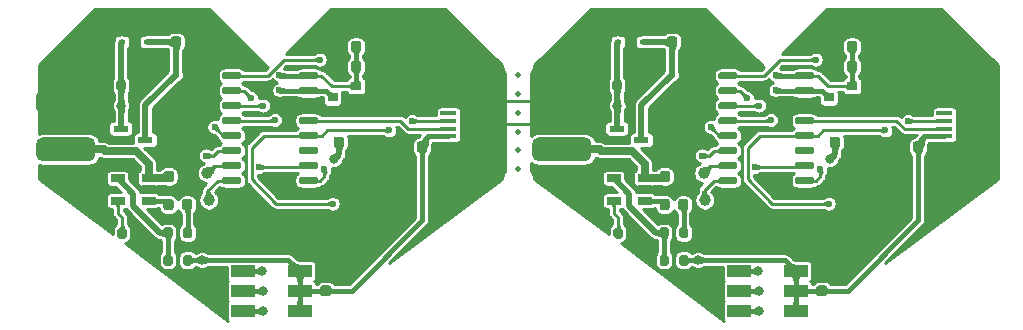
<source format=gbr>
%TF.GenerationSoftware,KiCad,Pcbnew,(5.1.8)-1*%
%TF.CreationDate,2020-11-25T19:34:47+08:00*%
%TF.ProjectId,The_Girls'Gift,5468655f-4769-4726-9c73-27476966742e,V0.8 Beta*%
%TF.SameCoordinates,Original*%
%TF.FileFunction,Copper,L1,Top*%
%TF.FilePolarity,Positive*%
%FSLAX46Y46*%
G04 Gerber Fmt 4.6, Leading zero omitted, Abs format (unit mm)*
G04 Created by KiCad (PCBNEW (5.1.8)-1) date 2020-11-25 19:34:47*
%MOMM*%
%LPD*%
G01*
G04 APERTURE LIST*
%TA.AperFunction,SMDPad,CuDef*%
%ADD10C,0.500000*%
%TD*%
%TA.AperFunction,SMDPad,CuDef*%
%ADD11R,0.600000X0.450000*%
%TD*%
%TA.AperFunction,SMDPad,CuDef*%
%ADD12R,0.900000X0.800000*%
%TD*%
%TA.AperFunction,SMDPad,CuDef*%
%ADD13R,2.000000X1.100000*%
%TD*%
%TA.AperFunction,SMDPad,CuDef*%
%ADD14R,1.300000X0.600000*%
%TD*%
%TA.AperFunction,SMDPad,CuDef*%
%ADD15R,1.220000X0.650000*%
%TD*%
%TA.AperFunction,SMDPad,CuDef*%
%ADD16C,1.000000*%
%TD*%
%TA.AperFunction,SMDPad,CuDef*%
%ADD17R,1.900000X1.500000*%
%TD*%
%TA.AperFunction,ComponentPad*%
%ADD18C,1.450000*%
%TD*%
%TA.AperFunction,SMDPad,CuDef*%
%ADD19R,1.350000X0.400000*%
%TD*%
%TA.AperFunction,ComponentPad*%
%ADD20O,1.900000X1.200000*%
%TD*%
%TA.AperFunction,SMDPad,CuDef*%
%ADD21R,1.900000X1.200000*%
%TD*%
%TA.AperFunction,ViaPad*%
%ADD22C,0.600000*%
%TD*%
%TA.AperFunction,ViaPad*%
%ADD23C,0.800000*%
%TD*%
%TA.AperFunction,Conductor*%
%ADD24C,0.250000*%
%TD*%
%TA.AperFunction,Conductor*%
%ADD25C,0.635000*%
%TD*%
%TA.AperFunction,Conductor*%
%ADD26C,0.381000*%
%TD*%
%TA.AperFunction,Conductor*%
%ADD27C,0.508000*%
%TD*%
%TA.AperFunction,Conductor*%
%ADD28C,0.254000*%
%TD*%
%TA.AperFunction,Conductor*%
%ADD29C,0.100000*%
%TD*%
%TA.AperFunction,Conductor*%
%ADD30C,0.025400*%
%TD*%
G04 APERTURE END LIST*
D10*
%TO.P,REF\u002A\u002A,*%
%TO.N,*%
X186000000Y-84000000D03*
%TD*%
%TO.P,REF\u002A\u002A,*%
%TO.N,*%
X186000000Y-82400000D03*
%TD*%
%TO.P,REF\u002A\u002A,*%
%TO.N,*%
X186000000Y-80800000D03*
%TD*%
%TO.P,REF\u002A\u002A,*%
%TO.N,*%
X186000000Y-79200000D03*
%TD*%
%TO.P,REF\u002A\u002A,*%
%TO.N,*%
X186000000Y-77600000D03*
%TD*%
%TO.P,REF\u002A\u002A,*%
%TO.N,*%
X186000000Y-76000000D03*
%TD*%
%TO.P,C2,2*%
%TO.N,GND*%
%TA.AperFunction,SMDPad,CuDef*%
G36*
G01*
X213175000Y-75050000D02*
X213175000Y-75550000D01*
G75*
G02*
X212950000Y-75775000I-225000J0D01*
G01*
X212500000Y-75775000D01*
G75*
G02*
X212275000Y-75550000I0J225000D01*
G01*
X212275000Y-75050000D01*
G75*
G02*
X212500000Y-74825000I225000J0D01*
G01*
X212950000Y-74825000D01*
G75*
G02*
X213175000Y-75050000I0J-225000D01*
G01*
G37*
%TD.AperFunction*%
%TO.P,C2,1*%
%TO.N,+3V3*%
%TA.AperFunction,SMDPad,CuDef*%
G36*
G01*
X214725000Y-75050000D02*
X214725000Y-75550000D01*
G75*
G02*
X214500000Y-75775000I-225000J0D01*
G01*
X214050000Y-75775000D01*
G75*
G02*
X213825000Y-75550000I0J225000D01*
G01*
X213825000Y-75050000D01*
G75*
G02*
X214050000Y-74825000I225000J0D01*
G01*
X214500000Y-74825000D01*
G75*
G02*
X214725000Y-75050000I0J-225000D01*
G01*
G37*
%TD.AperFunction*%
%TD*%
%TO.P,C3,2*%
%TO.N,+5V*%
%TA.AperFunction,SMDPad,CuDef*%
G36*
G01*
X219425000Y-82350000D02*
X219425000Y-81850000D01*
G75*
G02*
X219650000Y-81625000I225000J0D01*
G01*
X220100000Y-81625000D01*
G75*
G02*
X220325000Y-81850000I0J-225000D01*
G01*
X220325000Y-82350000D01*
G75*
G02*
X220100000Y-82575000I-225000J0D01*
G01*
X219650000Y-82575000D01*
G75*
G02*
X219425000Y-82350000I0J225000D01*
G01*
G37*
%TD.AperFunction*%
%TO.P,C3,1*%
%TO.N,GND*%
%TA.AperFunction,SMDPad,CuDef*%
G36*
G01*
X217875000Y-82350000D02*
X217875000Y-81850000D01*
G75*
G02*
X218100000Y-81625000I225000J0D01*
G01*
X218550000Y-81625000D01*
G75*
G02*
X218775000Y-81850000I0J-225000D01*
G01*
X218775000Y-82350000D01*
G75*
G02*
X218550000Y-82575000I-225000J0D01*
G01*
X218100000Y-82575000D01*
G75*
G02*
X217875000Y-82350000I0J225000D01*
G01*
G37*
%TD.AperFunction*%
%TD*%
%TO.P,C4,2*%
%TO.N,+3V3*%
%TA.AperFunction,SMDPad,CuDef*%
G36*
G01*
X213825000Y-73850000D02*
X213825000Y-73350000D01*
G75*
G02*
X214050000Y-73125000I225000J0D01*
G01*
X214500000Y-73125000D01*
G75*
G02*
X214725000Y-73350000I0J-225000D01*
G01*
X214725000Y-73850000D01*
G75*
G02*
X214500000Y-74075000I-225000J0D01*
G01*
X214050000Y-74075000D01*
G75*
G02*
X213825000Y-73850000I0J225000D01*
G01*
G37*
%TD.AperFunction*%
%TO.P,C4,1*%
%TO.N,GND*%
%TA.AperFunction,SMDPad,CuDef*%
G36*
G01*
X212275000Y-73850000D02*
X212275000Y-73350000D01*
G75*
G02*
X212500000Y-73125000I225000J0D01*
G01*
X212950000Y-73125000D01*
G75*
G02*
X213175000Y-73350000I0J-225000D01*
G01*
X213175000Y-73850000D01*
G75*
G02*
X212950000Y-74075000I-225000J0D01*
G01*
X212500000Y-74075000D01*
G75*
G02*
X212275000Y-73850000I0J225000D01*
G01*
G37*
%TD.AperFunction*%
%TD*%
%TO.P,C5,2*%
%TO.N,GND*%
%TA.AperFunction,SMDPad,CuDef*%
G36*
G01*
X199525000Y-84850000D02*
X199525000Y-84350000D01*
G75*
G02*
X199750000Y-84125000I225000J0D01*
G01*
X200200000Y-84125000D01*
G75*
G02*
X200425000Y-84350000I0J-225000D01*
G01*
X200425000Y-84850000D01*
G75*
G02*
X200200000Y-85075000I-225000J0D01*
G01*
X199750000Y-85075000D01*
G75*
G02*
X199525000Y-84850000I0J225000D01*
G01*
G37*
%TD.AperFunction*%
%TO.P,C5,1*%
%TO.N,+BATT*%
%TA.AperFunction,SMDPad,CuDef*%
G36*
G01*
X197975000Y-84850000D02*
X197975000Y-84350000D01*
G75*
G02*
X198200000Y-84125000I225000J0D01*
G01*
X198650000Y-84125000D01*
G75*
G02*
X198875000Y-84350000I0J-225000D01*
G01*
X198875000Y-84850000D01*
G75*
G02*
X198650000Y-85075000I-225000J0D01*
G01*
X198200000Y-85075000D01*
G75*
G02*
X197975000Y-84850000I0J225000D01*
G01*
G37*
%TD.AperFunction*%
%TD*%
%TO.P,C6,2*%
%TO.N,+5V*%
%TA.AperFunction,SMDPad,CuDef*%
G36*
G01*
X211450000Y-93825000D02*
X211950000Y-93825000D01*
G75*
G02*
X212175000Y-94050000I0J-225000D01*
G01*
X212175000Y-94500000D01*
G75*
G02*
X211950000Y-94725000I-225000J0D01*
G01*
X211450000Y-94725000D01*
G75*
G02*
X211225000Y-94500000I0J225000D01*
G01*
X211225000Y-94050000D01*
G75*
G02*
X211450000Y-93825000I225000J0D01*
G01*
G37*
%TD.AperFunction*%
%TO.P,C6,1*%
%TO.N,GND*%
%TA.AperFunction,SMDPad,CuDef*%
G36*
G01*
X211450000Y-92275000D02*
X211950000Y-92275000D01*
G75*
G02*
X212175000Y-92500000I0J-225000D01*
G01*
X212175000Y-92950000D01*
G75*
G02*
X211950000Y-93175000I-225000J0D01*
G01*
X211450000Y-93175000D01*
G75*
G02*
X211225000Y-92950000I0J225000D01*
G01*
X211225000Y-92500000D01*
G75*
G02*
X211450000Y-92275000I225000J0D01*
G01*
G37*
%TD.AperFunction*%
%TD*%
%TO.P,C1,2*%
%TO.N,GND*%
%TA.AperFunction,SMDPad,CuDef*%
G36*
G01*
X213925000Y-81950000D02*
X213925000Y-81450000D01*
G75*
G02*
X214150000Y-81225000I225000J0D01*
G01*
X214600000Y-81225000D01*
G75*
G02*
X214825000Y-81450000I0J-225000D01*
G01*
X214825000Y-81950000D01*
G75*
G02*
X214600000Y-82175000I-225000J0D01*
G01*
X214150000Y-82175000D01*
G75*
G02*
X213925000Y-81950000I0J225000D01*
G01*
G37*
%TD.AperFunction*%
%TO.P,C1,1*%
%TO.N,VCC*%
%TA.AperFunction,SMDPad,CuDef*%
G36*
G01*
X212375000Y-81950000D02*
X212375000Y-81450000D01*
G75*
G02*
X212600000Y-81225000I225000J0D01*
G01*
X213050000Y-81225000D01*
G75*
G02*
X213275000Y-81450000I0J-225000D01*
G01*
X213275000Y-81950000D01*
G75*
G02*
X213050000Y-82175000I-225000J0D01*
G01*
X212600000Y-82175000D01*
G75*
G02*
X212375000Y-81950000I0J225000D01*
G01*
G37*
%TD.AperFunction*%
%TD*%
%TO.P,C7,2*%
%TO.N,VCC*%
%TA.AperFunction,SMDPad,CuDef*%
G36*
G01*
X199475000Y-72950000D02*
X199475000Y-73450000D01*
G75*
G02*
X199250000Y-73675000I-225000J0D01*
G01*
X198800000Y-73675000D01*
G75*
G02*
X198575000Y-73450000I0J225000D01*
G01*
X198575000Y-72950000D01*
G75*
G02*
X198800000Y-72725000I225000J0D01*
G01*
X199250000Y-72725000D01*
G75*
G02*
X199475000Y-72950000I0J-225000D01*
G01*
G37*
%TD.AperFunction*%
%TO.P,C7,1*%
%TO.N,GND*%
%TA.AperFunction,SMDPad,CuDef*%
G36*
G01*
X201025000Y-72950000D02*
X201025000Y-73450000D01*
G75*
G02*
X200800000Y-73675000I-225000J0D01*
G01*
X200350000Y-73675000D01*
G75*
G02*
X200125000Y-73450000I0J225000D01*
G01*
X200125000Y-72950000D01*
G75*
G02*
X200350000Y-72725000I225000J0D01*
G01*
X200800000Y-72725000D01*
G75*
G02*
X201025000Y-72950000I0J-225000D01*
G01*
G37*
%TD.AperFunction*%
%TD*%
%TO.P,BT1,2*%
%TO.N,GND*%
%TA.AperFunction,SMDPad,CuDef*%
G36*
G01*
X191700000Y-79300000D02*
X187700000Y-79300000D01*
G75*
G02*
X187200000Y-78800000I0J500000D01*
G01*
X187200000Y-77800000D01*
G75*
G02*
X187700000Y-77300000I500000J0D01*
G01*
X191700000Y-77300000D01*
G75*
G02*
X192200000Y-77800000I0J-500000D01*
G01*
X192200000Y-78800000D01*
G75*
G02*
X191700000Y-79300000I-500000J0D01*
G01*
G37*
%TD.AperFunction*%
%TO.P,BT1,1*%
%TO.N,+BATT*%
%TA.AperFunction,SMDPad,CuDef*%
G36*
G01*
X191700000Y-83300000D02*
X187700000Y-83300000D01*
G75*
G02*
X187200000Y-82800000I0J500000D01*
G01*
X187200000Y-81800000D01*
G75*
G02*
X187700000Y-81300000I500000J0D01*
G01*
X191700000Y-81300000D01*
G75*
G02*
X192200000Y-81800000I0J-500000D01*
G01*
X192200000Y-82800000D01*
G75*
G02*
X191700000Y-83300000I-500000J0D01*
G01*
G37*
%TD.AperFunction*%
%TD*%
%TO.P,R1,2*%
%TO.N,GND*%
%TA.AperFunction,SMDPad,CuDef*%
G36*
G01*
X195625000Y-77175000D02*
X195625000Y-76625000D01*
G75*
G02*
X195825000Y-76425000I200000J0D01*
G01*
X196225000Y-76425000D01*
G75*
G02*
X196425000Y-76625000I0J-200000D01*
G01*
X196425000Y-77175000D01*
G75*
G02*
X196225000Y-77375000I-200000J0D01*
G01*
X195825000Y-77375000D01*
G75*
G02*
X195625000Y-77175000I0J200000D01*
G01*
G37*
%TD.AperFunction*%
%TO.P,R1,1*%
%TO.N,+5V*%
%TA.AperFunction,SMDPad,CuDef*%
G36*
G01*
X193975000Y-77175000D02*
X193975000Y-76625000D01*
G75*
G02*
X194175000Y-76425000I200000J0D01*
G01*
X194575000Y-76425000D01*
G75*
G02*
X194775000Y-76625000I0J-200000D01*
G01*
X194775000Y-77175000D01*
G75*
G02*
X194575000Y-77375000I-200000J0D01*
G01*
X194175000Y-77375000D01*
G75*
G02*
X193975000Y-77175000I0J200000D01*
G01*
G37*
%TD.AperFunction*%
%TD*%
%TO.P,R4,2*%
%TO.N,+5V*%
%TA.AperFunction,SMDPad,CuDef*%
G36*
G01*
X199625000Y-91975000D02*
X199625000Y-91425000D01*
G75*
G02*
X199825000Y-91225000I200000J0D01*
G01*
X200225000Y-91225000D01*
G75*
G02*
X200425000Y-91425000I0J-200000D01*
G01*
X200425000Y-91975000D01*
G75*
G02*
X200225000Y-92175000I-200000J0D01*
G01*
X199825000Y-92175000D01*
G75*
G02*
X199625000Y-91975000I0J200000D01*
G01*
G37*
%TD.AperFunction*%
%TO.P,R4,1*%
%TO.N,Net-(R3-Pad2)*%
%TA.AperFunction,SMDPad,CuDef*%
G36*
G01*
X197975000Y-91975000D02*
X197975000Y-91425000D01*
G75*
G02*
X198175000Y-91225000I200000J0D01*
G01*
X198575000Y-91225000D01*
G75*
G02*
X198775000Y-91425000I0J-200000D01*
G01*
X198775000Y-91975000D01*
G75*
G02*
X198575000Y-92175000I-200000J0D01*
G01*
X198175000Y-92175000D01*
G75*
G02*
X197975000Y-91975000I0J200000D01*
G01*
G37*
%TD.AperFunction*%
%TD*%
%TO.P,R3,2*%
%TO.N,Net-(R3-Pad2)*%
%TA.AperFunction,SMDPad,CuDef*%
G36*
G01*
X198775000Y-89085000D02*
X198775000Y-89635000D01*
G75*
G02*
X198575000Y-89835000I-200000J0D01*
G01*
X198175000Y-89835000D01*
G75*
G02*
X197975000Y-89635000I0J200000D01*
G01*
X197975000Y-89085000D01*
G75*
G02*
X198175000Y-88885000I200000J0D01*
G01*
X198575000Y-88885000D01*
G75*
G02*
X198775000Y-89085000I0J-200000D01*
G01*
G37*
%TD.AperFunction*%
%TO.P,R3,1*%
%TO.N,Net-(D2-Pad2)*%
%TA.AperFunction,SMDPad,CuDef*%
G36*
G01*
X200425000Y-89085000D02*
X200425000Y-89635000D01*
G75*
G02*
X200225000Y-89835000I-200000J0D01*
G01*
X199825000Y-89835000D01*
G75*
G02*
X199625000Y-89635000I0J200000D01*
G01*
X199625000Y-89085000D01*
G75*
G02*
X199825000Y-88885000I200000J0D01*
G01*
X200225000Y-88885000D01*
G75*
G02*
X200425000Y-89085000I0J-200000D01*
G01*
G37*
%TD.AperFunction*%
%TD*%
D11*
%TO.P,D1,2*%
%TO.N,+5V*%
X194450000Y-73200000D03*
%TO.P,D1,1*%
%TO.N,VCC*%
X196550000Y-73200000D03*
%TD*%
D12*
%TO.P,U2,1*%
%TO.N,GND*%
X214300000Y-78850000D03*
%TO.P,U2,2*%
%TO.N,+3V3*%
X214300000Y-76950000D03*
%TO.P,U2,3*%
%TO.N,VCC*%
X212300000Y-77900000D03*
%TD*%
%TO.P,D2,2*%
%TO.N,Net-(D2-Pad2)*%
%TA.AperFunction,SMDPad,CuDef*%
G36*
G01*
X199550000Y-87236250D02*
X199550000Y-86723750D01*
G75*
G02*
X199768750Y-86505000I218750J0D01*
G01*
X200206250Y-86505000D01*
G75*
G02*
X200425000Y-86723750I0J-218750D01*
G01*
X200425000Y-87236250D01*
G75*
G02*
X200206250Y-87455000I-218750J0D01*
G01*
X199768750Y-87455000D01*
G75*
G02*
X199550000Y-87236250I0J218750D01*
G01*
G37*
%TD.AperFunction*%
%TO.P,D2,1*%
%TO.N,Net-(D2-Pad1)*%
%TA.AperFunction,SMDPad,CuDef*%
G36*
G01*
X197975000Y-87236250D02*
X197975000Y-86723750D01*
G75*
G02*
X198193750Y-86505000I218750J0D01*
G01*
X198631250Y-86505000D01*
G75*
G02*
X198850000Y-86723750I0J-218750D01*
G01*
X198850000Y-87236250D01*
G75*
G02*
X198631250Y-87455000I-218750J0D01*
G01*
X198193750Y-87455000D01*
G75*
G02*
X197975000Y-87236250I0J218750D01*
G01*
G37*
%TD.AperFunction*%
%TD*%
D13*
%TO.P,D3,6*%
%TO.N,+5V*%
X209500000Y-92600000D03*
%TO.P,D3,5*%
X209500000Y-94300000D03*
%TO.P,D3,4*%
X209500000Y-96000000D03*
%TO.P,D3,3*%
%TO.N,/OUTB*%
X204700000Y-96000000D03*
%TO.P,D3,2*%
%TO.N,/OUTG*%
X204700000Y-94300000D03*
%TO.P,D3,1*%
%TO.N,/OUTR*%
X204700000Y-92600000D03*
%TD*%
D14*
%TO.P,Q1,1*%
%TO.N,+5V*%
X194350000Y-80550000D03*
%TO.P,Q1,2*%
%TO.N,+BATT*%
X194350000Y-82450000D03*
%TO.P,Q1,3*%
%TO.N,VCC*%
X196450000Y-81500000D03*
%TD*%
%TO.P,R2,2*%
%TO.N,Net-(R2-Pad2)*%
%TA.AperFunction,SMDPad,CuDef*%
G36*
G01*
X194875000Y-89125000D02*
X194875000Y-89675000D01*
G75*
G02*
X194675000Y-89875000I-200000J0D01*
G01*
X194275000Y-89875000D01*
G75*
G02*
X194075000Y-89675000I0J200000D01*
G01*
X194075000Y-89125000D01*
G75*
G02*
X194275000Y-88925000I200000J0D01*
G01*
X194675000Y-88925000D01*
G75*
G02*
X194875000Y-89125000I0J-200000D01*
G01*
G37*
%TD.AperFunction*%
%TO.P,R2,1*%
%TO.N,GND*%
%TA.AperFunction,SMDPad,CuDef*%
G36*
G01*
X196525000Y-89125000D02*
X196525000Y-89675000D01*
G75*
G02*
X196325000Y-89875000I-200000J0D01*
G01*
X195925000Y-89875000D01*
G75*
G02*
X195725000Y-89675000I0J200000D01*
G01*
X195725000Y-89125000D01*
G75*
G02*
X195925000Y-88925000I200000J0D01*
G01*
X196325000Y-88925000D01*
G75*
G02*
X196525000Y-89125000I0J-200000D01*
G01*
G37*
%TD.AperFunction*%
%TD*%
%TO.P,U1,16*%
%TO.N,+3V3*%
%TA.AperFunction,SMDPad,CuDef*%
G36*
G01*
X209450000Y-76205000D02*
X209450000Y-75905000D01*
G75*
G02*
X209600000Y-75755000I150000J0D01*
G01*
X210900000Y-75755000D01*
G75*
G02*
X211050000Y-75905000I0J-150000D01*
G01*
X211050000Y-76205000D01*
G75*
G02*
X210900000Y-76355000I-150000J0D01*
G01*
X209600000Y-76355000D01*
G75*
G02*
X209450000Y-76205000I0J150000D01*
G01*
G37*
%TD.AperFunction*%
%TO.P,U1,15*%
%TO.N,VCC*%
%TA.AperFunction,SMDPad,CuDef*%
G36*
G01*
X209450000Y-77475000D02*
X209450000Y-77175000D01*
G75*
G02*
X209600000Y-77025000I150000J0D01*
G01*
X210900000Y-77025000D01*
G75*
G02*
X211050000Y-77175000I0J-150000D01*
G01*
X211050000Y-77475000D01*
G75*
G02*
X210900000Y-77625000I-150000J0D01*
G01*
X209600000Y-77625000D01*
G75*
G02*
X209450000Y-77475000I0J150000D01*
G01*
G37*
%TD.AperFunction*%
%TO.P,U1,14*%
%TO.N,GND*%
%TA.AperFunction,SMDPad,CuDef*%
G36*
G01*
X209450000Y-78745000D02*
X209450000Y-78445000D01*
G75*
G02*
X209600000Y-78295000I150000J0D01*
G01*
X210900000Y-78295000D01*
G75*
G02*
X211050000Y-78445000I0J-150000D01*
G01*
X211050000Y-78745000D01*
G75*
G02*
X210900000Y-78895000I-150000J0D01*
G01*
X209600000Y-78895000D01*
G75*
G02*
X209450000Y-78745000I0J150000D01*
G01*
G37*
%TD.AperFunction*%
%TO.P,U1,13*%
%TO.N,/P37*%
%TA.AperFunction,SMDPad,CuDef*%
G36*
G01*
X209450000Y-80015000D02*
X209450000Y-79715000D01*
G75*
G02*
X209600000Y-79565000I150000J0D01*
G01*
X210900000Y-79565000D01*
G75*
G02*
X211050000Y-79715000I0J-150000D01*
G01*
X211050000Y-80015000D01*
G75*
G02*
X210900000Y-80165000I-150000J0D01*
G01*
X209600000Y-80165000D01*
G75*
G02*
X209450000Y-80015000I0J150000D01*
G01*
G37*
%TD.AperFunction*%
%TO.P,U1,12*%
%TO.N,/P36*%
%TA.AperFunction,SMDPad,CuDef*%
G36*
G01*
X209450000Y-81285000D02*
X209450000Y-80985000D01*
G75*
G02*
X209600000Y-80835000I150000J0D01*
G01*
X210900000Y-80835000D01*
G75*
G02*
X211050000Y-80985000I0J-150000D01*
G01*
X211050000Y-81285000D01*
G75*
G02*
X210900000Y-81435000I-150000J0D01*
G01*
X209600000Y-81435000D01*
G75*
G02*
X209450000Y-81285000I0J150000D01*
G01*
G37*
%TD.AperFunction*%
%TO.P,U1,11*%
%TO.N,N/C*%
%TA.AperFunction,SMDPad,CuDef*%
G36*
G01*
X209450000Y-82555000D02*
X209450000Y-82255000D01*
G75*
G02*
X209600000Y-82105000I150000J0D01*
G01*
X210900000Y-82105000D01*
G75*
G02*
X211050000Y-82255000I0J-150000D01*
G01*
X211050000Y-82555000D01*
G75*
G02*
X210900000Y-82705000I-150000J0D01*
G01*
X209600000Y-82705000D01*
G75*
G02*
X209450000Y-82555000I0J150000D01*
G01*
G37*
%TD.AperFunction*%
%TO.P,U1,10*%
%TO.N,/P33*%
%TA.AperFunction,SMDPad,CuDef*%
G36*
G01*
X209450000Y-83825000D02*
X209450000Y-83525000D01*
G75*
G02*
X209600000Y-83375000I150000J0D01*
G01*
X210900000Y-83375000D01*
G75*
G02*
X211050000Y-83525000I0J-150000D01*
G01*
X211050000Y-83825000D01*
G75*
G02*
X210900000Y-83975000I-150000J0D01*
G01*
X209600000Y-83975000D01*
G75*
G02*
X209450000Y-83825000I0J150000D01*
G01*
G37*
%TD.AperFunction*%
%TO.P,U1,9*%
%TO.N,/P11*%
%TA.AperFunction,SMDPad,CuDef*%
G36*
G01*
X209450000Y-85095000D02*
X209450000Y-84795000D01*
G75*
G02*
X209600000Y-84645000I150000J0D01*
G01*
X210900000Y-84645000D01*
G75*
G02*
X211050000Y-84795000I0J-150000D01*
G01*
X211050000Y-85095000D01*
G75*
G02*
X210900000Y-85245000I-150000J0D01*
G01*
X209600000Y-85245000D01*
G75*
G02*
X209450000Y-85095000I0J150000D01*
G01*
G37*
%TD.AperFunction*%
%TO.P,U1,8*%
%TO.N,/P30*%
%TA.AperFunction,SMDPad,CuDef*%
G36*
G01*
X202950000Y-85095000D02*
X202950000Y-84795000D01*
G75*
G02*
X203100000Y-84645000I150000J0D01*
G01*
X204400000Y-84645000D01*
G75*
G02*
X204550000Y-84795000I0J-150000D01*
G01*
X204550000Y-85095000D01*
G75*
G02*
X204400000Y-85245000I-150000J0D01*
G01*
X203100000Y-85245000D01*
G75*
G02*
X202950000Y-85095000I0J150000D01*
G01*
G37*
%TD.AperFunction*%
%TO.P,U1,7*%
%TO.N,/P31*%
%TA.AperFunction,SMDPad,CuDef*%
G36*
G01*
X202950000Y-83825000D02*
X202950000Y-83525000D01*
G75*
G02*
X203100000Y-83375000I150000J0D01*
G01*
X204400000Y-83375000D01*
G75*
G02*
X204550000Y-83525000I0J-150000D01*
G01*
X204550000Y-83825000D01*
G75*
G02*
X204400000Y-83975000I-150000J0D01*
G01*
X203100000Y-83975000D01*
G75*
G02*
X202950000Y-83825000I0J150000D01*
G01*
G37*
%TD.AperFunction*%
%TO.P,U1,6*%
%TO.N,/RST*%
%TA.AperFunction,SMDPad,CuDef*%
G36*
G01*
X202950000Y-82555000D02*
X202950000Y-82255000D01*
G75*
G02*
X203100000Y-82105000I150000J0D01*
G01*
X204400000Y-82105000D01*
G75*
G02*
X204550000Y-82255000I0J-150000D01*
G01*
X204550000Y-82555000D01*
G75*
G02*
X204400000Y-82705000I-150000J0D01*
G01*
X203100000Y-82705000D01*
G75*
G02*
X202950000Y-82555000I0J150000D01*
G01*
G37*
%TD.AperFunction*%
%TO.P,U1,5*%
%TO.N,/P17*%
%TA.AperFunction,SMDPad,CuDef*%
G36*
G01*
X202950000Y-81285000D02*
X202950000Y-80985000D01*
G75*
G02*
X203100000Y-80835000I150000J0D01*
G01*
X204400000Y-80835000D01*
G75*
G02*
X204550000Y-80985000I0J-150000D01*
G01*
X204550000Y-81285000D01*
G75*
G02*
X204400000Y-81435000I-150000J0D01*
G01*
X203100000Y-81435000D01*
G75*
G02*
X202950000Y-81285000I0J150000D01*
G01*
G37*
%TD.AperFunction*%
%TO.P,U1,4*%
%TO.N,/P16*%
%TA.AperFunction,SMDPad,CuDef*%
G36*
G01*
X202950000Y-80015000D02*
X202950000Y-79715000D01*
G75*
G02*
X203100000Y-79565000I150000J0D01*
G01*
X204400000Y-79565000D01*
G75*
G02*
X204550000Y-79715000I0J-150000D01*
G01*
X204550000Y-80015000D01*
G75*
G02*
X204400000Y-80165000I-150000J0D01*
G01*
X203100000Y-80165000D01*
G75*
G02*
X202950000Y-80015000I0J150000D01*
G01*
G37*
%TD.AperFunction*%
%TO.P,U1,3*%
%TO.N,/P15*%
%TA.AperFunction,SMDPad,CuDef*%
G36*
G01*
X202950000Y-78745000D02*
X202950000Y-78445000D01*
G75*
G02*
X203100000Y-78295000I150000J0D01*
G01*
X204400000Y-78295000D01*
G75*
G02*
X204550000Y-78445000I0J-150000D01*
G01*
X204550000Y-78745000D01*
G75*
G02*
X204400000Y-78895000I-150000J0D01*
G01*
X203100000Y-78895000D01*
G75*
G02*
X202950000Y-78745000I0J150000D01*
G01*
G37*
%TD.AperFunction*%
%TO.P,U1,2*%
%TO.N,/P14*%
%TA.AperFunction,SMDPad,CuDef*%
G36*
G01*
X202950000Y-77475000D02*
X202950000Y-77175000D01*
G75*
G02*
X203100000Y-77025000I150000J0D01*
G01*
X204400000Y-77025000D01*
G75*
G02*
X204550000Y-77175000I0J-150000D01*
G01*
X204550000Y-77475000D01*
G75*
G02*
X204400000Y-77625000I-150000J0D01*
G01*
X203100000Y-77625000D01*
G75*
G02*
X202950000Y-77475000I0J150000D01*
G01*
G37*
%TD.AperFunction*%
%TO.P,U1,1*%
%TO.N,/P32*%
%TA.AperFunction,SMDPad,CuDef*%
G36*
G01*
X202950000Y-76205000D02*
X202950000Y-75905000D01*
G75*
G02*
X203100000Y-75755000I150000J0D01*
G01*
X204400000Y-75755000D01*
G75*
G02*
X204550000Y-75905000I0J-150000D01*
G01*
X204550000Y-76205000D01*
G75*
G02*
X204400000Y-76355000I-150000J0D01*
G01*
X203100000Y-76355000D01*
G75*
G02*
X202950000Y-76205000I0J150000D01*
G01*
G37*
%TD.AperFunction*%
%TD*%
D15*
%TO.P,U4,5*%
%TO.N,Net-(R2-Pad2)*%
X194090000Y-86650000D03*
%TO.P,U4,4*%
%TO.N,Net-(R3-Pad2)*%
X194090000Y-84750000D03*
%TO.P,U4,3*%
%TO.N,+BATT*%
X196710000Y-84750000D03*
%TO.P,U4,2*%
%TO.N,GND*%
X196710000Y-85700000D03*
%TO.P,U4,1*%
%TO.N,Net-(D2-Pad1)*%
X196710000Y-86650000D03*
%TD*%
D16*
%TO.P,G,1*%
%TO.N,GND*%
X203900000Y-87100000D03*
%TD*%
D17*
%TO.P,J1,6*%
%TO.N,GND*%
X224800000Y-78900000D03*
D18*
X222100000Y-82400000D03*
D19*
%TO.P,J1,2*%
%TO.N,/P37*%
X222100000Y-80550000D03*
%TO.P,J1,1*%
%TO.N,+5V*%
X222100000Y-81200000D03*
%TO.P,J1,5*%
%TO.N,GND*%
X222100000Y-78600000D03*
%TO.P,J1,4*%
%TO.N,N/C*%
X222100000Y-79250000D03*
%TO.P,J1,3*%
%TO.N,/P36*%
X222100000Y-79900000D03*
D18*
%TO.P,J1,6*%
%TO.N,GND*%
X222100000Y-77400000D03*
D17*
X224800000Y-80900000D03*
D20*
X224800000Y-83400000D03*
X224800000Y-76400000D03*
D21*
X224800000Y-77000000D03*
X224800000Y-82800000D03*
%TD*%
D16*
%TO.P,T,1*%
%TO.N,/P31*%
X201700000Y-84300000D03*
%TD*%
%TO.P,R,1*%
%TO.N,/P30*%
X201800000Y-86600000D03*
%TD*%
%TO.P,T,1*%
%TO.N,/P31*%
X159700000Y-84300000D03*
%TD*%
%TO.P,G,1*%
%TO.N,GND*%
X161900000Y-87100000D03*
%TD*%
%TO.P,R,1*%
%TO.N,/P30*%
X159800000Y-86600000D03*
%TD*%
D21*
%TO.P,J1,6*%
%TO.N,GND*%
X182800000Y-82800000D03*
X182800000Y-77000000D03*
D20*
X182800000Y-76400000D03*
X182800000Y-83400000D03*
D17*
X182800000Y-80900000D03*
D18*
X180100000Y-77400000D03*
D19*
%TO.P,J1,3*%
%TO.N,/P36*%
X180100000Y-79900000D03*
%TO.P,J1,4*%
%TO.N,N/C*%
X180100000Y-79250000D03*
%TO.P,J1,5*%
%TO.N,GND*%
X180100000Y-78600000D03*
%TO.P,J1,1*%
%TO.N,+5V*%
X180100000Y-81200000D03*
%TO.P,J1,2*%
%TO.N,/P37*%
X180100000Y-80550000D03*
D18*
%TO.P,J1,6*%
%TO.N,GND*%
X180100000Y-82400000D03*
D17*
X182800000Y-78900000D03*
%TD*%
D12*
%TO.P,U2,3*%
%TO.N,VCC*%
X170300000Y-77900000D03*
%TO.P,U2,2*%
%TO.N,+3V3*%
X172300000Y-76950000D03*
%TO.P,U2,1*%
%TO.N,GND*%
X172300000Y-78850000D03*
%TD*%
D11*
%TO.P,D1,1*%
%TO.N,VCC*%
X154550000Y-73200000D03*
%TO.P,D1,2*%
%TO.N,+5V*%
X152450000Y-73200000D03*
%TD*%
D15*
%TO.P,U4,1*%
%TO.N,Net-(D2-Pad1)*%
X154710000Y-86650000D03*
%TO.P,U4,2*%
%TO.N,GND*%
X154710000Y-85700000D03*
%TO.P,U4,3*%
%TO.N,+BATT*%
X154710000Y-84750000D03*
%TO.P,U4,4*%
%TO.N,Net-(R3-Pad2)*%
X152090000Y-84750000D03*
%TO.P,U4,5*%
%TO.N,Net-(R2-Pad2)*%
X152090000Y-86650000D03*
%TD*%
%TO.P,U1,1*%
%TO.N,/P32*%
%TA.AperFunction,SMDPad,CuDef*%
G36*
G01*
X160950000Y-76205000D02*
X160950000Y-75905000D01*
G75*
G02*
X161100000Y-75755000I150000J0D01*
G01*
X162400000Y-75755000D01*
G75*
G02*
X162550000Y-75905000I0J-150000D01*
G01*
X162550000Y-76205000D01*
G75*
G02*
X162400000Y-76355000I-150000J0D01*
G01*
X161100000Y-76355000D01*
G75*
G02*
X160950000Y-76205000I0J150000D01*
G01*
G37*
%TD.AperFunction*%
%TO.P,U1,2*%
%TO.N,/P14*%
%TA.AperFunction,SMDPad,CuDef*%
G36*
G01*
X160950000Y-77475000D02*
X160950000Y-77175000D01*
G75*
G02*
X161100000Y-77025000I150000J0D01*
G01*
X162400000Y-77025000D01*
G75*
G02*
X162550000Y-77175000I0J-150000D01*
G01*
X162550000Y-77475000D01*
G75*
G02*
X162400000Y-77625000I-150000J0D01*
G01*
X161100000Y-77625000D01*
G75*
G02*
X160950000Y-77475000I0J150000D01*
G01*
G37*
%TD.AperFunction*%
%TO.P,U1,3*%
%TO.N,/P15*%
%TA.AperFunction,SMDPad,CuDef*%
G36*
G01*
X160950000Y-78745000D02*
X160950000Y-78445000D01*
G75*
G02*
X161100000Y-78295000I150000J0D01*
G01*
X162400000Y-78295000D01*
G75*
G02*
X162550000Y-78445000I0J-150000D01*
G01*
X162550000Y-78745000D01*
G75*
G02*
X162400000Y-78895000I-150000J0D01*
G01*
X161100000Y-78895000D01*
G75*
G02*
X160950000Y-78745000I0J150000D01*
G01*
G37*
%TD.AperFunction*%
%TO.P,U1,4*%
%TO.N,/P16*%
%TA.AperFunction,SMDPad,CuDef*%
G36*
G01*
X160950000Y-80015000D02*
X160950000Y-79715000D01*
G75*
G02*
X161100000Y-79565000I150000J0D01*
G01*
X162400000Y-79565000D01*
G75*
G02*
X162550000Y-79715000I0J-150000D01*
G01*
X162550000Y-80015000D01*
G75*
G02*
X162400000Y-80165000I-150000J0D01*
G01*
X161100000Y-80165000D01*
G75*
G02*
X160950000Y-80015000I0J150000D01*
G01*
G37*
%TD.AperFunction*%
%TO.P,U1,5*%
%TO.N,/P17*%
%TA.AperFunction,SMDPad,CuDef*%
G36*
G01*
X160950000Y-81285000D02*
X160950000Y-80985000D01*
G75*
G02*
X161100000Y-80835000I150000J0D01*
G01*
X162400000Y-80835000D01*
G75*
G02*
X162550000Y-80985000I0J-150000D01*
G01*
X162550000Y-81285000D01*
G75*
G02*
X162400000Y-81435000I-150000J0D01*
G01*
X161100000Y-81435000D01*
G75*
G02*
X160950000Y-81285000I0J150000D01*
G01*
G37*
%TD.AperFunction*%
%TO.P,U1,6*%
%TO.N,/RST*%
%TA.AperFunction,SMDPad,CuDef*%
G36*
G01*
X160950000Y-82555000D02*
X160950000Y-82255000D01*
G75*
G02*
X161100000Y-82105000I150000J0D01*
G01*
X162400000Y-82105000D01*
G75*
G02*
X162550000Y-82255000I0J-150000D01*
G01*
X162550000Y-82555000D01*
G75*
G02*
X162400000Y-82705000I-150000J0D01*
G01*
X161100000Y-82705000D01*
G75*
G02*
X160950000Y-82555000I0J150000D01*
G01*
G37*
%TD.AperFunction*%
%TO.P,U1,7*%
%TO.N,/P31*%
%TA.AperFunction,SMDPad,CuDef*%
G36*
G01*
X160950000Y-83825000D02*
X160950000Y-83525000D01*
G75*
G02*
X161100000Y-83375000I150000J0D01*
G01*
X162400000Y-83375000D01*
G75*
G02*
X162550000Y-83525000I0J-150000D01*
G01*
X162550000Y-83825000D01*
G75*
G02*
X162400000Y-83975000I-150000J0D01*
G01*
X161100000Y-83975000D01*
G75*
G02*
X160950000Y-83825000I0J150000D01*
G01*
G37*
%TD.AperFunction*%
%TO.P,U1,8*%
%TO.N,/P30*%
%TA.AperFunction,SMDPad,CuDef*%
G36*
G01*
X160950000Y-85095000D02*
X160950000Y-84795000D01*
G75*
G02*
X161100000Y-84645000I150000J0D01*
G01*
X162400000Y-84645000D01*
G75*
G02*
X162550000Y-84795000I0J-150000D01*
G01*
X162550000Y-85095000D01*
G75*
G02*
X162400000Y-85245000I-150000J0D01*
G01*
X161100000Y-85245000D01*
G75*
G02*
X160950000Y-85095000I0J150000D01*
G01*
G37*
%TD.AperFunction*%
%TO.P,U1,9*%
%TO.N,/P11*%
%TA.AperFunction,SMDPad,CuDef*%
G36*
G01*
X167450000Y-85095000D02*
X167450000Y-84795000D01*
G75*
G02*
X167600000Y-84645000I150000J0D01*
G01*
X168900000Y-84645000D01*
G75*
G02*
X169050000Y-84795000I0J-150000D01*
G01*
X169050000Y-85095000D01*
G75*
G02*
X168900000Y-85245000I-150000J0D01*
G01*
X167600000Y-85245000D01*
G75*
G02*
X167450000Y-85095000I0J150000D01*
G01*
G37*
%TD.AperFunction*%
%TO.P,U1,10*%
%TO.N,/P33*%
%TA.AperFunction,SMDPad,CuDef*%
G36*
G01*
X167450000Y-83825000D02*
X167450000Y-83525000D01*
G75*
G02*
X167600000Y-83375000I150000J0D01*
G01*
X168900000Y-83375000D01*
G75*
G02*
X169050000Y-83525000I0J-150000D01*
G01*
X169050000Y-83825000D01*
G75*
G02*
X168900000Y-83975000I-150000J0D01*
G01*
X167600000Y-83975000D01*
G75*
G02*
X167450000Y-83825000I0J150000D01*
G01*
G37*
%TD.AperFunction*%
%TO.P,U1,11*%
%TO.N,N/C*%
%TA.AperFunction,SMDPad,CuDef*%
G36*
G01*
X167450000Y-82555000D02*
X167450000Y-82255000D01*
G75*
G02*
X167600000Y-82105000I150000J0D01*
G01*
X168900000Y-82105000D01*
G75*
G02*
X169050000Y-82255000I0J-150000D01*
G01*
X169050000Y-82555000D01*
G75*
G02*
X168900000Y-82705000I-150000J0D01*
G01*
X167600000Y-82705000D01*
G75*
G02*
X167450000Y-82555000I0J150000D01*
G01*
G37*
%TD.AperFunction*%
%TO.P,U1,12*%
%TO.N,/P36*%
%TA.AperFunction,SMDPad,CuDef*%
G36*
G01*
X167450000Y-81285000D02*
X167450000Y-80985000D01*
G75*
G02*
X167600000Y-80835000I150000J0D01*
G01*
X168900000Y-80835000D01*
G75*
G02*
X169050000Y-80985000I0J-150000D01*
G01*
X169050000Y-81285000D01*
G75*
G02*
X168900000Y-81435000I-150000J0D01*
G01*
X167600000Y-81435000D01*
G75*
G02*
X167450000Y-81285000I0J150000D01*
G01*
G37*
%TD.AperFunction*%
%TO.P,U1,13*%
%TO.N,/P37*%
%TA.AperFunction,SMDPad,CuDef*%
G36*
G01*
X167450000Y-80015000D02*
X167450000Y-79715000D01*
G75*
G02*
X167600000Y-79565000I150000J0D01*
G01*
X168900000Y-79565000D01*
G75*
G02*
X169050000Y-79715000I0J-150000D01*
G01*
X169050000Y-80015000D01*
G75*
G02*
X168900000Y-80165000I-150000J0D01*
G01*
X167600000Y-80165000D01*
G75*
G02*
X167450000Y-80015000I0J150000D01*
G01*
G37*
%TD.AperFunction*%
%TO.P,U1,14*%
%TO.N,GND*%
%TA.AperFunction,SMDPad,CuDef*%
G36*
G01*
X167450000Y-78745000D02*
X167450000Y-78445000D01*
G75*
G02*
X167600000Y-78295000I150000J0D01*
G01*
X168900000Y-78295000D01*
G75*
G02*
X169050000Y-78445000I0J-150000D01*
G01*
X169050000Y-78745000D01*
G75*
G02*
X168900000Y-78895000I-150000J0D01*
G01*
X167600000Y-78895000D01*
G75*
G02*
X167450000Y-78745000I0J150000D01*
G01*
G37*
%TD.AperFunction*%
%TO.P,U1,15*%
%TO.N,VCC*%
%TA.AperFunction,SMDPad,CuDef*%
G36*
G01*
X167450000Y-77475000D02*
X167450000Y-77175000D01*
G75*
G02*
X167600000Y-77025000I150000J0D01*
G01*
X168900000Y-77025000D01*
G75*
G02*
X169050000Y-77175000I0J-150000D01*
G01*
X169050000Y-77475000D01*
G75*
G02*
X168900000Y-77625000I-150000J0D01*
G01*
X167600000Y-77625000D01*
G75*
G02*
X167450000Y-77475000I0J150000D01*
G01*
G37*
%TD.AperFunction*%
%TO.P,U1,16*%
%TO.N,+3V3*%
%TA.AperFunction,SMDPad,CuDef*%
G36*
G01*
X167450000Y-76205000D02*
X167450000Y-75905000D01*
G75*
G02*
X167600000Y-75755000I150000J0D01*
G01*
X168900000Y-75755000D01*
G75*
G02*
X169050000Y-75905000I0J-150000D01*
G01*
X169050000Y-76205000D01*
G75*
G02*
X168900000Y-76355000I-150000J0D01*
G01*
X167600000Y-76355000D01*
G75*
G02*
X167450000Y-76205000I0J150000D01*
G01*
G37*
%TD.AperFunction*%
%TD*%
%TO.P,R4,1*%
%TO.N,Net-(R3-Pad2)*%
%TA.AperFunction,SMDPad,CuDef*%
G36*
G01*
X155975000Y-91975000D02*
X155975000Y-91425000D01*
G75*
G02*
X156175000Y-91225000I200000J0D01*
G01*
X156575000Y-91225000D01*
G75*
G02*
X156775000Y-91425000I0J-200000D01*
G01*
X156775000Y-91975000D01*
G75*
G02*
X156575000Y-92175000I-200000J0D01*
G01*
X156175000Y-92175000D01*
G75*
G02*
X155975000Y-91975000I0J200000D01*
G01*
G37*
%TD.AperFunction*%
%TO.P,R4,2*%
%TO.N,+5V*%
%TA.AperFunction,SMDPad,CuDef*%
G36*
G01*
X157625000Y-91975000D02*
X157625000Y-91425000D01*
G75*
G02*
X157825000Y-91225000I200000J0D01*
G01*
X158225000Y-91225000D01*
G75*
G02*
X158425000Y-91425000I0J-200000D01*
G01*
X158425000Y-91975000D01*
G75*
G02*
X158225000Y-92175000I-200000J0D01*
G01*
X157825000Y-92175000D01*
G75*
G02*
X157625000Y-91975000I0J200000D01*
G01*
G37*
%TD.AperFunction*%
%TD*%
%TO.P,R3,1*%
%TO.N,Net-(D2-Pad2)*%
%TA.AperFunction,SMDPad,CuDef*%
G36*
G01*
X158425000Y-89085000D02*
X158425000Y-89635000D01*
G75*
G02*
X158225000Y-89835000I-200000J0D01*
G01*
X157825000Y-89835000D01*
G75*
G02*
X157625000Y-89635000I0J200000D01*
G01*
X157625000Y-89085000D01*
G75*
G02*
X157825000Y-88885000I200000J0D01*
G01*
X158225000Y-88885000D01*
G75*
G02*
X158425000Y-89085000I0J-200000D01*
G01*
G37*
%TD.AperFunction*%
%TO.P,R3,2*%
%TO.N,Net-(R3-Pad2)*%
%TA.AperFunction,SMDPad,CuDef*%
G36*
G01*
X156775000Y-89085000D02*
X156775000Y-89635000D01*
G75*
G02*
X156575000Y-89835000I-200000J0D01*
G01*
X156175000Y-89835000D01*
G75*
G02*
X155975000Y-89635000I0J200000D01*
G01*
X155975000Y-89085000D01*
G75*
G02*
X156175000Y-88885000I200000J0D01*
G01*
X156575000Y-88885000D01*
G75*
G02*
X156775000Y-89085000I0J-200000D01*
G01*
G37*
%TD.AperFunction*%
%TD*%
%TO.P,R2,1*%
%TO.N,GND*%
%TA.AperFunction,SMDPad,CuDef*%
G36*
G01*
X154525000Y-89125000D02*
X154525000Y-89675000D01*
G75*
G02*
X154325000Y-89875000I-200000J0D01*
G01*
X153925000Y-89875000D01*
G75*
G02*
X153725000Y-89675000I0J200000D01*
G01*
X153725000Y-89125000D01*
G75*
G02*
X153925000Y-88925000I200000J0D01*
G01*
X154325000Y-88925000D01*
G75*
G02*
X154525000Y-89125000I0J-200000D01*
G01*
G37*
%TD.AperFunction*%
%TO.P,R2,2*%
%TO.N,Net-(R2-Pad2)*%
%TA.AperFunction,SMDPad,CuDef*%
G36*
G01*
X152875000Y-89125000D02*
X152875000Y-89675000D01*
G75*
G02*
X152675000Y-89875000I-200000J0D01*
G01*
X152275000Y-89875000D01*
G75*
G02*
X152075000Y-89675000I0J200000D01*
G01*
X152075000Y-89125000D01*
G75*
G02*
X152275000Y-88925000I200000J0D01*
G01*
X152675000Y-88925000D01*
G75*
G02*
X152875000Y-89125000I0J-200000D01*
G01*
G37*
%TD.AperFunction*%
%TD*%
%TO.P,R1,1*%
%TO.N,+5V*%
%TA.AperFunction,SMDPad,CuDef*%
G36*
G01*
X151975000Y-77175000D02*
X151975000Y-76625000D01*
G75*
G02*
X152175000Y-76425000I200000J0D01*
G01*
X152575000Y-76425000D01*
G75*
G02*
X152775000Y-76625000I0J-200000D01*
G01*
X152775000Y-77175000D01*
G75*
G02*
X152575000Y-77375000I-200000J0D01*
G01*
X152175000Y-77375000D01*
G75*
G02*
X151975000Y-77175000I0J200000D01*
G01*
G37*
%TD.AperFunction*%
%TO.P,R1,2*%
%TO.N,GND*%
%TA.AperFunction,SMDPad,CuDef*%
G36*
G01*
X153625000Y-77175000D02*
X153625000Y-76625000D01*
G75*
G02*
X153825000Y-76425000I200000J0D01*
G01*
X154225000Y-76425000D01*
G75*
G02*
X154425000Y-76625000I0J-200000D01*
G01*
X154425000Y-77175000D01*
G75*
G02*
X154225000Y-77375000I-200000J0D01*
G01*
X153825000Y-77375000D01*
G75*
G02*
X153625000Y-77175000I0J200000D01*
G01*
G37*
%TD.AperFunction*%
%TD*%
D14*
%TO.P,Q1,3*%
%TO.N,VCC*%
X154450000Y-81500000D03*
%TO.P,Q1,2*%
%TO.N,+BATT*%
X152350000Y-82450000D03*
%TO.P,Q1,1*%
%TO.N,+5V*%
X152350000Y-80550000D03*
%TD*%
D13*
%TO.P,D3,1*%
%TO.N,/OUTR*%
X162700000Y-92600000D03*
%TO.P,D3,2*%
%TO.N,/OUTG*%
X162700000Y-94300000D03*
%TO.P,D3,3*%
%TO.N,/OUTB*%
X162700000Y-96000000D03*
%TO.P,D3,4*%
%TO.N,+5V*%
X167500000Y-96000000D03*
%TO.P,D3,5*%
X167500000Y-94300000D03*
%TO.P,D3,6*%
X167500000Y-92600000D03*
%TD*%
%TO.P,D2,1*%
%TO.N,Net-(D2-Pad1)*%
%TA.AperFunction,SMDPad,CuDef*%
G36*
G01*
X155975000Y-87236250D02*
X155975000Y-86723750D01*
G75*
G02*
X156193750Y-86505000I218750J0D01*
G01*
X156631250Y-86505000D01*
G75*
G02*
X156850000Y-86723750I0J-218750D01*
G01*
X156850000Y-87236250D01*
G75*
G02*
X156631250Y-87455000I-218750J0D01*
G01*
X156193750Y-87455000D01*
G75*
G02*
X155975000Y-87236250I0J218750D01*
G01*
G37*
%TD.AperFunction*%
%TO.P,D2,2*%
%TO.N,Net-(D2-Pad2)*%
%TA.AperFunction,SMDPad,CuDef*%
G36*
G01*
X157550000Y-87236250D02*
X157550000Y-86723750D01*
G75*
G02*
X157768750Y-86505000I218750J0D01*
G01*
X158206250Y-86505000D01*
G75*
G02*
X158425000Y-86723750I0J-218750D01*
G01*
X158425000Y-87236250D01*
G75*
G02*
X158206250Y-87455000I-218750J0D01*
G01*
X157768750Y-87455000D01*
G75*
G02*
X157550000Y-87236250I0J218750D01*
G01*
G37*
%TD.AperFunction*%
%TD*%
%TO.P,C7,1*%
%TO.N,GND*%
%TA.AperFunction,SMDPad,CuDef*%
G36*
G01*
X159025000Y-72950000D02*
X159025000Y-73450000D01*
G75*
G02*
X158800000Y-73675000I-225000J0D01*
G01*
X158350000Y-73675000D01*
G75*
G02*
X158125000Y-73450000I0J225000D01*
G01*
X158125000Y-72950000D01*
G75*
G02*
X158350000Y-72725000I225000J0D01*
G01*
X158800000Y-72725000D01*
G75*
G02*
X159025000Y-72950000I0J-225000D01*
G01*
G37*
%TD.AperFunction*%
%TO.P,C7,2*%
%TO.N,VCC*%
%TA.AperFunction,SMDPad,CuDef*%
G36*
G01*
X157475000Y-72950000D02*
X157475000Y-73450000D01*
G75*
G02*
X157250000Y-73675000I-225000J0D01*
G01*
X156800000Y-73675000D01*
G75*
G02*
X156575000Y-73450000I0J225000D01*
G01*
X156575000Y-72950000D01*
G75*
G02*
X156800000Y-72725000I225000J0D01*
G01*
X157250000Y-72725000D01*
G75*
G02*
X157475000Y-72950000I0J-225000D01*
G01*
G37*
%TD.AperFunction*%
%TD*%
%TO.P,C6,1*%
%TO.N,GND*%
%TA.AperFunction,SMDPad,CuDef*%
G36*
G01*
X169450000Y-92275000D02*
X169950000Y-92275000D01*
G75*
G02*
X170175000Y-92500000I0J-225000D01*
G01*
X170175000Y-92950000D01*
G75*
G02*
X169950000Y-93175000I-225000J0D01*
G01*
X169450000Y-93175000D01*
G75*
G02*
X169225000Y-92950000I0J225000D01*
G01*
X169225000Y-92500000D01*
G75*
G02*
X169450000Y-92275000I225000J0D01*
G01*
G37*
%TD.AperFunction*%
%TO.P,C6,2*%
%TO.N,+5V*%
%TA.AperFunction,SMDPad,CuDef*%
G36*
G01*
X169450000Y-93825000D02*
X169950000Y-93825000D01*
G75*
G02*
X170175000Y-94050000I0J-225000D01*
G01*
X170175000Y-94500000D01*
G75*
G02*
X169950000Y-94725000I-225000J0D01*
G01*
X169450000Y-94725000D01*
G75*
G02*
X169225000Y-94500000I0J225000D01*
G01*
X169225000Y-94050000D01*
G75*
G02*
X169450000Y-93825000I225000J0D01*
G01*
G37*
%TD.AperFunction*%
%TD*%
%TO.P,C5,1*%
%TO.N,+BATT*%
%TA.AperFunction,SMDPad,CuDef*%
G36*
G01*
X155975000Y-84850000D02*
X155975000Y-84350000D01*
G75*
G02*
X156200000Y-84125000I225000J0D01*
G01*
X156650000Y-84125000D01*
G75*
G02*
X156875000Y-84350000I0J-225000D01*
G01*
X156875000Y-84850000D01*
G75*
G02*
X156650000Y-85075000I-225000J0D01*
G01*
X156200000Y-85075000D01*
G75*
G02*
X155975000Y-84850000I0J225000D01*
G01*
G37*
%TD.AperFunction*%
%TO.P,C5,2*%
%TO.N,GND*%
%TA.AperFunction,SMDPad,CuDef*%
G36*
G01*
X157525000Y-84850000D02*
X157525000Y-84350000D01*
G75*
G02*
X157750000Y-84125000I225000J0D01*
G01*
X158200000Y-84125000D01*
G75*
G02*
X158425000Y-84350000I0J-225000D01*
G01*
X158425000Y-84850000D01*
G75*
G02*
X158200000Y-85075000I-225000J0D01*
G01*
X157750000Y-85075000D01*
G75*
G02*
X157525000Y-84850000I0J225000D01*
G01*
G37*
%TD.AperFunction*%
%TD*%
%TO.P,C4,1*%
%TO.N,GND*%
%TA.AperFunction,SMDPad,CuDef*%
G36*
G01*
X170275000Y-73850000D02*
X170275000Y-73350000D01*
G75*
G02*
X170500000Y-73125000I225000J0D01*
G01*
X170950000Y-73125000D01*
G75*
G02*
X171175000Y-73350000I0J-225000D01*
G01*
X171175000Y-73850000D01*
G75*
G02*
X170950000Y-74075000I-225000J0D01*
G01*
X170500000Y-74075000D01*
G75*
G02*
X170275000Y-73850000I0J225000D01*
G01*
G37*
%TD.AperFunction*%
%TO.P,C4,2*%
%TO.N,+3V3*%
%TA.AperFunction,SMDPad,CuDef*%
G36*
G01*
X171825000Y-73850000D02*
X171825000Y-73350000D01*
G75*
G02*
X172050000Y-73125000I225000J0D01*
G01*
X172500000Y-73125000D01*
G75*
G02*
X172725000Y-73350000I0J-225000D01*
G01*
X172725000Y-73850000D01*
G75*
G02*
X172500000Y-74075000I-225000J0D01*
G01*
X172050000Y-74075000D01*
G75*
G02*
X171825000Y-73850000I0J225000D01*
G01*
G37*
%TD.AperFunction*%
%TD*%
%TO.P,C3,1*%
%TO.N,GND*%
%TA.AperFunction,SMDPad,CuDef*%
G36*
G01*
X175875000Y-82350000D02*
X175875000Y-81850000D01*
G75*
G02*
X176100000Y-81625000I225000J0D01*
G01*
X176550000Y-81625000D01*
G75*
G02*
X176775000Y-81850000I0J-225000D01*
G01*
X176775000Y-82350000D01*
G75*
G02*
X176550000Y-82575000I-225000J0D01*
G01*
X176100000Y-82575000D01*
G75*
G02*
X175875000Y-82350000I0J225000D01*
G01*
G37*
%TD.AperFunction*%
%TO.P,C3,2*%
%TO.N,+5V*%
%TA.AperFunction,SMDPad,CuDef*%
G36*
G01*
X177425000Y-82350000D02*
X177425000Y-81850000D01*
G75*
G02*
X177650000Y-81625000I225000J0D01*
G01*
X178100000Y-81625000D01*
G75*
G02*
X178325000Y-81850000I0J-225000D01*
G01*
X178325000Y-82350000D01*
G75*
G02*
X178100000Y-82575000I-225000J0D01*
G01*
X177650000Y-82575000D01*
G75*
G02*
X177425000Y-82350000I0J225000D01*
G01*
G37*
%TD.AperFunction*%
%TD*%
%TO.P,C2,1*%
%TO.N,+3V3*%
%TA.AperFunction,SMDPad,CuDef*%
G36*
G01*
X172725000Y-75050000D02*
X172725000Y-75550000D01*
G75*
G02*
X172500000Y-75775000I-225000J0D01*
G01*
X172050000Y-75775000D01*
G75*
G02*
X171825000Y-75550000I0J225000D01*
G01*
X171825000Y-75050000D01*
G75*
G02*
X172050000Y-74825000I225000J0D01*
G01*
X172500000Y-74825000D01*
G75*
G02*
X172725000Y-75050000I0J-225000D01*
G01*
G37*
%TD.AperFunction*%
%TO.P,C2,2*%
%TO.N,GND*%
%TA.AperFunction,SMDPad,CuDef*%
G36*
G01*
X171175000Y-75050000D02*
X171175000Y-75550000D01*
G75*
G02*
X170950000Y-75775000I-225000J0D01*
G01*
X170500000Y-75775000D01*
G75*
G02*
X170275000Y-75550000I0J225000D01*
G01*
X170275000Y-75050000D01*
G75*
G02*
X170500000Y-74825000I225000J0D01*
G01*
X170950000Y-74825000D01*
G75*
G02*
X171175000Y-75050000I0J-225000D01*
G01*
G37*
%TD.AperFunction*%
%TD*%
%TO.P,C1,1*%
%TO.N,VCC*%
%TA.AperFunction,SMDPad,CuDef*%
G36*
G01*
X170375000Y-81950000D02*
X170375000Y-81450000D01*
G75*
G02*
X170600000Y-81225000I225000J0D01*
G01*
X171050000Y-81225000D01*
G75*
G02*
X171275000Y-81450000I0J-225000D01*
G01*
X171275000Y-81950000D01*
G75*
G02*
X171050000Y-82175000I-225000J0D01*
G01*
X170600000Y-82175000D01*
G75*
G02*
X170375000Y-81950000I0J225000D01*
G01*
G37*
%TD.AperFunction*%
%TO.P,C1,2*%
%TO.N,GND*%
%TA.AperFunction,SMDPad,CuDef*%
G36*
G01*
X171925000Y-81950000D02*
X171925000Y-81450000D01*
G75*
G02*
X172150000Y-81225000I225000J0D01*
G01*
X172600000Y-81225000D01*
G75*
G02*
X172825000Y-81450000I0J-225000D01*
G01*
X172825000Y-81950000D01*
G75*
G02*
X172600000Y-82175000I-225000J0D01*
G01*
X172150000Y-82175000D01*
G75*
G02*
X171925000Y-81950000I0J225000D01*
G01*
G37*
%TD.AperFunction*%
%TD*%
%TO.P,BT1,1*%
%TO.N,+BATT*%
%TA.AperFunction,SMDPad,CuDef*%
G36*
G01*
X149700000Y-83300000D02*
X145700000Y-83300000D01*
G75*
G02*
X145200000Y-82800000I0J500000D01*
G01*
X145200000Y-81800000D01*
G75*
G02*
X145700000Y-81300000I500000J0D01*
G01*
X149700000Y-81300000D01*
G75*
G02*
X150200000Y-81800000I0J-500000D01*
G01*
X150200000Y-82800000D01*
G75*
G02*
X149700000Y-83300000I-500000J0D01*
G01*
G37*
%TD.AperFunction*%
%TO.P,BT1,2*%
%TO.N,GND*%
%TA.AperFunction,SMDPad,CuDef*%
G36*
G01*
X149700000Y-79300000D02*
X145700000Y-79300000D01*
G75*
G02*
X145200000Y-78800000I0J500000D01*
G01*
X145200000Y-77800000D01*
G75*
G02*
X145700000Y-77300000I500000J0D01*
G01*
X149700000Y-77300000D01*
G75*
G02*
X150200000Y-77800000I0J-500000D01*
G01*
X150200000Y-78800000D01*
G75*
G02*
X149700000Y-79300000I-500000J0D01*
G01*
G37*
%TD.AperFunction*%
%TD*%
D22*
%TO.N,GND*%
X157900000Y-79100000D03*
X158900000Y-79100000D03*
X157900000Y-80100000D03*
X158900000Y-80100000D03*
D23*
X154700000Y-91100000D03*
X157600000Y-93400000D03*
D22*
X199900000Y-80100000D03*
X200900000Y-80100000D03*
X199900000Y-79100000D03*
X200900000Y-79100000D03*
D23*
X199600000Y-93400000D03*
X196700000Y-91100000D03*
%TO.N,VCC*%
X170387057Y-83118645D03*
D22*
X157025000Y-75975000D03*
X165800000Y-77300000D03*
D23*
X212387057Y-83118645D03*
D22*
X207800000Y-77300000D03*
X199025000Y-75975000D03*
%TO.N,+3V3*%
X165800000Y-76000000D03*
X207800000Y-76000000D03*
D23*
%TO.N,+5V*%
X159240501Y-91659499D03*
X152400000Y-78600000D03*
X201240501Y-91659499D03*
X194400000Y-78600000D03*
D22*
%TO.N,/RST*%
X159575000Y-82825000D03*
X201575000Y-82825000D03*
D23*
%TO.N,/OUTB*%
X164400000Y-96000000D03*
X206400000Y-96000000D03*
%TO.N,/OUTG*%
X164399990Y-94300000D03*
X206399990Y-94300000D03*
%TO.N,/OUTR*%
X164299994Y-92600000D03*
X206299994Y-92600000D03*
D22*
%TO.N,/P36*%
X175100000Y-80700000D03*
X177000000Y-79900000D03*
X170300000Y-86900000D03*
X217100000Y-80700000D03*
X219000000Y-79900000D03*
X212300000Y-86900000D03*
%TO.N,/P32*%
X169200000Y-74700000D03*
X211200000Y-74700000D03*
%TO.N,/P33*%
X164075000Y-83800000D03*
X206075000Y-83800000D03*
%TO.N,/P11*%
X169600000Y-84000000D03*
X211600000Y-84000000D03*
%TO.N,/P17*%
X160300000Y-80400000D03*
X202300000Y-80400000D03*
%TO.N,/P16*%
X165425010Y-79828784D03*
X207425010Y-79828784D03*
%TO.N,/P15*%
X164400000Y-78600000D03*
X206400000Y-78600000D03*
%TO.N,/P14*%
X163400000Y-77970000D03*
X205400000Y-77970000D03*
%TD*%
D24*
%TO.N,GND*%
X189625001Y-78225001D02*
X189700000Y-78300000D01*
X184025001Y-78225001D02*
X189625001Y-78225001D01*
X182800000Y-77000000D02*
X184025001Y-78225001D01*
X187825001Y-80174999D02*
X189700000Y-78300000D01*
X183525001Y-80174999D02*
X187825001Y-80174999D01*
X182800000Y-80900000D02*
X183525001Y-80174999D01*
D25*
%TO.N,+BATT*%
X154710000Y-84750000D02*
X154710000Y-83510000D01*
X153650000Y-82450000D02*
X152350000Y-82450000D01*
X154710000Y-83510000D02*
X153650000Y-82450000D01*
X147700000Y-82300000D02*
X150900000Y-82300000D01*
X151050000Y-82450000D02*
X152350000Y-82450000D01*
X150900000Y-82300000D02*
X151050000Y-82450000D01*
X156275000Y-84750000D02*
X156425000Y-84600000D01*
X154710000Y-84750000D02*
X156275000Y-84750000D01*
X196710000Y-84750000D02*
X196710000Y-83510000D01*
X196710000Y-83510000D02*
X195650000Y-82450000D01*
X193050000Y-82450000D02*
X194350000Y-82450000D01*
X198275000Y-84750000D02*
X198425000Y-84600000D01*
X196710000Y-84750000D02*
X198275000Y-84750000D01*
X192900000Y-82300000D02*
X193050000Y-82450000D01*
X195650000Y-82450000D02*
X194350000Y-82450000D01*
X189700000Y-82300000D02*
X192900000Y-82300000D01*
D26*
%TO.N,VCC*%
X169725000Y-77325000D02*
X170300000Y-77900000D01*
X168250000Y-77325000D02*
X169725000Y-77325000D01*
D27*
X157025000Y-73200000D02*
X154550000Y-73200000D01*
X157025000Y-75975000D02*
X157025000Y-75975000D01*
X154450000Y-78550000D02*
X157025000Y-75975000D01*
X154450000Y-81500000D02*
X154450000Y-78550000D01*
X170825000Y-82680702D02*
X170387057Y-83118645D01*
X170825000Y-81700000D02*
X170825000Y-82680702D01*
X157025000Y-75975000D02*
X157025000Y-73200000D01*
D26*
X165825000Y-77325000D02*
X165800000Y-77300000D01*
X168250000Y-77325000D02*
X165825000Y-77325000D01*
D27*
X212825000Y-82680702D02*
X212387057Y-83118645D01*
D26*
X210250000Y-77325000D02*
X207825000Y-77325000D01*
X211725000Y-77325000D02*
X212300000Y-77900000D01*
D27*
X196450000Y-78550000D02*
X199025000Y-75975000D01*
X199025000Y-73200000D02*
X196550000Y-73200000D01*
D26*
X207825000Y-77325000D02*
X207800000Y-77300000D01*
X210250000Y-77325000D02*
X211725000Y-77325000D01*
D27*
X212825000Y-81700000D02*
X212825000Y-82680702D01*
X199025000Y-75975000D02*
X199025000Y-73200000D01*
X199025000Y-75975000D02*
X199025000Y-75975000D01*
X196450000Y-81500000D02*
X196450000Y-78550000D01*
D26*
%TO.N,+3V3*%
X172300000Y-75325000D02*
X172275000Y-75300000D01*
X172300000Y-76950000D02*
X172300000Y-75325000D01*
X172275000Y-73600000D02*
X172275000Y-75300000D01*
D28*
X168250000Y-76055000D02*
X169355000Y-76055000D01*
X170250000Y-76950000D02*
X172300000Y-76950000D01*
X169355000Y-76055000D02*
X170250000Y-76950000D01*
D26*
X165855000Y-76055000D02*
X165800000Y-76000000D01*
X168250000Y-76055000D02*
X165855000Y-76055000D01*
X214275000Y-73600000D02*
X214275000Y-75300000D01*
X214300000Y-75325000D02*
X214275000Y-75300000D01*
D28*
X210250000Y-76055000D02*
X211355000Y-76055000D01*
X212250000Y-76950000D02*
X214300000Y-76950000D01*
D26*
X214300000Y-76950000D02*
X214300000Y-75325000D01*
X210250000Y-76055000D02*
X207855000Y-76055000D01*
D28*
X211355000Y-76055000D02*
X212250000Y-76950000D01*
D26*
X207855000Y-76055000D02*
X207800000Y-76000000D01*
%TO.N,+5V*%
X180100000Y-81200000D02*
X178400000Y-81200000D01*
X177875000Y-81725000D02*
X177875000Y-82100000D01*
X178400000Y-81200000D02*
X177875000Y-81725000D01*
X177875000Y-82100000D02*
X177875000Y-88325000D01*
X171925000Y-94275000D02*
X169700000Y-94275000D01*
X177875000Y-88325000D02*
X171925000Y-94275000D01*
X167525000Y-94275000D02*
X167500000Y-94300000D01*
X169700000Y-94275000D02*
X167525000Y-94275000D01*
X167500000Y-92600000D02*
X167500000Y-96000000D01*
X158065501Y-91659499D02*
X158025000Y-91700000D01*
X166559499Y-91659499D02*
X159240501Y-91659499D01*
X167500000Y-92600000D02*
X166559499Y-91659499D01*
X159240501Y-91659499D02*
X158065501Y-91659499D01*
D27*
X152400000Y-76925000D02*
X152375000Y-76900000D01*
X152400000Y-78600000D02*
X152400000Y-76925000D01*
X152400000Y-80500000D02*
X152350000Y-80550000D01*
X152400000Y-78600000D02*
X152400000Y-80500000D01*
X152375000Y-73275000D02*
X152450000Y-73200000D01*
X152375000Y-76900000D02*
X152375000Y-73275000D01*
D26*
X219875000Y-81725000D02*
X219875000Y-82100000D01*
X219875000Y-82100000D02*
X219875000Y-88325000D01*
X208559499Y-91659499D02*
X201240501Y-91659499D01*
D27*
X194400000Y-76925000D02*
X194375000Y-76900000D01*
D26*
X200065501Y-91659499D02*
X200025000Y-91700000D01*
X209500000Y-92600000D02*
X208559499Y-91659499D01*
D27*
X194400000Y-78600000D02*
X194400000Y-76925000D01*
X194400000Y-80500000D02*
X194350000Y-80550000D01*
X194400000Y-78600000D02*
X194400000Y-80500000D01*
X194375000Y-76900000D02*
X194375000Y-73275000D01*
D26*
X209525000Y-94275000D02*
X209500000Y-94300000D01*
X219875000Y-88325000D02*
X213925000Y-94275000D01*
X201240501Y-91659499D02*
X200065501Y-91659499D01*
X220400000Y-81200000D02*
X219875000Y-81725000D01*
X213925000Y-94275000D02*
X211700000Y-94275000D01*
X211700000Y-94275000D02*
X209525000Y-94275000D01*
X222100000Y-81200000D02*
X220400000Y-81200000D01*
X209500000Y-92600000D02*
X209500000Y-96000000D01*
D27*
X194375000Y-73275000D02*
X194450000Y-73200000D01*
D24*
%TO.N,/RST*%
X159575000Y-82825000D02*
X160175000Y-82825000D01*
X160595000Y-82405000D02*
X161750000Y-82405000D01*
X160175000Y-82825000D02*
X160595000Y-82405000D01*
X201575000Y-82825000D02*
X202175000Y-82825000D01*
X202595000Y-82405000D02*
X203750000Y-82405000D01*
X202175000Y-82825000D02*
X202595000Y-82405000D01*
D26*
%TO.N,Net-(D2-Pad2)*%
X158025000Y-87017500D02*
X157987500Y-86980000D01*
X158025000Y-89360000D02*
X158025000Y-87017500D01*
X200025000Y-89360000D02*
X200025000Y-87017500D01*
X200025000Y-87017500D02*
X199987500Y-86980000D01*
%TO.N,Net-(D2-Pad1)*%
X156082500Y-86650000D02*
X156412500Y-86980000D01*
X154710000Y-86650000D02*
X156082500Y-86650000D01*
X198082500Y-86650000D02*
X198412500Y-86980000D01*
X196710000Y-86650000D02*
X198082500Y-86650000D01*
%TO.N,/OUTB*%
X162700000Y-96000000D02*
X164400000Y-96000000D01*
X204700000Y-96000000D02*
X206400000Y-96000000D01*
%TO.N,/OUTG*%
X162700000Y-94300000D02*
X164399990Y-94300000D01*
X204700000Y-94300000D02*
X206399990Y-94300000D01*
%TO.N,/OUTR*%
X162700000Y-92600000D02*
X164299994Y-92600000D01*
X204700000Y-92600000D02*
X206299994Y-92600000D01*
D28*
%TO.N,/P30*%
X160555000Y-84945000D02*
X161750000Y-84945000D01*
X159700000Y-85800000D02*
X160555000Y-84945000D01*
X159700000Y-86500000D02*
X159800000Y-86600000D01*
X159700000Y-85800000D02*
X159700000Y-86500000D01*
X201700000Y-85800000D02*
X201700000Y-86500000D01*
X201700000Y-86500000D02*
X201800000Y-86600000D01*
X202555000Y-84945000D02*
X203750000Y-84945000D01*
X201700000Y-85800000D02*
X202555000Y-84945000D01*
%TO.N,/P31*%
X161625000Y-83800000D02*
X161750000Y-83675000D01*
D24*
X159700000Y-84300000D02*
X160300000Y-83700000D01*
X161725000Y-83700000D02*
X161750000Y-83675000D01*
X160300000Y-83700000D02*
X161725000Y-83700000D01*
D28*
X203625000Y-83800000D02*
X203750000Y-83675000D01*
D24*
X203725000Y-83700000D02*
X203750000Y-83675000D01*
X202300000Y-83700000D02*
X203725000Y-83700000D01*
X201700000Y-84300000D02*
X202300000Y-83700000D01*
D28*
%TO.N,/P36*%
X169800000Y-80700000D02*
X175100000Y-80700000D01*
X169365000Y-81135000D02*
X169800000Y-80700000D01*
X168250000Y-81135000D02*
X169365000Y-81135000D01*
X180100000Y-79900000D02*
X177000000Y-79900000D01*
X163447999Y-84847999D02*
X165500000Y-86900000D01*
X165500000Y-86900000D02*
X170300000Y-86900000D01*
X163447999Y-82152001D02*
X163447999Y-84847999D01*
X164465000Y-81135000D02*
X163447999Y-82152001D01*
X168250000Y-81135000D02*
X164465000Y-81135000D01*
X205447999Y-84847999D02*
X207500000Y-86900000D01*
X222100000Y-79900000D02*
X219000000Y-79900000D01*
X210250000Y-81135000D02*
X211365000Y-81135000D01*
X206465000Y-81135000D02*
X205447999Y-82152001D01*
X211365000Y-81135000D02*
X211800000Y-80700000D01*
X205447999Y-82152001D02*
X205447999Y-84847999D01*
X207500000Y-86900000D02*
X212300000Y-86900000D01*
X210250000Y-81135000D02*
X206465000Y-81135000D01*
X211800000Y-80700000D02*
X217100000Y-80700000D01*
%TO.N,/P37*%
X180100000Y-80550000D02*
X176722038Y-80550000D01*
X176722038Y-80550000D02*
X176037038Y-79865000D01*
X176037038Y-79865000D02*
X168250000Y-79865000D01*
X218037038Y-79865000D02*
X210250000Y-79865000D01*
X222100000Y-80550000D02*
X218722038Y-80550000D01*
X218722038Y-80550000D02*
X218037038Y-79865000D01*
%TO.N,Net-(R2-Pad2)*%
X152090000Y-86650000D02*
X152090000Y-87690000D01*
X152475000Y-88075000D02*
X152475000Y-89400000D01*
X152090000Y-87690000D02*
X152475000Y-88075000D01*
X194090000Y-87690000D02*
X194475000Y-88075000D01*
X194090000Y-86650000D02*
X194090000Y-87690000D01*
X194475000Y-88075000D02*
X194475000Y-89400000D01*
D26*
%TO.N,Net-(R3-Pad2)*%
X156375000Y-91700000D02*
X156375000Y-89360000D01*
D27*
X153400000Y-87092202D02*
X153400000Y-86060000D01*
X155667798Y-89360000D02*
X153400000Y-87092202D01*
X153400000Y-86060000D02*
X152090000Y-84750000D01*
X156375000Y-89360000D02*
X155667798Y-89360000D01*
X195400000Y-86060000D02*
X194090000Y-84750000D01*
X198375000Y-89360000D02*
X197667798Y-89360000D01*
D26*
X198375000Y-91700000D02*
X198375000Y-89360000D01*
D27*
X195400000Y-87092202D02*
X195400000Y-86060000D01*
X197667798Y-89360000D02*
X195400000Y-87092202D01*
D28*
%TO.N,/P32*%
X164817038Y-76055000D02*
X166172038Y-74700000D01*
X166172038Y-74700000D02*
X169200000Y-74700000D01*
X161750000Y-76055000D02*
X164817038Y-76055000D01*
X206817038Y-76055000D02*
X208172038Y-74700000D01*
X208172038Y-74700000D02*
X211200000Y-74700000D01*
X203750000Y-76055000D02*
X206817038Y-76055000D01*
D24*
%TO.N,/P33*%
X168125000Y-83800000D02*
X168250000Y-83675000D01*
X164075000Y-83800000D02*
X168125000Y-83800000D01*
X210125000Y-83800000D02*
X210250000Y-83675000D01*
X206075000Y-83800000D02*
X210125000Y-83800000D01*
%TO.N,/P11*%
X169600000Y-84600000D02*
X169600000Y-84000000D01*
X169255000Y-84945000D02*
X169600000Y-84600000D01*
X168250000Y-84945000D02*
X169255000Y-84945000D01*
X211255000Y-84945000D02*
X211600000Y-84600000D01*
X211600000Y-84600000D02*
X211600000Y-84000000D01*
X210250000Y-84945000D02*
X211255000Y-84945000D01*
%TO.N,/P17*%
X161035000Y-81135000D02*
X161750000Y-81135000D01*
X160300000Y-80400000D02*
X161035000Y-81135000D01*
X203035000Y-81135000D02*
X203750000Y-81135000D01*
X202300000Y-80400000D02*
X203035000Y-81135000D01*
%TO.N,/P16*%
X161750000Y-79865000D02*
X165388794Y-79865000D01*
X165388794Y-79865000D02*
X165425010Y-79828784D01*
X203750000Y-79865000D02*
X207388794Y-79865000D01*
X207388794Y-79865000D02*
X207425010Y-79828784D01*
%TO.N,/P15*%
X164395000Y-78595000D02*
X164400000Y-78600000D01*
X161750000Y-78595000D02*
X164395000Y-78595000D01*
X206395000Y-78595000D02*
X206400000Y-78600000D01*
X203750000Y-78595000D02*
X206395000Y-78595000D01*
%TO.N,/P14*%
X162755000Y-77325000D02*
X161750000Y-77325000D01*
X163400000Y-77970000D02*
X162755000Y-77325000D01*
X205400000Y-77970000D02*
X204755000Y-77325000D01*
X204755000Y-77325000D02*
X203750000Y-77325000D01*
%TD*%
D28*
%TO.N,GND*%
X164698814Y-75272984D02*
X164711526Y-75288474D01*
X164730440Y-75303996D01*
X164773347Y-75339209D01*
X164800106Y-75353512D01*
X164606618Y-75547000D01*
X162792187Y-75547000D01*
X162776777Y-75528223D01*
X162696032Y-75461957D01*
X162603910Y-75412717D01*
X162503953Y-75382395D01*
X162400000Y-75372157D01*
X161100000Y-75372157D01*
X160996047Y-75382395D01*
X160896090Y-75412717D01*
X160803968Y-75461957D01*
X160723223Y-75528223D01*
X160656957Y-75608968D01*
X160607717Y-75701090D01*
X160577395Y-75801047D01*
X160567157Y-75905000D01*
X160567157Y-76205000D01*
X160577395Y-76308953D01*
X160607717Y-76408910D01*
X160656957Y-76501032D01*
X160723223Y-76581777D01*
X160803968Y-76648043D01*
X160882464Y-76690000D01*
X160803968Y-76731957D01*
X160723223Y-76798223D01*
X160656957Y-76878968D01*
X160607717Y-76971090D01*
X160577395Y-77071047D01*
X160567157Y-77175000D01*
X160567157Y-77475000D01*
X160577395Y-77578953D01*
X160607717Y-77678910D01*
X160656957Y-77771032D01*
X160723223Y-77851777D01*
X160803968Y-77918043D01*
X160882464Y-77960000D01*
X160803968Y-78001957D01*
X160723223Y-78068223D01*
X160656957Y-78148968D01*
X160607717Y-78241090D01*
X160577395Y-78341047D01*
X160567157Y-78445000D01*
X160567157Y-78745000D01*
X160577395Y-78848953D01*
X160607717Y-78948910D01*
X160656957Y-79041032D01*
X160723223Y-79121777D01*
X160803968Y-79188043D01*
X160882464Y-79230000D01*
X160803968Y-79271957D01*
X160723223Y-79338223D01*
X160656957Y-79418968D01*
X160607717Y-79511090D01*
X160577395Y-79611047D01*
X160567157Y-79715000D01*
X160567157Y-79773552D01*
X160498640Y-79745171D01*
X160367073Y-79719000D01*
X160232927Y-79719000D01*
X160101360Y-79745171D01*
X159977426Y-79796506D01*
X159865888Y-79871033D01*
X159771033Y-79965888D01*
X159696506Y-80077426D01*
X159645171Y-80201360D01*
X159619000Y-80332927D01*
X159619000Y-80467073D01*
X159645171Y-80598640D01*
X159696506Y-80722574D01*
X159771033Y-80834112D01*
X159865888Y-80928967D01*
X159977426Y-81003494D01*
X160101360Y-81054829D01*
X160232927Y-81081000D01*
X160265409Y-81081000D01*
X160579152Y-81394743D01*
X160607717Y-81488910D01*
X160656957Y-81581032D01*
X160723223Y-81661777D01*
X160803968Y-81728043D01*
X160882464Y-81770000D01*
X160803968Y-81811957D01*
X160723223Y-81878223D01*
X160706172Y-81899000D01*
X160619854Y-81899000D01*
X160595000Y-81896552D01*
X160570146Y-81899000D01*
X160495807Y-81906322D01*
X160400425Y-81935255D01*
X160312521Y-81982241D01*
X160235473Y-82045473D01*
X160219628Y-82064780D01*
X159996681Y-82287727D01*
X159897574Y-82221506D01*
X159773640Y-82170171D01*
X159642073Y-82144000D01*
X159507927Y-82144000D01*
X159376360Y-82170171D01*
X159252426Y-82221506D01*
X159140888Y-82296033D01*
X159046033Y-82390888D01*
X158971506Y-82502426D01*
X158920171Y-82626360D01*
X158894000Y-82757927D01*
X158894000Y-82892073D01*
X158920171Y-83023640D01*
X158971506Y-83147574D01*
X159046033Y-83259112D01*
X159140888Y-83353967D01*
X159252426Y-83428494D01*
X159376360Y-83479829D01*
X159377403Y-83480036D01*
X159282690Y-83519268D01*
X159138395Y-83615682D01*
X159015682Y-83738395D01*
X158919268Y-83882690D01*
X158852856Y-84043022D01*
X158819000Y-84213229D01*
X158819000Y-84386771D01*
X158852856Y-84556978D01*
X158919268Y-84717310D01*
X159015682Y-84861605D01*
X159138395Y-84984318D01*
X159282690Y-85080732D01*
X159443022Y-85147144D01*
X159602679Y-85178901D01*
X159358435Y-85423145D01*
X159339052Y-85439052D01*
X159275571Y-85516405D01*
X159228399Y-85604658D01*
X159199351Y-85700416D01*
X159192883Y-85766093D01*
X159189543Y-85800000D01*
X159192000Y-85824945D01*
X159192000Y-85961228D01*
X159177409Y-85976668D01*
X159115682Y-86038395D01*
X159019268Y-86182690D01*
X158952856Y-86343022D01*
X158919000Y-86513229D01*
X158919000Y-86686771D01*
X158952856Y-86856978D01*
X159019268Y-87017310D01*
X159115682Y-87161605D01*
X159238395Y-87284318D01*
X159382690Y-87380732D01*
X159543022Y-87447144D01*
X159713229Y-87481000D01*
X159886771Y-87481000D01*
X160056978Y-87447144D01*
X160217310Y-87380732D01*
X160361605Y-87284318D01*
X160484318Y-87161605D01*
X160580732Y-87017310D01*
X160647144Y-86856978D01*
X160681000Y-86686771D01*
X160681000Y-86513229D01*
X160647144Y-86343022D01*
X160580732Y-86182690D01*
X160484318Y-86038395D01*
X160416145Y-85970222D01*
X160381365Y-85935118D01*
X160348608Y-85899975D01*
X160334542Y-85883878D01*
X160736086Y-85482334D01*
X160803968Y-85538043D01*
X160896090Y-85587283D01*
X160996047Y-85617605D01*
X161100000Y-85627843D01*
X162400000Y-85627843D01*
X162503953Y-85617605D01*
X162603910Y-85587283D01*
X162696032Y-85538043D01*
X162776777Y-85471777D01*
X162843043Y-85391032D01*
X162892283Y-85298910D01*
X162922605Y-85198953D01*
X162932843Y-85095000D01*
X162932843Y-84795000D01*
X162922605Y-84691047D01*
X162892283Y-84591090D01*
X162843043Y-84498968D01*
X162776777Y-84418223D01*
X162696032Y-84351957D01*
X162617536Y-84310000D01*
X162696032Y-84268043D01*
X162776777Y-84201777D01*
X162843043Y-84121032D01*
X162892283Y-84028910D01*
X162922605Y-83928953D01*
X162932843Y-83825000D01*
X162932843Y-83525000D01*
X162922605Y-83421047D01*
X162892283Y-83321090D01*
X162843043Y-83228968D01*
X162776777Y-83148223D01*
X162696032Y-83081957D01*
X162617536Y-83040000D01*
X162696032Y-82998043D01*
X162776777Y-82931777D01*
X162843043Y-82851032D01*
X162892283Y-82758910D01*
X162922605Y-82658953D01*
X162932843Y-82555000D01*
X162932843Y-82255000D01*
X162922605Y-82151047D01*
X162892283Y-82051090D01*
X162843043Y-81958968D01*
X162776777Y-81878223D01*
X162696032Y-81811957D01*
X162617536Y-81770000D01*
X162696032Y-81728043D01*
X162776777Y-81661777D01*
X162843043Y-81581032D01*
X162892283Y-81488910D01*
X162922605Y-81388953D01*
X162932843Y-81285000D01*
X162932843Y-80985000D01*
X162922605Y-80881047D01*
X162892283Y-80781090D01*
X162843043Y-80688968D01*
X162776777Y-80608223D01*
X162696032Y-80541957D01*
X162617536Y-80500000D01*
X162696032Y-80458043D01*
X162776777Y-80391777D01*
X162793828Y-80371000D01*
X165010727Y-80371000D01*
X165102436Y-80432278D01*
X165226370Y-80483613D01*
X165357937Y-80509784D01*
X165492083Y-80509784D01*
X165623650Y-80483613D01*
X165747584Y-80432278D01*
X165859122Y-80357751D01*
X165953977Y-80262896D01*
X166028504Y-80151358D01*
X166079839Y-80027424D01*
X166106010Y-79895857D01*
X166106010Y-79761711D01*
X166079839Y-79630144D01*
X166028504Y-79506210D01*
X165953977Y-79394672D01*
X165859122Y-79299817D01*
X165747584Y-79225290D01*
X165623650Y-79173955D01*
X165492083Y-79147784D01*
X165357937Y-79147784D01*
X165226370Y-79173955D01*
X165102436Y-79225290D01*
X164990898Y-79299817D01*
X164944635Y-79346080D01*
X164942703Y-79347909D01*
X164942193Y-79348222D01*
X164938499Y-79350191D01*
X164932440Y-79352985D01*
X164923864Y-79356398D01*
X164916249Y-79359000D01*
X162793828Y-79359000D01*
X162776777Y-79338223D01*
X162696032Y-79271957D01*
X162617536Y-79230000D01*
X162696032Y-79188043D01*
X162776777Y-79121777D01*
X162793828Y-79101000D01*
X163937921Y-79101000D01*
X163965888Y-79128967D01*
X164077426Y-79203494D01*
X164201360Y-79254829D01*
X164332927Y-79281000D01*
X164467073Y-79281000D01*
X164598640Y-79254829D01*
X164722574Y-79203494D01*
X164834112Y-79128967D01*
X164928967Y-79034112D01*
X165003494Y-78922574D01*
X165054829Y-78798640D01*
X165081000Y-78667073D01*
X165081000Y-78532927D01*
X165054829Y-78401360D01*
X165003494Y-78277426D01*
X164928967Y-78165888D01*
X164834112Y-78071033D01*
X164722574Y-77996506D01*
X164598640Y-77945171D01*
X164467073Y-77919000D01*
X164332927Y-77919000D01*
X164201360Y-77945171D01*
X164081000Y-77995026D01*
X164081000Y-77902927D01*
X164054829Y-77771360D01*
X164003494Y-77647426D01*
X163928967Y-77535888D01*
X163834112Y-77441033D01*
X163722574Y-77366506D01*
X163598640Y-77315171D01*
X163467073Y-77289000D01*
X163434591Y-77289000D01*
X163130376Y-76984785D01*
X163114527Y-76965473D01*
X163037479Y-76902241D01*
X162949575Y-76855255D01*
X162854193Y-76826322D01*
X162795057Y-76820497D01*
X162776777Y-76798223D01*
X162696032Y-76731957D01*
X162617536Y-76690000D01*
X162696032Y-76648043D01*
X162776777Y-76581777D01*
X162792187Y-76563000D01*
X164792094Y-76563000D01*
X164817038Y-76565457D01*
X164841982Y-76563000D01*
X164841985Y-76563000D01*
X164916623Y-76555649D01*
X165012381Y-76526601D01*
X165100633Y-76479429D01*
X165177986Y-76415948D01*
X165193893Y-76396565D01*
X165225096Y-76365362D01*
X165271033Y-76434112D01*
X165365888Y-76528967D01*
X165477426Y-76603494D01*
X165589702Y-76650000D01*
X165477426Y-76696506D01*
X165365888Y-76771033D01*
X165271033Y-76865888D01*
X165196506Y-76977426D01*
X165145171Y-77101360D01*
X165119000Y-77232927D01*
X165119000Y-77367073D01*
X165145171Y-77498640D01*
X165196506Y-77622574D01*
X165271033Y-77734112D01*
X165365888Y-77828967D01*
X165477426Y-77903494D01*
X165601360Y-77954829D01*
X165732927Y-77981000D01*
X165867073Y-77981000D01*
X165998640Y-77954829D01*
X166122574Y-77903494D01*
X166133041Y-77896500D01*
X167277718Y-77896500D01*
X167303968Y-77918043D01*
X167396090Y-77967283D01*
X167496047Y-77997605D01*
X167600000Y-78007843D01*
X168900000Y-78007843D01*
X169003953Y-77997605D01*
X169103910Y-77967283D01*
X169196032Y-77918043D01*
X169222282Y-77896500D01*
X169467157Y-77896500D01*
X169467157Y-78300000D01*
X169474513Y-78374689D01*
X169496299Y-78446508D01*
X169531678Y-78512696D01*
X169579289Y-78570711D01*
X169637304Y-78618322D01*
X169703492Y-78653701D01*
X169775311Y-78675487D01*
X169850000Y-78682843D01*
X170750000Y-78682843D01*
X170824689Y-78675487D01*
X170896508Y-78653701D01*
X170962696Y-78618322D01*
X171020711Y-78570711D01*
X171068322Y-78512696D01*
X171103701Y-78446508D01*
X171125487Y-78374689D01*
X171132843Y-78300000D01*
X171132843Y-77500000D01*
X171128706Y-77458000D01*
X171484618Y-77458000D01*
X171496299Y-77496508D01*
X171531678Y-77562696D01*
X171579289Y-77620711D01*
X171637304Y-77668322D01*
X171703492Y-77703701D01*
X171775311Y-77725487D01*
X171850000Y-77732843D01*
X172750000Y-77732843D01*
X172824689Y-77725487D01*
X172896508Y-77703701D01*
X172962696Y-77668322D01*
X173020711Y-77620711D01*
X173068322Y-77562696D01*
X173103701Y-77496508D01*
X173125487Y-77424689D01*
X173132843Y-77350000D01*
X173132843Y-76550000D01*
X173125487Y-76475311D01*
X173103701Y-76403492D01*
X173068322Y-76337304D01*
X173020711Y-76279289D01*
X172962696Y-76231678D01*
X172896508Y-76196299D01*
X172871500Y-76188713D01*
X172871500Y-76027663D01*
X172929810Y-75979810D01*
X173005403Y-75887699D01*
X173061574Y-75782611D01*
X173096163Y-75668584D01*
X173107843Y-75550000D01*
X173107843Y-75050000D01*
X173096163Y-74931416D01*
X173061574Y-74817389D01*
X173005403Y-74712301D01*
X172929810Y-74620190D01*
X172846500Y-74551820D01*
X172846500Y-74348180D01*
X172929810Y-74279810D01*
X173005403Y-74187699D01*
X173061574Y-74082611D01*
X173096163Y-73968584D01*
X173107843Y-73850000D01*
X173107843Y-73350000D01*
X173096163Y-73231416D01*
X173061574Y-73117389D01*
X173005403Y-73012301D01*
X172929810Y-72920190D01*
X172837699Y-72844597D01*
X172732611Y-72788426D01*
X172618584Y-72753837D01*
X172500000Y-72742157D01*
X172050000Y-72742157D01*
X171931416Y-72753837D01*
X171817389Y-72788426D01*
X171712301Y-72844597D01*
X171620190Y-72920190D01*
X171544597Y-73012301D01*
X171488426Y-73117389D01*
X171453837Y-73231416D01*
X171442157Y-73350000D01*
X171442157Y-73850000D01*
X171453837Y-73968584D01*
X171488426Y-74082611D01*
X171544597Y-74187699D01*
X171620190Y-74279810D01*
X171703500Y-74348181D01*
X171703501Y-74551819D01*
X171620190Y-74620190D01*
X171544597Y-74712301D01*
X171488426Y-74817389D01*
X171453837Y-74931416D01*
X171442157Y-75050000D01*
X171442157Y-75550000D01*
X171453837Y-75668584D01*
X171488426Y-75782611D01*
X171544597Y-75887699D01*
X171620190Y-75979810D01*
X171712301Y-76055403D01*
X171728501Y-76064062D01*
X171728500Y-76188713D01*
X171703492Y-76196299D01*
X171637304Y-76231678D01*
X171579289Y-76279289D01*
X171531678Y-76337304D01*
X171496299Y-76403492D01*
X171484618Y-76442000D01*
X170460421Y-76442000D01*
X169731855Y-75713435D01*
X169715948Y-75694052D01*
X169638595Y-75630571D01*
X169550343Y-75583399D01*
X169454585Y-75554351D01*
X169379947Y-75547000D01*
X169379944Y-75547000D01*
X169355000Y-75544543D01*
X169330056Y-75547000D01*
X169292187Y-75547000D01*
X169276777Y-75528223D01*
X169196032Y-75461957D01*
X169103910Y-75412717D01*
X169003953Y-75382395D01*
X168900000Y-75372157D01*
X167600000Y-75372157D01*
X167496047Y-75382395D01*
X167396090Y-75412717D01*
X167303968Y-75461957D01*
X167277718Y-75483500D01*
X166294616Y-75483500D01*
X166269665Y-75476718D01*
X166241009Y-75468634D01*
X166222227Y-75463092D01*
X166165362Y-75425096D01*
X166382459Y-75208000D01*
X168744921Y-75208000D01*
X168765888Y-75228967D01*
X168877426Y-75303494D01*
X169001360Y-75354829D01*
X169132927Y-75381000D01*
X169267073Y-75381000D01*
X169398640Y-75354829D01*
X169522574Y-75303494D01*
X169634112Y-75228967D01*
X169728967Y-75134112D01*
X169803494Y-75022574D01*
X169854829Y-74898640D01*
X169881000Y-74767073D01*
X169881000Y-74632927D01*
X169854829Y-74501360D01*
X169803494Y-74377426D01*
X169728967Y-74265888D01*
X169634112Y-74171033D01*
X169522574Y-74096506D01*
X169398640Y-74045171D01*
X169267073Y-74019000D01*
X169132927Y-74019000D01*
X169001360Y-74045171D01*
X168877426Y-74096506D01*
X168765888Y-74171033D01*
X168744921Y-74192000D01*
X166382169Y-74192000D01*
X170168170Y-70406000D01*
X179831831Y-70406000D01*
X184610724Y-75184894D01*
X184618382Y-75253168D01*
X184626042Y-75289205D01*
X184633181Y-75325260D01*
X184634857Y-75330676D01*
X184693870Y-75516706D01*
X184708379Y-75550557D01*
X184722389Y-75584547D01*
X184725083Y-75589530D01*
X184725085Y-75589535D01*
X184725088Y-75589539D01*
X184819107Y-75760560D01*
X184839902Y-75790931D01*
X184860259Y-75821570D01*
X184863869Y-75825933D01*
X184863873Y-75825939D01*
X184863878Y-75825944D01*
X184873000Y-75836815D01*
X184873000Y-84164810D01*
X184852452Y-84190004D01*
X184832078Y-84220669D01*
X184811299Y-84251016D01*
X184808605Y-84255998D01*
X184808602Y-84256002D01*
X184808602Y-84256003D01*
X184716977Y-84428325D01*
X184702949Y-84462360D01*
X184688459Y-84496168D01*
X184686782Y-84501583D01*
X184630373Y-84688419D01*
X184623211Y-84724589D01*
X184615576Y-84760509D01*
X184614984Y-84766136D01*
X184614982Y-84766147D01*
X184614982Y-84766157D01*
X184613383Y-84782463D01*
X175062888Y-91945335D01*
X178259257Y-88748966D01*
X178281067Y-88731067D01*
X178352484Y-88644045D01*
X178405552Y-88544762D01*
X178438231Y-88437034D01*
X178446500Y-88353074D01*
X178449265Y-88325000D01*
X178446500Y-88296926D01*
X178446500Y-82848180D01*
X178529810Y-82779810D01*
X178605403Y-82687699D01*
X178661574Y-82582611D01*
X178696163Y-82468584D01*
X178707843Y-82350000D01*
X178707843Y-82061302D01*
X178708695Y-82050669D01*
X178713276Y-82012784D01*
X178720528Y-81965205D01*
X178730520Y-81908899D01*
X178743275Y-81844429D01*
X178758783Y-81772236D01*
X178758952Y-81771500D01*
X179337168Y-81771500D01*
X179350311Y-81775487D01*
X179425000Y-81782843D01*
X180775000Y-81782843D01*
X180849689Y-81775487D01*
X180921508Y-81753701D01*
X180987696Y-81718322D01*
X181045711Y-81670711D01*
X181093322Y-81612696D01*
X181128701Y-81546508D01*
X181150487Y-81474689D01*
X181157843Y-81400000D01*
X181157843Y-81000000D01*
X181150487Y-80925311D01*
X181135225Y-80875000D01*
X181150487Y-80824689D01*
X181157843Y-80750000D01*
X181157843Y-80350000D01*
X181150487Y-80275311D01*
X181135225Y-80225000D01*
X181150487Y-80174689D01*
X181157843Y-80100000D01*
X181157843Y-79700000D01*
X181150487Y-79625311D01*
X181135225Y-79575000D01*
X181150487Y-79524689D01*
X181157843Y-79450000D01*
X181157843Y-79050000D01*
X181150487Y-78975311D01*
X181128701Y-78903492D01*
X181093322Y-78837304D01*
X181045711Y-78779289D01*
X180987696Y-78731678D01*
X180921508Y-78696299D01*
X180849689Y-78674513D01*
X180775000Y-78667157D01*
X179425000Y-78667157D01*
X179350311Y-78674513D01*
X179278492Y-78696299D01*
X179212304Y-78731678D01*
X179154289Y-78779289D01*
X179106678Y-78837304D01*
X179071299Y-78903492D01*
X179049513Y-78975311D01*
X179042157Y-79050000D01*
X179042157Y-79392000D01*
X177455079Y-79392000D01*
X177434112Y-79371033D01*
X177322574Y-79296506D01*
X177198640Y-79245171D01*
X177067073Y-79219000D01*
X176932927Y-79219000D01*
X176801360Y-79245171D01*
X176677426Y-79296506D01*
X176565888Y-79371033D01*
X176471033Y-79465888D01*
X176425096Y-79534638D01*
X176413893Y-79523435D01*
X176397986Y-79504052D01*
X176320633Y-79440571D01*
X176232381Y-79393399D01*
X176136623Y-79364351D01*
X176061985Y-79357000D01*
X176061982Y-79357000D01*
X176037038Y-79354543D01*
X176012094Y-79357000D01*
X169292187Y-79357000D01*
X169276777Y-79338223D01*
X169196032Y-79271957D01*
X169103910Y-79222717D01*
X169003953Y-79192395D01*
X168900000Y-79182157D01*
X167600000Y-79182157D01*
X167496047Y-79192395D01*
X167396090Y-79222717D01*
X167303968Y-79271957D01*
X167223223Y-79338223D01*
X167156957Y-79418968D01*
X167107717Y-79511090D01*
X167077395Y-79611047D01*
X167067157Y-79715000D01*
X167067157Y-80015000D01*
X167077395Y-80118953D01*
X167107717Y-80218910D01*
X167156957Y-80311032D01*
X167223223Y-80391777D01*
X167303968Y-80458043D01*
X167382464Y-80500000D01*
X167303968Y-80541957D01*
X167223223Y-80608223D01*
X167207813Y-80627000D01*
X164489944Y-80627000D01*
X164465000Y-80624543D01*
X164440056Y-80627000D01*
X164440053Y-80627000D01*
X164365415Y-80634351D01*
X164269657Y-80663399D01*
X164181405Y-80710571D01*
X164104052Y-80774052D01*
X164088145Y-80793435D01*
X163106434Y-81775146D01*
X163087051Y-81791053D01*
X163023570Y-81868406D01*
X162976398Y-81956659D01*
X162947350Y-82052417D01*
X162939999Y-82127054D01*
X162937542Y-82152001D01*
X162939999Y-82176945D01*
X162940000Y-84823045D01*
X162937542Y-84847999D01*
X162944941Y-84923113D01*
X162947351Y-84947584D01*
X162962396Y-84997179D01*
X162976399Y-85043342D01*
X163023570Y-85131594D01*
X163064634Y-85181630D01*
X163087052Y-85208947D01*
X163106429Y-85224849D01*
X165123145Y-87241565D01*
X165139052Y-87260948D01*
X165216405Y-87324429D01*
X165304657Y-87371601D01*
X165400415Y-87400649D01*
X165475053Y-87408000D01*
X165475056Y-87408000D01*
X165500000Y-87410457D01*
X165524944Y-87408000D01*
X169844921Y-87408000D01*
X169865888Y-87428967D01*
X169977426Y-87503494D01*
X170101360Y-87554829D01*
X170232927Y-87581000D01*
X170367073Y-87581000D01*
X170498640Y-87554829D01*
X170622574Y-87503494D01*
X170734112Y-87428967D01*
X170828967Y-87334112D01*
X170903494Y-87222574D01*
X170954829Y-87098640D01*
X170981000Y-86967073D01*
X170981000Y-86832927D01*
X170954829Y-86701360D01*
X170903494Y-86577426D01*
X170828967Y-86465888D01*
X170734112Y-86371033D01*
X170622574Y-86296506D01*
X170498640Y-86245171D01*
X170367073Y-86219000D01*
X170232927Y-86219000D01*
X170101360Y-86245171D01*
X169977426Y-86296506D01*
X169865888Y-86371033D01*
X169844921Y-86392000D01*
X165710420Y-86392000D01*
X163955999Y-84637579D01*
X163955999Y-84470671D01*
X164007927Y-84481000D01*
X164142073Y-84481000D01*
X164273640Y-84454829D01*
X164397574Y-84403494D01*
X164509112Y-84328967D01*
X164532079Y-84306000D01*
X167374981Y-84306000D01*
X167382464Y-84310000D01*
X167303968Y-84351957D01*
X167223223Y-84418223D01*
X167156957Y-84498968D01*
X167107717Y-84591090D01*
X167077395Y-84691047D01*
X167067157Y-84795000D01*
X167067157Y-85095000D01*
X167077395Y-85198953D01*
X167107717Y-85298910D01*
X167156957Y-85391032D01*
X167223223Y-85471777D01*
X167303968Y-85538043D01*
X167396090Y-85587283D01*
X167496047Y-85617605D01*
X167600000Y-85627843D01*
X168900000Y-85627843D01*
X169003953Y-85617605D01*
X169103910Y-85587283D01*
X169196032Y-85538043D01*
X169276777Y-85471777D01*
X169295057Y-85449503D01*
X169354193Y-85443678D01*
X169449575Y-85414745D01*
X169537479Y-85367759D01*
X169614527Y-85304527D01*
X169630376Y-85285215D01*
X169940220Y-84975372D01*
X169959527Y-84959527D01*
X170022759Y-84882479D01*
X170069745Y-84794575D01*
X170098678Y-84699193D01*
X170106000Y-84624854D01*
X170106000Y-84624853D01*
X170108448Y-84600000D01*
X170106000Y-84575146D01*
X170106000Y-84457079D01*
X170128967Y-84434112D01*
X170203494Y-84322574D01*
X170254829Y-84198640D01*
X170281000Y-84067073D01*
X170281000Y-83932927D01*
X170272907Y-83892240D01*
X170310135Y-83899645D01*
X170463979Y-83899645D01*
X170614866Y-83869632D01*
X170756999Y-83810758D01*
X170884916Y-83725287D01*
X170993699Y-83616504D01*
X171079170Y-83488587D01*
X171138044Y-83346454D01*
X171157771Y-83247278D01*
X171158780Y-83246185D01*
X171179455Y-83224602D01*
X171204684Y-83199043D01*
X171251955Y-83151772D01*
X171276185Y-83131887D01*
X171315379Y-83084129D01*
X171355538Y-83035196D01*
X171414502Y-82924882D01*
X171423109Y-82896508D01*
X171450812Y-82805184D01*
X171460000Y-82711894D01*
X171460000Y-82711883D01*
X171463071Y-82680702D01*
X171460000Y-82649521D01*
X171460000Y-82396068D01*
X171479810Y-82379810D01*
X171555403Y-82287699D01*
X171611574Y-82182611D01*
X171646163Y-82068584D01*
X171657843Y-81950000D01*
X171657843Y-81450000D01*
X171646163Y-81331416D01*
X171611574Y-81217389D01*
X171606555Y-81208000D01*
X174644921Y-81208000D01*
X174665888Y-81228967D01*
X174777426Y-81303494D01*
X174901360Y-81354829D01*
X175032927Y-81381000D01*
X175167073Y-81381000D01*
X175298640Y-81354829D01*
X175422574Y-81303494D01*
X175534112Y-81228967D01*
X175628967Y-81134112D01*
X175703494Y-81022574D01*
X175754829Y-80898640D01*
X175781000Y-80767073D01*
X175781000Y-80632927D01*
X175754829Y-80501360D01*
X175703494Y-80377426D01*
X175700537Y-80373000D01*
X175826618Y-80373000D01*
X176345187Y-80891570D01*
X176361090Y-80910948D01*
X176380467Y-80926850D01*
X176438442Y-80974429D01*
X176524055Y-81020190D01*
X176526695Y-81021601D01*
X176622453Y-81050649D01*
X176697091Y-81058000D01*
X176697093Y-81058000D01*
X176722037Y-81060457D01*
X176746981Y-81058000D01*
X177733777Y-81058000D01*
X177538654Y-81253124D01*
X177531416Y-81253837D01*
X177417389Y-81288426D01*
X177312301Y-81344597D01*
X177220190Y-81420190D01*
X177144597Y-81512301D01*
X177088426Y-81617389D01*
X177053837Y-81731416D01*
X177042157Y-81850000D01*
X177042157Y-82350000D01*
X177053837Y-82468584D01*
X177088426Y-82582611D01*
X177144597Y-82687699D01*
X177220190Y-82779810D01*
X177303500Y-82848180D01*
X177303501Y-88088276D01*
X171688278Y-93703500D01*
X170448180Y-93703500D01*
X170379810Y-93620190D01*
X170287699Y-93544597D01*
X170182611Y-93488426D01*
X170068584Y-93453837D01*
X169950000Y-93442157D01*
X169450000Y-93442157D01*
X169331416Y-93453837D01*
X169217389Y-93488426D01*
X169112301Y-93544597D01*
X169020190Y-93620190D01*
X168951820Y-93703500D01*
X168878263Y-93703500D01*
X168875487Y-93675311D01*
X168853701Y-93603492D01*
X168818322Y-93537304D01*
X168770711Y-93479289D01*
X168735022Y-93450000D01*
X168770711Y-93420711D01*
X168818322Y-93362696D01*
X168853701Y-93296508D01*
X168875487Y-93224689D01*
X168882843Y-93150000D01*
X168882843Y-92050000D01*
X168875487Y-91975311D01*
X168853701Y-91903492D01*
X168818322Y-91837304D01*
X168770711Y-91779289D01*
X168712696Y-91731678D01*
X168646508Y-91696299D01*
X168574689Y-91674513D01*
X168500000Y-91667157D01*
X167457434Y-91667157D01*
X167444151Y-91665743D01*
X167424047Y-91661933D01*
X167405319Y-91656738D01*
X167387312Y-91650067D01*
X167369379Y-91641653D01*
X167351045Y-91631127D01*
X167331878Y-91617979D01*
X167311696Y-91601728D01*
X167285715Y-91577493D01*
X166983469Y-91275247D01*
X166965566Y-91253432D01*
X166878544Y-91182015D01*
X166779261Y-91128947D01*
X166671533Y-91096268D01*
X166604221Y-91089639D01*
X166559499Y-91085234D01*
X166531425Y-91087999D01*
X159773502Y-91087999D01*
X159738360Y-91052857D01*
X159610443Y-90967386D01*
X159468310Y-90908512D01*
X159317423Y-90878499D01*
X159163579Y-90878499D01*
X159012692Y-90908512D01*
X158870559Y-90967386D01*
X158742642Y-91052857D01*
X158707500Y-91087999D01*
X158698790Y-91087999D01*
X158637132Y-91012868D01*
X158548810Y-90940384D01*
X158448044Y-90886523D01*
X158338707Y-90853356D01*
X158225000Y-90842157D01*
X157825000Y-90842157D01*
X157711293Y-90853356D01*
X157601956Y-90886523D01*
X157501190Y-90940384D01*
X157412868Y-91012868D01*
X157340384Y-91101190D01*
X157286523Y-91201956D01*
X157253356Y-91311293D01*
X157242157Y-91425000D01*
X157242157Y-91975000D01*
X157253356Y-92088707D01*
X157286523Y-92198044D01*
X157340384Y-92298810D01*
X157412868Y-92387132D01*
X157501190Y-92459616D01*
X157601956Y-92513477D01*
X157711293Y-92546644D01*
X157825000Y-92557843D01*
X158225000Y-92557843D01*
X158338707Y-92546644D01*
X158448044Y-92513477D01*
X158548810Y-92459616D01*
X158637132Y-92387132D01*
X158709616Y-92298810D01*
X158732499Y-92255998D01*
X158742642Y-92266141D01*
X158870559Y-92351612D01*
X159012692Y-92410486D01*
X159163579Y-92440499D01*
X159317423Y-92440499D01*
X159468310Y-92410486D01*
X159610443Y-92351612D01*
X159738360Y-92266141D01*
X159773502Y-92230999D01*
X161317157Y-92230999D01*
X161317157Y-93150000D01*
X161324513Y-93224689D01*
X161346299Y-93296508D01*
X161381678Y-93362696D01*
X161429289Y-93420711D01*
X161464978Y-93450000D01*
X161429289Y-93479289D01*
X161381678Y-93537304D01*
X161346299Y-93603492D01*
X161324513Y-93675311D01*
X161317157Y-93750000D01*
X161317157Y-94850000D01*
X161324513Y-94924689D01*
X161346299Y-94996508D01*
X161381678Y-95062696D01*
X161429289Y-95120711D01*
X161464978Y-95150000D01*
X161429289Y-95179289D01*
X161381678Y-95237304D01*
X161346299Y-95303492D01*
X161324513Y-95375311D01*
X161317157Y-95450000D01*
X161317157Y-96550000D01*
X161324513Y-96624689D01*
X161346299Y-96696508D01*
X161381678Y-96762696D01*
X161415962Y-96804471D01*
X152685716Y-90256788D01*
X152788707Y-90246644D01*
X152898044Y-90213477D01*
X152998810Y-90159616D01*
X153087132Y-90087132D01*
X153159616Y-89998810D01*
X153213477Y-89898044D01*
X153246644Y-89788707D01*
X153257843Y-89675000D01*
X153257843Y-89125000D01*
X153246644Y-89011293D01*
X153213477Y-88901956D01*
X153159616Y-88801190D01*
X153087132Y-88712868D01*
X152998810Y-88640384D01*
X152983000Y-88631933D01*
X152983000Y-88099943D01*
X152985457Y-88074999D01*
X152983000Y-88050053D01*
X152975649Y-87975415D01*
X152946601Y-87879657D01*
X152924251Y-87837843D01*
X152899429Y-87791404D01*
X152851850Y-87733429D01*
X152835948Y-87714052D01*
X152816570Y-87698149D01*
X152598000Y-87479580D01*
X152598000Y-87357843D01*
X152700000Y-87357843D01*
X152774689Y-87350487D01*
X152811990Y-87339172D01*
X152869463Y-87446695D01*
X152948815Y-87543387D01*
X152973050Y-87563276D01*
X155196732Y-89786960D01*
X155216613Y-89811185D01*
X155240837Y-89831065D01*
X155240841Y-89831069D01*
X155313304Y-89890538D01*
X155395112Y-89934265D01*
X155423618Y-89949502D01*
X155543316Y-89985812D01*
X155636606Y-89995000D01*
X155636609Y-89995000D01*
X155667798Y-89998072D01*
X155698987Y-89995000D01*
X155720084Y-89995000D01*
X155762868Y-90047132D01*
X155803501Y-90080478D01*
X155803500Y-90979522D01*
X155762868Y-91012868D01*
X155690384Y-91101190D01*
X155636523Y-91201956D01*
X155603356Y-91311293D01*
X155592157Y-91425000D01*
X155592157Y-91975000D01*
X155603356Y-92088707D01*
X155636523Y-92198044D01*
X155690384Y-92298810D01*
X155762868Y-92387132D01*
X155851190Y-92459616D01*
X155951956Y-92513477D01*
X156061293Y-92546644D01*
X156175000Y-92557843D01*
X156575000Y-92557843D01*
X156688707Y-92546644D01*
X156798044Y-92513477D01*
X156898810Y-92459616D01*
X156987132Y-92387132D01*
X157059616Y-92298810D01*
X157113477Y-92198044D01*
X157146644Y-92088707D01*
X157157843Y-91975000D01*
X157157843Y-91425000D01*
X157146644Y-91311293D01*
X157113477Y-91201956D01*
X157059616Y-91101190D01*
X156987132Y-91012868D01*
X156946500Y-90979522D01*
X156946500Y-90080478D01*
X156987132Y-90047132D01*
X157059616Y-89958810D01*
X157113477Y-89858044D01*
X157146644Y-89748707D01*
X157157843Y-89635000D01*
X157157843Y-89085000D01*
X157146644Y-88971293D01*
X157113477Y-88861956D01*
X157059616Y-88761190D01*
X156987132Y-88672868D01*
X156898810Y-88600384D01*
X156798044Y-88546523D01*
X156688707Y-88513356D01*
X156575000Y-88502157D01*
X156175000Y-88502157D01*
X156061293Y-88513356D01*
X155951956Y-88546523D01*
X155851190Y-88600384D01*
X155826484Y-88620660D01*
X154563666Y-87357843D01*
X155320000Y-87357843D01*
X155394689Y-87350487D01*
X155466508Y-87328701D01*
X155532696Y-87293322D01*
X155590711Y-87245711D01*
X155592834Y-87243124D01*
X155603716Y-87353615D01*
X155637951Y-87466470D01*
X155693544Y-87570477D01*
X155768360Y-87661640D01*
X155859523Y-87736456D01*
X155963530Y-87792049D01*
X156076385Y-87826284D01*
X156193750Y-87837843D01*
X156631250Y-87837843D01*
X156748615Y-87826284D01*
X156861470Y-87792049D01*
X156965477Y-87736456D01*
X157056640Y-87661640D01*
X157131456Y-87570477D01*
X157187049Y-87466470D01*
X157200000Y-87423777D01*
X157212951Y-87466470D01*
X157268544Y-87570477D01*
X157343360Y-87661640D01*
X157434523Y-87736456D01*
X157453501Y-87746600D01*
X157453500Y-88639522D01*
X157412868Y-88672868D01*
X157340384Y-88761190D01*
X157286523Y-88861956D01*
X157253356Y-88971293D01*
X157242157Y-89085000D01*
X157242157Y-89635000D01*
X157253356Y-89748707D01*
X157286523Y-89858044D01*
X157340384Y-89958810D01*
X157412868Y-90047132D01*
X157501190Y-90119616D01*
X157601956Y-90173477D01*
X157711293Y-90206644D01*
X157825000Y-90217843D01*
X158225000Y-90217843D01*
X158338707Y-90206644D01*
X158448044Y-90173477D01*
X158548810Y-90119616D01*
X158637132Y-90047132D01*
X158709616Y-89958810D01*
X158763477Y-89858044D01*
X158796644Y-89748707D01*
X158807843Y-89635000D01*
X158807843Y-89085000D01*
X158796644Y-88971293D01*
X158763477Y-88861956D01*
X158709616Y-88761190D01*
X158637132Y-88672868D01*
X158596500Y-88639522D01*
X158596500Y-87690479D01*
X158631640Y-87661640D01*
X158706456Y-87570477D01*
X158762049Y-87466470D01*
X158796284Y-87353615D01*
X158807843Y-87236250D01*
X158807843Y-86723750D01*
X158796284Y-86606385D01*
X158762049Y-86493530D01*
X158706456Y-86389523D01*
X158631640Y-86298360D01*
X158540477Y-86223544D01*
X158436470Y-86167951D01*
X158323615Y-86133716D01*
X158206250Y-86122157D01*
X157768750Y-86122157D01*
X157651385Y-86133716D01*
X157538530Y-86167951D01*
X157434523Y-86223544D01*
X157343360Y-86298360D01*
X157268544Y-86389523D01*
X157212951Y-86493530D01*
X157200000Y-86536223D01*
X157187049Y-86493530D01*
X157131456Y-86389523D01*
X157056640Y-86298360D01*
X156965477Y-86223544D01*
X156861470Y-86167951D01*
X156748615Y-86133716D01*
X156631250Y-86122157D01*
X156307330Y-86122157D01*
X156302262Y-86119448D01*
X156194534Y-86086769D01*
X156110574Y-86078500D01*
X156082500Y-86075735D01*
X156054426Y-86078500D01*
X155610580Y-86078500D01*
X155590711Y-86054289D01*
X155532696Y-86006678D01*
X155466508Y-85971299D01*
X155394689Y-85949513D01*
X155320000Y-85942157D01*
X154100000Y-85942157D01*
X154027172Y-85949330D01*
X154025812Y-85935518D01*
X153989502Y-85815820D01*
X153967712Y-85775054D01*
X153930538Y-85705506D01*
X153871069Y-85633043D01*
X153871065Y-85633039D01*
X153851185Y-85608815D01*
X153826960Y-85588934D01*
X153082843Y-84844818D01*
X153082843Y-84425000D01*
X153075487Y-84350311D01*
X153053701Y-84278492D01*
X153018322Y-84212304D01*
X152970711Y-84154289D01*
X152912696Y-84106678D01*
X152846508Y-84071299D01*
X152774689Y-84049513D01*
X152700000Y-84042157D01*
X151480000Y-84042157D01*
X151405311Y-84049513D01*
X151333492Y-84071299D01*
X151267304Y-84106678D01*
X151209289Y-84154289D01*
X151161678Y-84212304D01*
X151126299Y-84278492D01*
X151104513Y-84350311D01*
X151097157Y-84425000D01*
X151097157Y-85075000D01*
X151104513Y-85149689D01*
X151126299Y-85221508D01*
X151161678Y-85287696D01*
X151209289Y-85345711D01*
X151267304Y-85393322D01*
X151333492Y-85428701D01*
X151405311Y-85450487D01*
X151480000Y-85457843D01*
X151899819Y-85457843D01*
X152384132Y-85942157D01*
X151480000Y-85942157D01*
X151405311Y-85949513D01*
X151333492Y-85971299D01*
X151267304Y-86006678D01*
X151209289Y-86054289D01*
X151161678Y-86112304D01*
X151126299Y-86178492D01*
X151104513Y-86250311D01*
X151097157Y-86325000D01*
X151097157Y-86975000D01*
X151104513Y-87049689D01*
X151126299Y-87121508D01*
X151161678Y-87187696D01*
X151209289Y-87245711D01*
X151267304Y-87293322D01*
X151333492Y-87328701D01*
X151405311Y-87350487D01*
X151480000Y-87357843D01*
X151582001Y-87357843D01*
X151582001Y-87665046D01*
X151579543Y-87690000D01*
X151586612Y-87761769D01*
X151589352Y-87789585D01*
X151600485Y-87826284D01*
X151618400Y-87885343D01*
X151665571Y-87973595D01*
X151713150Y-88031570D01*
X151729053Y-88050948D01*
X151748430Y-88066850D01*
X151967000Y-88285421D01*
X151967000Y-88631933D01*
X151951190Y-88640384D01*
X151862868Y-88712868D01*
X151790384Y-88801190D01*
X151736523Y-88901956D01*
X151703356Y-89011293D01*
X151692157Y-89125000D01*
X151692157Y-89511618D01*
X145406000Y-84797001D01*
X145406000Y-83628942D01*
X145527766Y-83665879D01*
X145700000Y-83682843D01*
X149700000Y-83682843D01*
X149872234Y-83665879D01*
X150037849Y-83615641D01*
X150190481Y-83534057D01*
X150324264Y-83424264D01*
X150434057Y-83290481D01*
X150515641Y-83137849D01*
X150557911Y-82998500D01*
X150617299Y-82998500D01*
X150660057Y-83033591D01*
X150781403Y-83098452D01*
X150913070Y-83138393D01*
X151015691Y-83148500D01*
X151015701Y-83148500D01*
X151049999Y-83151878D01*
X151084297Y-83148500D01*
X153360673Y-83148500D01*
X154011501Y-83799329D01*
X154011501Y-84053702D01*
X153953492Y-84071299D01*
X153887304Y-84106678D01*
X153829289Y-84154289D01*
X153781678Y-84212304D01*
X153746299Y-84278492D01*
X153724513Y-84350311D01*
X153717157Y-84425000D01*
X153717157Y-85075000D01*
X153724513Y-85149689D01*
X153746299Y-85221508D01*
X153781678Y-85287696D01*
X153829289Y-85345711D01*
X153887304Y-85393322D01*
X153953492Y-85428701D01*
X154025311Y-85450487D01*
X154100000Y-85457843D01*
X155320000Y-85457843D01*
X155394689Y-85450487D01*
X155401239Y-85448500D01*
X156105143Y-85448500D01*
X156200000Y-85457843D01*
X156650000Y-85457843D01*
X156768584Y-85446163D01*
X156882611Y-85411574D01*
X156987699Y-85355403D01*
X157079810Y-85279810D01*
X157155403Y-85187699D01*
X157211574Y-85082611D01*
X157246163Y-84968584D01*
X157257843Y-84850000D01*
X157257843Y-84350000D01*
X157246163Y-84231416D01*
X157211574Y-84117389D01*
X157155403Y-84012301D01*
X157079810Y-83920190D01*
X156987699Y-83844597D01*
X156882611Y-83788426D01*
X156768584Y-83753837D01*
X156650000Y-83742157D01*
X156200000Y-83742157D01*
X156081416Y-83753837D01*
X155967389Y-83788426D01*
X155862301Y-83844597D01*
X155770190Y-83920190D01*
X155694597Y-84012301D01*
X155673645Y-84051500D01*
X155408500Y-84051500D01*
X155408500Y-83544297D01*
X155411878Y-83509999D01*
X155408500Y-83475701D01*
X155408500Y-83475691D01*
X155398393Y-83373070D01*
X155358452Y-83241403D01*
X155348880Y-83223495D01*
X155293591Y-83120056D01*
X155228173Y-83040345D01*
X155228171Y-83040343D01*
X155206303Y-83013697D01*
X155179657Y-82991829D01*
X154370670Y-82182843D01*
X155100000Y-82182843D01*
X155174689Y-82175487D01*
X155246508Y-82153701D01*
X155312696Y-82118322D01*
X155370711Y-82070711D01*
X155418322Y-82012696D01*
X155453701Y-81946508D01*
X155475487Y-81874689D01*
X155482843Y-81800000D01*
X155482843Y-81200000D01*
X155475487Y-81125311D01*
X155453701Y-81053492D01*
X155418322Y-80987304D01*
X155370711Y-80929289D01*
X155312696Y-80881678D01*
X155246508Y-80846299D01*
X155174689Y-80824513D01*
X155100000Y-80817157D01*
X155085000Y-80817157D01*
X155085000Y-78813024D01*
X157299702Y-76598323D01*
X157347574Y-76578494D01*
X157459112Y-76503967D01*
X157553967Y-76409112D01*
X157628494Y-76297574D01*
X157679829Y-76173640D01*
X157706000Y-76042073D01*
X157706000Y-75907927D01*
X157679829Y-75776360D01*
X157660000Y-75728488D01*
X157660000Y-73896068D01*
X157679810Y-73879810D01*
X157755403Y-73787699D01*
X157811574Y-73682611D01*
X157846163Y-73568584D01*
X157857843Y-73450000D01*
X157857843Y-72950000D01*
X157846163Y-72831416D01*
X157811574Y-72717389D01*
X157755403Y-72612301D01*
X157679810Y-72520190D01*
X157587699Y-72444597D01*
X157482611Y-72388426D01*
X157368584Y-72353837D01*
X157250000Y-72342157D01*
X156800000Y-72342157D01*
X156681416Y-72353837D01*
X156567389Y-72388426D01*
X156462301Y-72444597D01*
X156370190Y-72520190D01*
X156333416Y-72565000D01*
X154518808Y-72565000D01*
X154425518Y-72574188D01*
X154366282Y-72592157D01*
X154250000Y-72592157D01*
X154175311Y-72599513D01*
X154103492Y-72621299D01*
X154037304Y-72656678D01*
X153979289Y-72704289D01*
X153931678Y-72762304D01*
X153896299Y-72828492D01*
X153874513Y-72900311D01*
X153867157Y-72975000D01*
X153867157Y-73425000D01*
X153874513Y-73499689D01*
X153896299Y-73571508D01*
X153931678Y-73637696D01*
X153979289Y-73695711D01*
X154037304Y-73743322D01*
X154103492Y-73778701D01*
X154175311Y-73800487D01*
X154250000Y-73807843D01*
X154366282Y-73807843D01*
X154425518Y-73825812D01*
X154518808Y-73835000D01*
X156333416Y-73835000D01*
X156370190Y-73879810D01*
X156390001Y-73896068D01*
X156390000Y-75711975D01*
X154023046Y-78078930D01*
X153998816Y-78098815D01*
X153978932Y-78123044D01*
X153919463Y-78195507D01*
X153860498Y-78305821D01*
X153835203Y-78389209D01*
X153824189Y-78425518D01*
X153818976Y-78478448D01*
X153811929Y-78550000D01*
X153815001Y-78581191D01*
X153815000Y-80817157D01*
X153800000Y-80817157D01*
X153725311Y-80824513D01*
X153653492Y-80846299D01*
X153587304Y-80881678D01*
X153529289Y-80929289D01*
X153481678Y-80987304D01*
X153446299Y-81053492D01*
X153424513Y-81125311D01*
X153417157Y-81200000D01*
X153417157Y-81751500D01*
X151332701Y-81751500D01*
X151289943Y-81716409D01*
X151168597Y-81651548D01*
X151036930Y-81611607D01*
X150934309Y-81601500D01*
X150934298Y-81601500D01*
X150900000Y-81598122D01*
X150865702Y-81601500D01*
X150557911Y-81601500D01*
X150515641Y-81462151D01*
X150434057Y-81309519D01*
X150324264Y-81175736D01*
X150190481Y-81065943D01*
X150037849Y-80984359D01*
X149872234Y-80934121D01*
X149700000Y-80917157D01*
X145700000Y-80917157D01*
X145527766Y-80934121D01*
X145406000Y-80971058D01*
X145406000Y-80250000D01*
X151317157Y-80250000D01*
X151317157Y-80850000D01*
X151324513Y-80924689D01*
X151346299Y-80996508D01*
X151381678Y-81062696D01*
X151429289Y-81120711D01*
X151487304Y-81168322D01*
X151553492Y-81203701D01*
X151625311Y-81225487D01*
X151700000Y-81232843D01*
X153000000Y-81232843D01*
X153074689Y-81225487D01*
X153146508Y-81203701D01*
X153212696Y-81168322D01*
X153270711Y-81120711D01*
X153318322Y-81062696D01*
X153353701Y-80996508D01*
X153375487Y-80924689D01*
X153382843Y-80850000D01*
X153382843Y-80250000D01*
X153375487Y-80175311D01*
X153353701Y-80103492D01*
X153318322Y-80037304D01*
X153270711Y-79979289D01*
X153212696Y-79931678D01*
X153146508Y-79896299D01*
X153074689Y-79874513D01*
X153035000Y-79870604D01*
X153035000Y-79121249D01*
X153035233Y-79085397D01*
X153035877Y-79055449D01*
X153035934Y-79054020D01*
X153092113Y-78969942D01*
X153150987Y-78827809D01*
X153181000Y-78676922D01*
X153181000Y-78523078D01*
X153150987Y-78372191D01*
X153092113Y-78230058D01*
X153035934Y-78145980D01*
X153035877Y-78144550D01*
X153035233Y-78114602D01*
X153035000Y-78078751D01*
X153035000Y-77528805D01*
X153059616Y-77498810D01*
X153113477Y-77398044D01*
X153146644Y-77288707D01*
X153157843Y-77175000D01*
X153157843Y-76625000D01*
X153146644Y-76511293D01*
X153113477Y-76401956D01*
X153059616Y-76301190D01*
X153010000Y-76240733D01*
X153010000Y-73704501D01*
X153020711Y-73695711D01*
X153068322Y-73637696D01*
X153103701Y-73571508D01*
X153125487Y-73499689D01*
X153132843Y-73425000D01*
X153132843Y-72975000D01*
X153125487Y-72900311D01*
X153103701Y-72828492D01*
X153068322Y-72762304D01*
X153020711Y-72704289D01*
X152962696Y-72656678D01*
X152896508Y-72621299D01*
X152824689Y-72599513D01*
X152750000Y-72592157D01*
X152633715Y-72592157D01*
X152574481Y-72574189D01*
X152449999Y-72561929D01*
X152325519Y-72574189D01*
X152266285Y-72592157D01*
X152150000Y-72592157D01*
X152075311Y-72599513D01*
X152003492Y-72621299D01*
X151937304Y-72656678D01*
X151879289Y-72704289D01*
X151831678Y-72762304D01*
X151796299Y-72828492D01*
X151774513Y-72900311D01*
X151767157Y-72975000D01*
X151767157Y-73091285D01*
X151764160Y-73101166D01*
X151749189Y-73150518D01*
X151740001Y-73243808D01*
X151736929Y-73275000D01*
X151740001Y-73306191D01*
X151740000Y-76240733D01*
X151690384Y-76301190D01*
X151636523Y-76401956D01*
X151603356Y-76511293D01*
X151592157Y-76625000D01*
X151592157Y-77175000D01*
X151603356Y-77288707D01*
X151636523Y-77398044D01*
X151690384Y-77498810D01*
X151762868Y-77587132D01*
X151765001Y-77588882D01*
X151765000Y-78078702D01*
X151764767Y-78114602D01*
X151764123Y-78144550D01*
X151764066Y-78145980D01*
X151707887Y-78230058D01*
X151649013Y-78372191D01*
X151619000Y-78523078D01*
X151619000Y-78676922D01*
X151649013Y-78827809D01*
X151707887Y-78969942D01*
X151764066Y-79054020D01*
X151764123Y-79055449D01*
X151764767Y-79085397D01*
X151765000Y-79121292D01*
X151765001Y-79867157D01*
X151700000Y-79867157D01*
X151625311Y-79874513D01*
X151553492Y-79896299D01*
X151487304Y-79931678D01*
X151429289Y-79979289D01*
X151381678Y-80037304D01*
X151346299Y-80103492D01*
X151324513Y-80175311D01*
X151317157Y-80250000D01*
X145406000Y-80250000D01*
X145406000Y-75168169D01*
X150168170Y-70406000D01*
X159831831Y-70406000D01*
X164698814Y-75272984D01*
%TA.AperFunction,Conductor*%
D29*
G36*
X164698814Y-75272984D02*
G01*
X164711526Y-75288474D01*
X164730440Y-75303996D01*
X164773347Y-75339209D01*
X164800106Y-75353512D01*
X164606618Y-75547000D01*
X162792187Y-75547000D01*
X162776777Y-75528223D01*
X162696032Y-75461957D01*
X162603910Y-75412717D01*
X162503953Y-75382395D01*
X162400000Y-75372157D01*
X161100000Y-75372157D01*
X160996047Y-75382395D01*
X160896090Y-75412717D01*
X160803968Y-75461957D01*
X160723223Y-75528223D01*
X160656957Y-75608968D01*
X160607717Y-75701090D01*
X160577395Y-75801047D01*
X160567157Y-75905000D01*
X160567157Y-76205000D01*
X160577395Y-76308953D01*
X160607717Y-76408910D01*
X160656957Y-76501032D01*
X160723223Y-76581777D01*
X160803968Y-76648043D01*
X160882464Y-76690000D01*
X160803968Y-76731957D01*
X160723223Y-76798223D01*
X160656957Y-76878968D01*
X160607717Y-76971090D01*
X160577395Y-77071047D01*
X160567157Y-77175000D01*
X160567157Y-77475000D01*
X160577395Y-77578953D01*
X160607717Y-77678910D01*
X160656957Y-77771032D01*
X160723223Y-77851777D01*
X160803968Y-77918043D01*
X160882464Y-77960000D01*
X160803968Y-78001957D01*
X160723223Y-78068223D01*
X160656957Y-78148968D01*
X160607717Y-78241090D01*
X160577395Y-78341047D01*
X160567157Y-78445000D01*
X160567157Y-78745000D01*
X160577395Y-78848953D01*
X160607717Y-78948910D01*
X160656957Y-79041032D01*
X160723223Y-79121777D01*
X160803968Y-79188043D01*
X160882464Y-79230000D01*
X160803968Y-79271957D01*
X160723223Y-79338223D01*
X160656957Y-79418968D01*
X160607717Y-79511090D01*
X160577395Y-79611047D01*
X160567157Y-79715000D01*
X160567157Y-79773552D01*
X160498640Y-79745171D01*
X160367073Y-79719000D01*
X160232927Y-79719000D01*
X160101360Y-79745171D01*
X159977426Y-79796506D01*
X159865888Y-79871033D01*
X159771033Y-79965888D01*
X159696506Y-80077426D01*
X159645171Y-80201360D01*
X159619000Y-80332927D01*
X159619000Y-80467073D01*
X159645171Y-80598640D01*
X159696506Y-80722574D01*
X159771033Y-80834112D01*
X159865888Y-80928967D01*
X159977426Y-81003494D01*
X160101360Y-81054829D01*
X160232927Y-81081000D01*
X160265409Y-81081000D01*
X160579152Y-81394743D01*
X160607717Y-81488910D01*
X160656957Y-81581032D01*
X160723223Y-81661777D01*
X160803968Y-81728043D01*
X160882464Y-81770000D01*
X160803968Y-81811957D01*
X160723223Y-81878223D01*
X160706172Y-81899000D01*
X160619854Y-81899000D01*
X160595000Y-81896552D01*
X160570146Y-81899000D01*
X160495807Y-81906322D01*
X160400425Y-81935255D01*
X160312521Y-81982241D01*
X160235473Y-82045473D01*
X160219628Y-82064780D01*
X159996681Y-82287727D01*
X159897574Y-82221506D01*
X159773640Y-82170171D01*
X159642073Y-82144000D01*
X159507927Y-82144000D01*
X159376360Y-82170171D01*
X159252426Y-82221506D01*
X159140888Y-82296033D01*
X159046033Y-82390888D01*
X158971506Y-82502426D01*
X158920171Y-82626360D01*
X158894000Y-82757927D01*
X158894000Y-82892073D01*
X158920171Y-83023640D01*
X158971506Y-83147574D01*
X159046033Y-83259112D01*
X159140888Y-83353967D01*
X159252426Y-83428494D01*
X159376360Y-83479829D01*
X159377403Y-83480036D01*
X159282690Y-83519268D01*
X159138395Y-83615682D01*
X159015682Y-83738395D01*
X158919268Y-83882690D01*
X158852856Y-84043022D01*
X158819000Y-84213229D01*
X158819000Y-84386771D01*
X158852856Y-84556978D01*
X158919268Y-84717310D01*
X159015682Y-84861605D01*
X159138395Y-84984318D01*
X159282690Y-85080732D01*
X159443022Y-85147144D01*
X159602679Y-85178901D01*
X159358435Y-85423145D01*
X159339052Y-85439052D01*
X159275571Y-85516405D01*
X159228399Y-85604658D01*
X159199351Y-85700416D01*
X159192883Y-85766093D01*
X159189543Y-85800000D01*
X159192000Y-85824945D01*
X159192000Y-85961228D01*
X159177409Y-85976668D01*
X159115682Y-86038395D01*
X159019268Y-86182690D01*
X158952856Y-86343022D01*
X158919000Y-86513229D01*
X158919000Y-86686771D01*
X158952856Y-86856978D01*
X159019268Y-87017310D01*
X159115682Y-87161605D01*
X159238395Y-87284318D01*
X159382690Y-87380732D01*
X159543022Y-87447144D01*
X159713229Y-87481000D01*
X159886771Y-87481000D01*
X160056978Y-87447144D01*
X160217310Y-87380732D01*
X160361605Y-87284318D01*
X160484318Y-87161605D01*
X160580732Y-87017310D01*
X160647144Y-86856978D01*
X160681000Y-86686771D01*
X160681000Y-86513229D01*
X160647144Y-86343022D01*
X160580732Y-86182690D01*
X160484318Y-86038395D01*
X160416145Y-85970222D01*
X160381365Y-85935118D01*
X160348608Y-85899975D01*
X160334542Y-85883878D01*
X160736086Y-85482334D01*
X160803968Y-85538043D01*
X160896090Y-85587283D01*
X160996047Y-85617605D01*
X161100000Y-85627843D01*
X162400000Y-85627843D01*
X162503953Y-85617605D01*
X162603910Y-85587283D01*
X162696032Y-85538043D01*
X162776777Y-85471777D01*
X162843043Y-85391032D01*
X162892283Y-85298910D01*
X162922605Y-85198953D01*
X162932843Y-85095000D01*
X162932843Y-84795000D01*
X162922605Y-84691047D01*
X162892283Y-84591090D01*
X162843043Y-84498968D01*
X162776777Y-84418223D01*
X162696032Y-84351957D01*
X162617536Y-84310000D01*
X162696032Y-84268043D01*
X162776777Y-84201777D01*
X162843043Y-84121032D01*
X162892283Y-84028910D01*
X162922605Y-83928953D01*
X162932843Y-83825000D01*
X162932843Y-83525000D01*
X162922605Y-83421047D01*
X162892283Y-83321090D01*
X162843043Y-83228968D01*
X162776777Y-83148223D01*
X162696032Y-83081957D01*
X162617536Y-83040000D01*
X162696032Y-82998043D01*
X162776777Y-82931777D01*
X162843043Y-82851032D01*
X162892283Y-82758910D01*
X162922605Y-82658953D01*
X162932843Y-82555000D01*
X162932843Y-82255000D01*
X162922605Y-82151047D01*
X162892283Y-82051090D01*
X162843043Y-81958968D01*
X162776777Y-81878223D01*
X162696032Y-81811957D01*
X162617536Y-81770000D01*
X162696032Y-81728043D01*
X162776777Y-81661777D01*
X162843043Y-81581032D01*
X162892283Y-81488910D01*
X162922605Y-81388953D01*
X162932843Y-81285000D01*
X162932843Y-80985000D01*
X162922605Y-80881047D01*
X162892283Y-80781090D01*
X162843043Y-80688968D01*
X162776777Y-80608223D01*
X162696032Y-80541957D01*
X162617536Y-80500000D01*
X162696032Y-80458043D01*
X162776777Y-80391777D01*
X162793828Y-80371000D01*
X165010727Y-80371000D01*
X165102436Y-80432278D01*
X165226370Y-80483613D01*
X165357937Y-80509784D01*
X165492083Y-80509784D01*
X165623650Y-80483613D01*
X165747584Y-80432278D01*
X165859122Y-80357751D01*
X165953977Y-80262896D01*
X166028504Y-80151358D01*
X166079839Y-80027424D01*
X166106010Y-79895857D01*
X166106010Y-79761711D01*
X166079839Y-79630144D01*
X166028504Y-79506210D01*
X165953977Y-79394672D01*
X165859122Y-79299817D01*
X165747584Y-79225290D01*
X165623650Y-79173955D01*
X165492083Y-79147784D01*
X165357937Y-79147784D01*
X165226370Y-79173955D01*
X165102436Y-79225290D01*
X164990898Y-79299817D01*
X164944635Y-79346080D01*
X164942703Y-79347909D01*
X164942193Y-79348222D01*
X164938499Y-79350191D01*
X164932440Y-79352985D01*
X164923864Y-79356398D01*
X164916249Y-79359000D01*
X162793828Y-79359000D01*
X162776777Y-79338223D01*
X162696032Y-79271957D01*
X162617536Y-79230000D01*
X162696032Y-79188043D01*
X162776777Y-79121777D01*
X162793828Y-79101000D01*
X163937921Y-79101000D01*
X163965888Y-79128967D01*
X164077426Y-79203494D01*
X164201360Y-79254829D01*
X164332927Y-79281000D01*
X164467073Y-79281000D01*
X164598640Y-79254829D01*
X164722574Y-79203494D01*
X164834112Y-79128967D01*
X164928967Y-79034112D01*
X165003494Y-78922574D01*
X165054829Y-78798640D01*
X165081000Y-78667073D01*
X165081000Y-78532927D01*
X165054829Y-78401360D01*
X165003494Y-78277426D01*
X164928967Y-78165888D01*
X164834112Y-78071033D01*
X164722574Y-77996506D01*
X164598640Y-77945171D01*
X164467073Y-77919000D01*
X164332927Y-77919000D01*
X164201360Y-77945171D01*
X164081000Y-77995026D01*
X164081000Y-77902927D01*
X164054829Y-77771360D01*
X164003494Y-77647426D01*
X163928967Y-77535888D01*
X163834112Y-77441033D01*
X163722574Y-77366506D01*
X163598640Y-77315171D01*
X163467073Y-77289000D01*
X163434591Y-77289000D01*
X163130376Y-76984785D01*
X163114527Y-76965473D01*
X163037479Y-76902241D01*
X162949575Y-76855255D01*
X162854193Y-76826322D01*
X162795057Y-76820497D01*
X162776777Y-76798223D01*
X162696032Y-76731957D01*
X162617536Y-76690000D01*
X162696032Y-76648043D01*
X162776777Y-76581777D01*
X162792187Y-76563000D01*
X164792094Y-76563000D01*
X164817038Y-76565457D01*
X164841982Y-76563000D01*
X164841985Y-76563000D01*
X164916623Y-76555649D01*
X165012381Y-76526601D01*
X165100633Y-76479429D01*
X165177986Y-76415948D01*
X165193893Y-76396565D01*
X165225096Y-76365362D01*
X165271033Y-76434112D01*
X165365888Y-76528967D01*
X165477426Y-76603494D01*
X165589702Y-76650000D01*
X165477426Y-76696506D01*
X165365888Y-76771033D01*
X165271033Y-76865888D01*
X165196506Y-76977426D01*
X165145171Y-77101360D01*
X165119000Y-77232927D01*
X165119000Y-77367073D01*
X165145171Y-77498640D01*
X165196506Y-77622574D01*
X165271033Y-77734112D01*
X165365888Y-77828967D01*
X165477426Y-77903494D01*
X165601360Y-77954829D01*
X165732927Y-77981000D01*
X165867073Y-77981000D01*
X165998640Y-77954829D01*
X166122574Y-77903494D01*
X166133041Y-77896500D01*
X167277718Y-77896500D01*
X167303968Y-77918043D01*
X167396090Y-77967283D01*
X167496047Y-77997605D01*
X167600000Y-78007843D01*
X168900000Y-78007843D01*
X169003953Y-77997605D01*
X169103910Y-77967283D01*
X169196032Y-77918043D01*
X169222282Y-77896500D01*
X169467157Y-77896500D01*
X169467157Y-78300000D01*
X169474513Y-78374689D01*
X169496299Y-78446508D01*
X169531678Y-78512696D01*
X169579289Y-78570711D01*
X169637304Y-78618322D01*
X169703492Y-78653701D01*
X169775311Y-78675487D01*
X169850000Y-78682843D01*
X170750000Y-78682843D01*
X170824689Y-78675487D01*
X170896508Y-78653701D01*
X170962696Y-78618322D01*
X171020711Y-78570711D01*
X171068322Y-78512696D01*
X171103701Y-78446508D01*
X171125487Y-78374689D01*
X171132843Y-78300000D01*
X171132843Y-77500000D01*
X171128706Y-77458000D01*
X171484618Y-77458000D01*
X171496299Y-77496508D01*
X171531678Y-77562696D01*
X171579289Y-77620711D01*
X171637304Y-77668322D01*
X171703492Y-77703701D01*
X171775311Y-77725487D01*
X171850000Y-77732843D01*
X172750000Y-77732843D01*
X172824689Y-77725487D01*
X172896508Y-77703701D01*
X172962696Y-77668322D01*
X173020711Y-77620711D01*
X173068322Y-77562696D01*
X173103701Y-77496508D01*
X173125487Y-77424689D01*
X173132843Y-77350000D01*
X173132843Y-76550000D01*
X173125487Y-76475311D01*
X173103701Y-76403492D01*
X173068322Y-76337304D01*
X173020711Y-76279289D01*
X172962696Y-76231678D01*
X172896508Y-76196299D01*
X172871500Y-76188713D01*
X172871500Y-76027663D01*
X172929810Y-75979810D01*
X173005403Y-75887699D01*
X173061574Y-75782611D01*
X173096163Y-75668584D01*
X173107843Y-75550000D01*
X173107843Y-75050000D01*
X173096163Y-74931416D01*
X173061574Y-74817389D01*
X173005403Y-74712301D01*
X172929810Y-74620190D01*
X172846500Y-74551820D01*
X172846500Y-74348180D01*
X172929810Y-74279810D01*
X173005403Y-74187699D01*
X173061574Y-74082611D01*
X173096163Y-73968584D01*
X173107843Y-73850000D01*
X173107843Y-73350000D01*
X173096163Y-73231416D01*
X173061574Y-73117389D01*
X173005403Y-73012301D01*
X172929810Y-72920190D01*
X172837699Y-72844597D01*
X172732611Y-72788426D01*
X172618584Y-72753837D01*
X172500000Y-72742157D01*
X172050000Y-72742157D01*
X171931416Y-72753837D01*
X171817389Y-72788426D01*
X171712301Y-72844597D01*
X171620190Y-72920190D01*
X171544597Y-73012301D01*
X171488426Y-73117389D01*
X171453837Y-73231416D01*
X171442157Y-73350000D01*
X171442157Y-73850000D01*
X171453837Y-73968584D01*
X171488426Y-74082611D01*
X171544597Y-74187699D01*
X171620190Y-74279810D01*
X171703500Y-74348181D01*
X171703501Y-74551819D01*
X171620190Y-74620190D01*
X171544597Y-74712301D01*
X171488426Y-74817389D01*
X171453837Y-74931416D01*
X171442157Y-75050000D01*
X171442157Y-75550000D01*
X171453837Y-75668584D01*
X171488426Y-75782611D01*
X171544597Y-75887699D01*
X171620190Y-75979810D01*
X171712301Y-76055403D01*
X171728501Y-76064062D01*
X171728500Y-76188713D01*
X171703492Y-76196299D01*
X171637304Y-76231678D01*
X171579289Y-76279289D01*
X171531678Y-76337304D01*
X171496299Y-76403492D01*
X171484618Y-76442000D01*
X170460421Y-76442000D01*
X169731855Y-75713435D01*
X169715948Y-75694052D01*
X169638595Y-75630571D01*
X169550343Y-75583399D01*
X169454585Y-75554351D01*
X169379947Y-75547000D01*
X169379944Y-75547000D01*
X169355000Y-75544543D01*
X169330056Y-75547000D01*
X169292187Y-75547000D01*
X169276777Y-75528223D01*
X169196032Y-75461957D01*
X169103910Y-75412717D01*
X169003953Y-75382395D01*
X168900000Y-75372157D01*
X167600000Y-75372157D01*
X167496047Y-75382395D01*
X167396090Y-75412717D01*
X167303968Y-75461957D01*
X167277718Y-75483500D01*
X166294616Y-75483500D01*
X166269665Y-75476718D01*
X166241009Y-75468634D01*
X166222227Y-75463092D01*
X166165362Y-75425096D01*
X166382459Y-75208000D01*
X168744921Y-75208000D01*
X168765888Y-75228967D01*
X168877426Y-75303494D01*
X169001360Y-75354829D01*
X169132927Y-75381000D01*
X169267073Y-75381000D01*
X169398640Y-75354829D01*
X169522574Y-75303494D01*
X169634112Y-75228967D01*
X169728967Y-75134112D01*
X169803494Y-75022574D01*
X169854829Y-74898640D01*
X169881000Y-74767073D01*
X169881000Y-74632927D01*
X169854829Y-74501360D01*
X169803494Y-74377426D01*
X169728967Y-74265888D01*
X169634112Y-74171033D01*
X169522574Y-74096506D01*
X169398640Y-74045171D01*
X169267073Y-74019000D01*
X169132927Y-74019000D01*
X169001360Y-74045171D01*
X168877426Y-74096506D01*
X168765888Y-74171033D01*
X168744921Y-74192000D01*
X166382169Y-74192000D01*
X170168170Y-70406000D01*
X179831831Y-70406000D01*
X184610724Y-75184894D01*
X184618382Y-75253168D01*
X184626042Y-75289205D01*
X184633181Y-75325260D01*
X184634857Y-75330676D01*
X184693870Y-75516706D01*
X184708379Y-75550557D01*
X184722389Y-75584547D01*
X184725083Y-75589530D01*
X184725085Y-75589535D01*
X184725088Y-75589539D01*
X184819107Y-75760560D01*
X184839902Y-75790931D01*
X184860259Y-75821570D01*
X184863869Y-75825933D01*
X184863873Y-75825939D01*
X184863878Y-75825944D01*
X184873000Y-75836815D01*
X184873000Y-84164810D01*
X184852452Y-84190004D01*
X184832078Y-84220669D01*
X184811299Y-84251016D01*
X184808605Y-84255998D01*
X184808602Y-84256002D01*
X184808602Y-84256003D01*
X184716977Y-84428325D01*
X184702949Y-84462360D01*
X184688459Y-84496168D01*
X184686782Y-84501583D01*
X184630373Y-84688419D01*
X184623211Y-84724589D01*
X184615576Y-84760509D01*
X184614984Y-84766136D01*
X184614982Y-84766147D01*
X184614982Y-84766157D01*
X184613383Y-84782463D01*
X175062888Y-91945335D01*
X178259257Y-88748966D01*
X178281067Y-88731067D01*
X178352484Y-88644045D01*
X178405552Y-88544762D01*
X178438231Y-88437034D01*
X178446500Y-88353074D01*
X178449265Y-88325000D01*
X178446500Y-88296926D01*
X178446500Y-82848180D01*
X178529810Y-82779810D01*
X178605403Y-82687699D01*
X178661574Y-82582611D01*
X178696163Y-82468584D01*
X178707843Y-82350000D01*
X178707843Y-82061302D01*
X178708695Y-82050669D01*
X178713276Y-82012784D01*
X178720528Y-81965205D01*
X178730520Y-81908899D01*
X178743275Y-81844429D01*
X178758783Y-81772236D01*
X178758952Y-81771500D01*
X179337168Y-81771500D01*
X179350311Y-81775487D01*
X179425000Y-81782843D01*
X180775000Y-81782843D01*
X180849689Y-81775487D01*
X180921508Y-81753701D01*
X180987696Y-81718322D01*
X181045711Y-81670711D01*
X181093322Y-81612696D01*
X181128701Y-81546508D01*
X181150487Y-81474689D01*
X181157843Y-81400000D01*
X181157843Y-81000000D01*
X181150487Y-80925311D01*
X181135225Y-80875000D01*
X181150487Y-80824689D01*
X181157843Y-80750000D01*
X181157843Y-80350000D01*
X181150487Y-80275311D01*
X181135225Y-80225000D01*
X181150487Y-80174689D01*
X181157843Y-80100000D01*
X181157843Y-79700000D01*
X181150487Y-79625311D01*
X181135225Y-79575000D01*
X181150487Y-79524689D01*
X181157843Y-79450000D01*
X181157843Y-79050000D01*
X181150487Y-78975311D01*
X181128701Y-78903492D01*
X181093322Y-78837304D01*
X181045711Y-78779289D01*
X180987696Y-78731678D01*
X180921508Y-78696299D01*
X180849689Y-78674513D01*
X180775000Y-78667157D01*
X179425000Y-78667157D01*
X179350311Y-78674513D01*
X179278492Y-78696299D01*
X179212304Y-78731678D01*
X179154289Y-78779289D01*
X179106678Y-78837304D01*
X179071299Y-78903492D01*
X179049513Y-78975311D01*
X179042157Y-79050000D01*
X179042157Y-79392000D01*
X177455079Y-79392000D01*
X177434112Y-79371033D01*
X177322574Y-79296506D01*
X177198640Y-79245171D01*
X177067073Y-79219000D01*
X176932927Y-79219000D01*
X176801360Y-79245171D01*
X176677426Y-79296506D01*
X176565888Y-79371033D01*
X176471033Y-79465888D01*
X176425096Y-79534638D01*
X176413893Y-79523435D01*
X176397986Y-79504052D01*
X176320633Y-79440571D01*
X176232381Y-79393399D01*
X176136623Y-79364351D01*
X176061985Y-79357000D01*
X176061982Y-79357000D01*
X176037038Y-79354543D01*
X176012094Y-79357000D01*
X169292187Y-79357000D01*
X169276777Y-79338223D01*
X169196032Y-79271957D01*
X169103910Y-79222717D01*
X169003953Y-79192395D01*
X168900000Y-79182157D01*
X167600000Y-79182157D01*
X167496047Y-79192395D01*
X167396090Y-79222717D01*
X167303968Y-79271957D01*
X167223223Y-79338223D01*
X167156957Y-79418968D01*
X167107717Y-79511090D01*
X167077395Y-79611047D01*
X167067157Y-79715000D01*
X167067157Y-80015000D01*
X167077395Y-80118953D01*
X167107717Y-80218910D01*
X167156957Y-80311032D01*
X167223223Y-80391777D01*
X167303968Y-80458043D01*
X167382464Y-80500000D01*
X167303968Y-80541957D01*
X167223223Y-80608223D01*
X167207813Y-80627000D01*
X164489944Y-80627000D01*
X164465000Y-80624543D01*
X164440056Y-80627000D01*
X164440053Y-80627000D01*
X164365415Y-80634351D01*
X164269657Y-80663399D01*
X164181405Y-80710571D01*
X164104052Y-80774052D01*
X164088145Y-80793435D01*
X163106434Y-81775146D01*
X163087051Y-81791053D01*
X163023570Y-81868406D01*
X162976398Y-81956659D01*
X162947350Y-82052417D01*
X162939999Y-82127054D01*
X162937542Y-82152001D01*
X162939999Y-82176945D01*
X162940000Y-84823045D01*
X162937542Y-84847999D01*
X162944941Y-84923113D01*
X162947351Y-84947584D01*
X162962396Y-84997179D01*
X162976399Y-85043342D01*
X163023570Y-85131594D01*
X163064634Y-85181630D01*
X163087052Y-85208947D01*
X163106429Y-85224849D01*
X165123145Y-87241565D01*
X165139052Y-87260948D01*
X165216405Y-87324429D01*
X165304657Y-87371601D01*
X165400415Y-87400649D01*
X165475053Y-87408000D01*
X165475056Y-87408000D01*
X165500000Y-87410457D01*
X165524944Y-87408000D01*
X169844921Y-87408000D01*
X169865888Y-87428967D01*
X169977426Y-87503494D01*
X170101360Y-87554829D01*
X170232927Y-87581000D01*
X170367073Y-87581000D01*
X170498640Y-87554829D01*
X170622574Y-87503494D01*
X170734112Y-87428967D01*
X170828967Y-87334112D01*
X170903494Y-87222574D01*
X170954829Y-87098640D01*
X170981000Y-86967073D01*
X170981000Y-86832927D01*
X170954829Y-86701360D01*
X170903494Y-86577426D01*
X170828967Y-86465888D01*
X170734112Y-86371033D01*
X170622574Y-86296506D01*
X170498640Y-86245171D01*
X170367073Y-86219000D01*
X170232927Y-86219000D01*
X170101360Y-86245171D01*
X169977426Y-86296506D01*
X169865888Y-86371033D01*
X169844921Y-86392000D01*
X165710420Y-86392000D01*
X163955999Y-84637579D01*
X163955999Y-84470671D01*
X164007927Y-84481000D01*
X164142073Y-84481000D01*
X164273640Y-84454829D01*
X164397574Y-84403494D01*
X164509112Y-84328967D01*
X164532079Y-84306000D01*
X167374981Y-84306000D01*
X167382464Y-84310000D01*
X167303968Y-84351957D01*
X167223223Y-84418223D01*
X167156957Y-84498968D01*
X167107717Y-84591090D01*
X167077395Y-84691047D01*
X167067157Y-84795000D01*
X167067157Y-85095000D01*
X167077395Y-85198953D01*
X167107717Y-85298910D01*
X167156957Y-85391032D01*
X167223223Y-85471777D01*
X167303968Y-85538043D01*
X167396090Y-85587283D01*
X167496047Y-85617605D01*
X167600000Y-85627843D01*
X168900000Y-85627843D01*
X169003953Y-85617605D01*
X169103910Y-85587283D01*
X169196032Y-85538043D01*
X169276777Y-85471777D01*
X169295057Y-85449503D01*
X169354193Y-85443678D01*
X169449575Y-85414745D01*
X169537479Y-85367759D01*
X169614527Y-85304527D01*
X169630376Y-85285215D01*
X169940220Y-84975372D01*
X169959527Y-84959527D01*
X170022759Y-84882479D01*
X170069745Y-84794575D01*
X170098678Y-84699193D01*
X170106000Y-84624854D01*
X170106000Y-84624853D01*
X170108448Y-84600000D01*
X170106000Y-84575146D01*
X170106000Y-84457079D01*
X170128967Y-84434112D01*
X170203494Y-84322574D01*
X170254829Y-84198640D01*
X170281000Y-84067073D01*
X170281000Y-83932927D01*
X170272907Y-83892240D01*
X170310135Y-83899645D01*
X170463979Y-83899645D01*
X170614866Y-83869632D01*
X170756999Y-83810758D01*
X170884916Y-83725287D01*
X170993699Y-83616504D01*
X171079170Y-83488587D01*
X171138044Y-83346454D01*
X171157771Y-83247278D01*
X171158780Y-83246185D01*
X171179455Y-83224602D01*
X171204684Y-83199043D01*
X171251955Y-83151772D01*
X171276185Y-83131887D01*
X171315379Y-83084129D01*
X171355538Y-83035196D01*
X171414502Y-82924882D01*
X171423109Y-82896508D01*
X171450812Y-82805184D01*
X171460000Y-82711894D01*
X171460000Y-82711883D01*
X171463071Y-82680702D01*
X171460000Y-82649521D01*
X171460000Y-82396068D01*
X171479810Y-82379810D01*
X171555403Y-82287699D01*
X171611574Y-82182611D01*
X171646163Y-82068584D01*
X171657843Y-81950000D01*
X171657843Y-81450000D01*
X171646163Y-81331416D01*
X171611574Y-81217389D01*
X171606555Y-81208000D01*
X174644921Y-81208000D01*
X174665888Y-81228967D01*
X174777426Y-81303494D01*
X174901360Y-81354829D01*
X175032927Y-81381000D01*
X175167073Y-81381000D01*
X175298640Y-81354829D01*
X175422574Y-81303494D01*
X175534112Y-81228967D01*
X175628967Y-81134112D01*
X175703494Y-81022574D01*
X175754829Y-80898640D01*
X175781000Y-80767073D01*
X175781000Y-80632927D01*
X175754829Y-80501360D01*
X175703494Y-80377426D01*
X175700537Y-80373000D01*
X175826618Y-80373000D01*
X176345187Y-80891570D01*
X176361090Y-80910948D01*
X176380467Y-80926850D01*
X176438442Y-80974429D01*
X176524055Y-81020190D01*
X176526695Y-81021601D01*
X176622453Y-81050649D01*
X176697091Y-81058000D01*
X176697093Y-81058000D01*
X176722037Y-81060457D01*
X176746981Y-81058000D01*
X177733777Y-81058000D01*
X177538654Y-81253124D01*
X177531416Y-81253837D01*
X177417389Y-81288426D01*
X177312301Y-81344597D01*
X177220190Y-81420190D01*
X177144597Y-81512301D01*
X177088426Y-81617389D01*
X177053837Y-81731416D01*
X177042157Y-81850000D01*
X177042157Y-82350000D01*
X177053837Y-82468584D01*
X177088426Y-82582611D01*
X177144597Y-82687699D01*
X177220190Y-82779810D01*
X177303500Y-82848180D01*
X177303501Y-88088276D01*
X171688278Y-93703500D01*
X170448180Y-93703500D01*
X170379810Y-93620190D01*
X170287699Y-93544597D01*
X170182611Y-93488426D01*
X170068584Y-93453837D01*
X169950000Y-93442157D01*
X169450000Y-93442157D01*
X169331416Y-93453837D01*
X169217389Y-93488426D01*
X169112301Y-93544597D01*
X169020190Y-93620190D01*
X168951820Y-93703500D01*
X168878263Y-93703500D01*
X168875487Y-93675311D01*
X168853701Y-93603492D01*
X168818322Y-93537304D01*
X168770711Y-93479289D01*
X168735022Y-93450000D01*
X168770711Y-93420711D01*
X168818322Y-93362696D01*
X168853701Y-93296508D01*
X168875487Y-93224689D01*
X168882843Y-93150000D01*
X168882843Y-92050000D01*
X168875487Y-91975311D01*
X168853701Y-91903492D01*
X168818322Y-91837304D01*
X168770711Y-91779289D01*
X168712696Y-91731678D01*
X168646508Y-91696299D01*
X168574689Y-91674513D01*
X168500000Y-91667157D01*
X167457434Y-91667157D01*
X167444151Y-91665743D01*
X167424047Y-91661933D01*
X167405319Y-91656738D01*
X167387312Y-91650067D01*
X167369379Y-91641653D01*
X167351045Y-91631127D01*
X167331878Y-91617979D01*
X167311696Y-91601728D01*
X167285715Y-91577493D01*
X166983469Y-91275247D01*
X166965566Y-91253432D01*
X166878544Y-91182015D01*
X166779261Y-91128947D01*
X166671533Y-91096268D01*
X166604221Y-91089639D01*
X166559499Y-91085234D01*
X166531425Y-91087999D01*
X159773502Y-91087999D01*
X159738360Y-91052857D01*
X159610443Y-90967386D01*
X159468310Y-90908512D01*
X159317423Y-90878499D01*
X159163579Y-90878499D01*
X159012692Y-90908512D01*
X158870559Y-90967386D01*
X158742642Y-91052857D01*
X158707500Y-91087999D01*
X158698790Y-91087999D01*
X158637132Y-91012868D01*
X158548810Y-90940384D01*
X158448044Y-90886523D01*
X158338707Y-90853356D01*
X158225000Y-90842157D01*
X157825000Y-90842157D01*
X157711293Y-90853356D01*
X157601956Y-90886523D01*
X157501190Y-90940384D01*
X157412868Y-91012868D01*
X157340384Y-91101190D01*
X157286523Y-91201956D01*
X157253356Y-91311293D01*
X157242157Y-91425000D01*
X157242157Y-91975000D01*
X157253356Y-92088707D01*
X157286523Y-92198044D01*
X157340384Y-92298810D01*
X157412868Y-92387132D01*
X157501190Y-92459616D01*
X157601956Y-92513477D01*
X157711293Y-92546644D01*
X157825000Y-92557843D01*
X158225000Y-92557843D01*
X158338707Y-92546644D01*
X158448044Y-92513477D01*
X158548810Y-92459616D01*
X158637132Y-92387132D01*
X158709616Y-92298810D01*
X158732499Y-92255998D01*
X158742642Y-92266141D01*
X158870559Y-92351612D01*
X159012692Y-92410486D01*
X159163579Y-92440499D01*
X159317423Y-92440499D01*
X159468310Y-92410486D01*
X159610443Y-92351612D01*
X159738360Y-92266141D01*
X159773502Y-92230999D01*
X161317157Y-92230999D01*
X161317157Y-93150000D01*
X161324513Y-93224689D01*
X161346299Y-93296508D01*
X161381678Y-93362696D01*
X161429289Y-93420711D01*
X161464978Y-93450000D01*
X161429289Y-93479289D01*
X161381678Y-93537304D01*
X161346299Y-93603492D01*
X161324513Y-93675311D01*
X161317157Y-93750000D01*
X161317157Y-94850000D01*
X161324513Y-94924689D01*
X161346299Y-94996508D01*
X161381678Y-95062696D01*
X161429289Y-95120711D01*
X161464978Y-95150000D01*
X161429289Y-95179289D01*
X161381678Y-95237304D01*
X161346299Y-95303492D01*
X161324513Y-95375311D01*
X161317157Y-95450000D01*
X161317157Y-96550000D01*
X161324513Y-96624689D01*
X161346299Y-96696508D01*
X161381678Y-96762696D01*
X161415962Y-96804471D01*
X152685716Y-90256788D01*
X152788707Y-90246644D01*
X152898044Y-90213477D01*
X152998810Y-90159616D01*
X153087132Y-90087132D01*
X153159616Y-89998810D01*
X153213477Y-89898044D01*
X153246644Y-89788707D01*
X153257843Y-89675000D01*
X153257843Y-89125000D01*
X153246644Y-89011293D01*
X153213477Y-88901956D01*
X153159616Y-88801190D01*
X153087132Y-88712868D01*
X152998810Y-88640384D01*
X152983000Y-88631933D01*
X152983000Y-88099943D01*
X152985457Y-88074999D01*
X152983000Y-88050053D01*
X152975649Y-87975415D01*
X152946601Y-87879657D01*
X152924251Y-87837843D01*
X152899429Y-87791404D01*
X152851850Y-87733429D01*
X152835948Y-87714052D01*
X152816570Y-87698149D01*
X152598000Y-87479580D01*
X152598000Y-87357843D01*
X152700000Y-87357843D01*
X152774689Y-87350487D01*
X152811990Y-87339172D01*
X152869463Y-87446695D01*
X152948815Y-87543387D01*
X152973050Y-87563276D01*
X155196732Y-89786960D01*
X155216613Y-89811185D01*
X155240837Y-89831065D01*
X155240841Y-89831069D01*
X155313304Y-89890538D01*
X155395112Y-89934265D01*
X155423618Y-89949502D01*
X155543316Y-89985812D01*
X155636606Y-89995000D01*
X155636609Y-89995000D01*
X155667798Y-89998072D01*
X155698987Y-89995000D01*
X155720084Y-89995000D01*
X155762868Y-90047132D01*
X155803501Y-90080478D01*
X155803500Y-90979522D01*
X155762868Y-91012868D01*
X155690384Y-91101190D01*
X155636523Y-91201956D01*
X155603356Y-91311293D01*
X155592157Y-91425000D01*
X155592157Y-91975000D01*
X155603356Y-92088707D01*
X155636523Y-92198044D01*
X155690384Y-92298810D01*
X155762868Y-92387132D01*
X155851190Y-92459616D01*
X155951956Y-92513477D01*
X156061293Y-92546644D01*
X156175000Y-92557843D01*
X156575000Y-92557843D01*
X156688707Y-92546644D01*
X156798044Y-92513477D01*
X156898810Y-92459616D01*
X156987132Y-92387132D01*
X157059616Y-92298810D01*
X157113477Y-92198044D01*
X157146644Y-92088707D01*
X157157843Y-91975000D01*
X157157843Y-91425000D01*
X157146644Y-91311293D01*
X157113477Y-91201956D01*
X157059616Y-91101190D01*
X156987132Y-91012868D01*
X156946500Y-90979522D01*
X156946500Y-90080478D01*
X156987132Y-90047132D01*
X157059616Y-89958810D01*
X157113477Y-89858044D01*
X157146644Y-89748707D01*
X157157843Y-89635000D01*
X157157843Y-89085000D01*
X157146644Y-88971293D01*
X157113477Y-88861956D01*
X157059616Y-88761190D01*
X156987132Y-88672868D01*
X156898810Y-88600384D01*
X156798044Y-88546523D01*
X156688707Y-88513356D01*
X156575000Y-88502157D01*
X156175000Y-88502157D01*
X156061293Y-88513356D01*
X155951956Y-88546523D01*
X155851190Y-88600384D01*
X155826484Y-88620660D01*
X154563666Y-87357843D01*
X155320000Y-87357843D01*
X155394689Y-87350487D01*
X155466508Y-87328701D01*
X155532696Y-87293322D01*
X155590711Y-87245711D01*
X155592834Y-87243124D01*
X155603716Y-87353615D01*
X155637951Y-87466470D01*
X155693544Y-87570477D01*
X155768360Y-87661640D01*
X155859523Y-87736456D01*
X155963530Y-87792049D01*
X156076385Y-87826284D01*
X156193750Y-87837843D01*
X156631250Y-87837843D01*
X156748615Y-87826284D01*
X156861470Y-87792049D01*
X156965477Y-87736456D01*
X157056640Y-87661640D01*
X157131456Y-87570477D01*
X157187049Y-87466470D01*
X157200000Y-87423777D01*
X157212951Y-87466470D01*
X157268544Y-87570477D01*
X157343360Y-87661640D01*
X157434523Y-87736456D01*
X157453501Y-87746600D01*
X157453500Y-88639522D01*
X157412868Y-88672868D01*
X157340384Y-88761190D01*
X157286523Y-88861956D01*
X157253356Y-88971293D01*
X157242157Y-89085000D01*
X157242157Y-89635000D01*
X157253356Y-89748707D01*
X157286523Y-89858044D01*
X157340384Y-89958810D01*
X157412868Y-90047132D01*
X157501190Y-90119616D01*
X157601956Y-90173477D01*
X157711293Y-90206644D01*
X157825000Y-90217843D01*
X158225000Y-90217843D01*
X158338707Y-90206644D01*
X158448044Y-90173477D01*
X158548810Y-90119616D01*
X158637132Y-90047132D01*
X158709616Y-89958810D01*
X158763477Y-89858044D01*
X158796644Y-89748707D01*
X158807843Y-89635000D01*
X158807843Y-89085000D01*
X158796644Y-88971293D01*
X158763477Y-88861956D01*
X158709616Y-88761190D01*
X158637132Y-88672868D01*
X158596500Y-88639522D01*
X158596500Y-87690479D01*
X158631640Y-87661640D01*
X158706456Y-87570477D01*
X158762049Y-87466470D01*
X158796284Y-87353615D01*
X158807843Y-87236250D01*
X158807843Y-86723750D01*
X158796284Y-86606385D01*
X158762049Y-86493530D01*
X158706456Y-86389523D01*
X158631640Y-86298360D01*
X158540477Y-86223544D01*
X158436470Y-86167951D01*
X158323615Y-86133716D01*
X158206250Y-86122157D01*
X157768750Y-86122157D01*
X157651385Y-86133716D01*
X157538530Y-86167951D01*
X157434523Y-86223544D01*
X157343360Y-86298360D01*
X157268544Y-86389523D01*
X157212951Y-86493530D01*
X157200000Y-86536223D01*
X157187049Y-86493530D01*
X157131456Y-86389523D01*
X157056640Y-86298360D01*
X156965477Y-86223544D01*
X156861470Y-86167951D01*
X156748615Y-86133716D01*
X156631250Y-86122157D01*
X156307330Y-86122157D01*
X156302262Y-86119448D01*
X156194534Y-86086769D01*
X156110574Y-86078500D01*
X156082500Y-86075735D01*
X156054426Y-86078500D01*
X155610580Y-86078500D01*
X155590711Y-86054289D01*
X155532696Y-86006678D01*
X155466508Y-85971299D01*
X155394689Y-85949513D01*
X155320000Y-85942157D01*
X154100000Y-85942157D01*
X154027172Y-85949330D01*
X154025812Y-85935518D01*
X153989502Y-85815820D01*
X153967712Y-85775054D01*
X153930538Y-85705506D01*
X153871069Y-85633043D01*
X153871065Y-85633039D01*
X153851185Y-85608815D01*
X153826960Y-85588934D01*
X153082843Y-84844818D01*
X153082843Y-84425000D01*
X153075487Y-84350311D01*
X153053701Y-84278492D01*
X153018322Y-84212304D01*
X152970711Y-84154289D01*
X152912696Y-84106678D01*
X152846508Y-84071299D01*
X152774689Y-84049513D01*
X152700000Y-84042157D01*
X151480000Y-84042157D01*
X151405311Y-84049513D01*
X151333492Y-84071299D01*
X151267304Y-84106678D01*
X151209289Y-84154289D01*
X151161678Y-84212304D01*
X151126299Y-84278492D01*
X151104513Y-84350311D01*
X151097157Y-84425000D01*
X151097157Y-85075000D01*
X151104513Y-85149689D01*
X151126299Y-85221508D01*
X151161678Y-85287696D01*
X151209289Y-85345711D01*
X151267304Y-85393322D01*
X151333492Y-85428701D01*
X151405311Y-85450487D01*
X151480000Y-85457843D01*
X151899819Y-85457843D01*
X152384132Y-85942157D01*
X151480000Y-85942157D01*
X151405311Y-85949513D01*
X151333492Y-85971299D01*
X151267304Y-86006678D01*
X151209289Y-86054289D01*
X151161678Y-86112304D01*
X151126299Y-86178492D01*
X151104513Y-86250311D01*
X151097157Y-86325000D01*
X151097157Y-86975000D01*
X151104513Y-87049689D01*
X151126299Y-87121508D01*
X151161678Y-87187696D01*
X151209289Y-87245711D01*
X151267304Y-87293322D01*
X151333492Y-87328701D01*
X151405311Y-87350487D01*
X151480000Y-87357843D01*
X151582001Y-87357843D01*
X151582001Y-87665046D01*
X151579543Y-87690000D01*
X151586612Y-87761769D01*
X151589352Y-87789585D01*
X151600485Y-87826284D01*
X151618400Y-87885343D01*
X151665571Y-87973595D01*
X151713150Y-88031570D01*
X151729053Y-88050948D01*
X151748430Y-88066850D01*
X151967000Y-88285421D01*
X151967000Y-88631933D01*
X151951190Y-88640384D01*
X151862868Y-88712868D01*
X151790384Y-88801190D01*
X151736523Y-88901956D01*
X151703356Y-89011293D01*
X151692157Y-89125000D01*
X151692157Y-89511618D01*
X145406000Y-84797001D01*
X145406000Y-83628942D01*
X145527766Y-83665879D01*
X145700000Y-83682843D01*
X149700000Y-83682843D01*
X149872234Y-83665879D01*
X150037849Y-83615641D01*
X150190481Y-83534057D01*
X150324264Y-83424264D01*
X150434057Y-83290481D01*
X150515641Y-83137849D01*
X150557911Y-82998500D01*
X150617299Y-82998500D01*
X150660057Y-83033591D01*
X150781403Y-83098452D01*
X150913070Y-83138393D01*
X151015691Y-83148500D01*
X151015701Y-83148500D01*
X151049999Y-83151878D01*
X151084297Y-83148500D01*
X153360673Y-83148500D01*
X154011501Y-83799329D01*
X154011501Y-84053702D01*
X153953492Y-84071299D01*
X153887304Y-84106678D01*
X153829289Y-84154289D01*
X153781678Y-84212304D01*
X153746299Y-84278492D01*
X153724513Y-84350311D01*
X153717157Y-84425000D01*
X153717157Y-85075000D01*
X153724513Y-85149689D01*
X153746299Y-85221508D01*
X153781678Y-85287696D01*
X153829289Y-85345711D01*
X153887304Y-85393322D01*
X153953492Y-85428701D01*
X154025311Y-85450487D01*
X154100000Y-85457843D01*
X155320000Y-85457843D01*
X155394689Y-85450487D01*
X155401239Y-85448500D01*
X156105143Y-85448500D01*
X156200000Y-85457843D01*
X156650000Y-85457843D01*
X156768584Y-85446163D01*
X156882611Y-85411574D01*
X156987699Y-85355403D01*
X157079810Y-85279810D01*
X157155403Y-85187699D01*
X157211574Y-85082611D01*
X157246163Y-84968584D01*
X157257843Y-84850000D01*
X157257843Y-84350000D01*
X157246163Y-84231416D01*
X157211574Y-84117389D01*
X157155403Y-84012301D01*
X157079810Y-83920190D01*
X156987699Y-83844597D01*
X156882611Y-83788426D01*
X156768584Y-83753837D01*
X156650000Y-83742157D01*
X156200000Y-83742157D01*
X156081416Y-83753837D01*
X155967389Y-83788426D01*
X155862301Y-83844597D01*
X155770190Y-83920190D01*
X155694597Y-84012301D01*
X155673645Y-84051500D01*
X155408500Y-84051500D01*
X155408500Y-83544297D01*
X155411878Y-83509999D01*
X155408500Y-83475701D01*
X155408500Y-83475691D01*
X155398393Y-83373070D01*
X155358452Y-83241403D01*
X155348880Y-83223495D01*
X155293591Y-83120056D01*
X155228173Y-83040345D01*
X155228171Y-83040343D01*
X155206303Y-83013697D01*
X155179657Y-82991829D01*
X154370670Y-82182843D01*
X155100000Y-82182843D01*
X155174689Y-82175487D01*
X155246508Y-82153701D01*
X155312696Y-82118322D01*
X155370711Y-82070711D01*
X155418322Y-82012696D01*
X155453701Y-81946508D01*
X155475487Y-81874689D01*
X155482843Y-81800000D01*
X155482843Y-81200000D01*
X155475487Y-81125311D01*
X155453701Y-81053492D01*
X155418322Y-80987304D01*
X155370711Y-80929289D01*
X155312696Y-80881678D01*
X155246508Y-80846299D01*
X155174689Y-80824513D01*
X155100000Y-80817157D01*
X155085000Y-80817157D01*
X155085000Y-78813024D01*
X157299702Y-76598323D01*
X157347574Y-76578494D01*
X157459112Y-76503967D01*
X157553967Y-76409112D01*
X157628494Y-76297574D01*
X157679829Y-76173640D01*
X157706000Y-76042073D01*
X157706000Y-75907927D01*
X157679829Y-75776360D01*
X157660000Y-75728488D01*
X157660000Y-73896068D01*
X157679810Y-73879810D01*
X157755403Y-73787699D01*
X157811574Y-73682611D01*
X157846163Y-73568584D01*
X157857843Y-73450000D01*
X157857843Y-72950000D01*
X157846163Y-72831416D01*
X157811574Y-72717389D01*
X157755403Y-72612301D01*
X157679810Y-72520190D01*
X157587699Y-72444597D01*
X157482611Y-72388426D01*
X157368584Y-72353837D01*
X157250000Y-72342157D01*
X156800000Y-72342157D01*
X156681416Y-72353837D01*
X156567389Y-72388426D01*
X156462301Y-72444597D01*
X156370190Y-72520190D01*
X156333416Y-72565000D01*
X154518808Y-72565000D01*
X154425518Y-72574188D01*
X154366282Y-72592157D01*
X154250000Y-72592157D01*
X154175311Y-72599513D01*
X154103492Y-72621299D01*
X154037304Y-72656678D01*
X153979289Y-72704289D01*
X153931678Y-72762304D01*
X153896299Y-72828492D01*
X153874513Y-72900311D01*
X153867157Y-72975000D01*
X153867157Y-73425000D01*
X153874513Y-73499689D01*
X153896299Y-73571508D01*
X153931678Y-73637696D01*
X153979289Y-73695711D01*
X154037304Y-73743322D01*
X154103492Y-73778701D01*
X154175311Y-73800487D01*
X154250000Y-73807843D01*
X154366282Y-73807843D01*
X154425518Y-73825812D01*
X154518808Y-73835000D01*
X156333416Y-73835000D01*
X156370190Y-73879810D01*
X156390001Y-73896068D01*
X156390000Y-75711975D01*
X154023046Y-78078930D01*
X153998816Y-78098815D01*
X153978932Y-78123044D01*
X153919463Y-78195507D01*
X153860498Y-78305821D01*
X153835203Y-78389209D01*
X153824189Y-78425518D01*
X153818976Y-78478448D01*
X153811929Y-78550000D01*
X153815001Y-78581191D01*
X153815000Y-80817157D01*
X153800000Y-80817157D01*
X153725311Y-80824513D01*
X153653492Y-80846299D01*
X153587304Y-80881678D01*
X153529289Y-80929289D01*
X153481678Y-80987304D01*
X153446299Y-81053492D01*
X153424513Y-81125311D01*
X153417157Y-81200000D01*
X153417157Y-81751500D01*
X151332701Y-81751500D01*
X151289943Y-81716409D01*
X151168597Y-81651548D01*
X151036930Y-81611607D01*
X150934309Y-81601500D01*
X150934298Y-81601500D01*
X150900000Y-81598122D01*
X150865702Y-81601500D01*
X150557911Y-81601500D01*
X150515641Y-81462151D01*
X150434057Y-81309519D01*
X150324264Y-81175736D01*
X150190481Y-81065943D01*
X150037849Y-80984359D01*
X149872234Y-80934121D01*
X149700000Y-80917157D01*
X145700000Y-80917157D01*
X145527766Y-80934121D01*
X145406000Y-80971058D01*
X145406000Y-80250000D01*
X151317157Y-80250000D01*
X151317157Y-80850000D01*
X151324513Y-80924689D01*
X151346299Y-80996508D01*
X151381678Y-81062696D01*
X151429289Y-81120711D01*
X151487304Y-81168322D01*
X151553492Y-81203701D01*
X151625311Y-81225487D01*
X151700000Y-81232843D01*
X153000000Y-81232843D01*
X153074689Y-81225487D01*
X153146508Y-81203701D01*
X153212696Y-81168322D01*
X153270711Y-81120711D01*
X153318322Y-81062696D01*
X153353701Y-80996508D01*
X153375487Y-80924689D01*
X153382843Y-80850000D01*
X153382843Y-80250000D01*
X153375487Y-80175311D01*
X153353701Y-80103492D01*
X153318322Y-80037304D01*
X153270711Y-79979289D01*
X153212696Y-79931678D01*
X153146508Y-79896299D01*
X153074689Y-79874513D01*
X153035000Y-79870604D01*
X153035000Y-79121249D01*
X153035233Y-79085397D01*
X153035877Y-79055449D01*
X153035934Y-79054020D01*
X153092113Y-78969942D01*
X153150987Y-78827809D01*
X153181000Y-78676922D01*
X153181000Y-78523078D01*
X153150987Y-78372191D01*
X153092113Y-78230058D01*
X153035934Y-78145980D01*
X153035877Y-78144550D01*
X153035233Y-78114602D01*
X153035000Y-78078751D01*
X153035000Y-77528805D01*
X153059616Y-77498810D01*
X153113477Y-77398044D01*
X153146644Y-77288707D01*
X153157843Y-77175000D01*
X153157843Y-76625000D01*
X153146644Y-76511293D01*
X153113477Y-76401956D01*
X153059616Y-76301190D01*
X153010000Y-76240733D01*
X153010000Y-73704501D01*
X153020711Y-73695711D01*
X153068322Y-73637696D01*
X153103701Y-73571508D01*
X153125487Y-73499689D01*
X153132843Y-73425000D01*
X153132843Y-72975000D01*
X153125487Y-72900311D01*
X153103701Y-72828492D01*
X153068322Y-72762304D01*
X153020711Y-72704289D01*
X152962696Y-72656678D01*
X152896508Y-72621299D01*
X152824689Y-72599513D01*
X152750000Y-72592157D01*
X152633715Y-72592157D01*
X152574481Y-72574189D01*
X152449999Y-72561929D01*
X152325519Y-72574189D01*
X152266285Y-72592157D01*
X152150000Y-72592157D01*
X152075311Y-72599513D01*
X152003492Y-72621299D01*
X151937304Y-72656678D01*
X151879289Y-72704289D01*
X151831678Y-72762304D01*
X151796299Y-72828492D01*
X151774513Y-72900311D01*
X151767157Y-72975000D01*
X151767157Y-73091285D01*
X151764160Y-73101166D01*
X151749189Y-73150518D01*
X151740001Y-73243808D01*
X151736929Y-73275000D01*
X151740001Y-73306191D01*
X151740000Y-76240733D01*
X151690384Y-76301190D01*
X151636523Y-76401956D01*
X151603356Y-76511293D01*
X151592157Y-76625000D01*
X151592157Y-77175000D01*
X151603356Y-77288707D01*
X151636523Y-77398044D01*
X151690384Y-77498810D01*
X151762868Y-77587132D01*
X151765001Y-77588882D01*
X151765000Y-78078702D01*
X151764767Y-78114602D01*
X151764123Y-78144550D01*
X151764066Y-78145980D01*
X151707887Y-78230058D01*
X151649013Y-78372191D01*
X151619000Y-78523078D01*
X151619000Y-78676922D01*
X151649013Y-78827809D01*
X151707887Y-78969942D01*
X151764066Y-79054020D01*
X151764123Y-79055449D01*
X151764767Y-79085397D01*
X151765000Y-79121292D01*
X151765001Y-79867157D01*
X151700000Y-79867157D01*
X151625311Y-79874513D01*
X151553492Y-79896299D01*
X151487304Y-79931678D01*
X151429289Y-79979289D01*
X151381678Y-80037304D01*
X151346299Y-80103492D01*
X151324513Y-80175311D01*
X151317157Y-80250000D01*
X145406000Y-80250000D01*
X145406000Y-75168169D01*
X150168170Y-70406000D01*
X159831831Y-70406000D01*
X164698814Y-75272984D01*
G37*
%TD.AperFunction*%
%TD*%
D30*
%TO.N,+BATT*%
X148482235Y-81681901D02*
X148482982Y-81682554D01*
X148563478Y-81747579D01*
X148564306Y-81748194D01*
X148648476Y-81805569D01*
X148649373Y-81806127D01*
X148737217Y-81855852D01*
X148738168Y-81856339D01*
X148829686Y-81898414D01*
X148830672Y-81898818D01*
X148925864Y-81933243D01*
X148926863Y-81933558D01*
X149025729Y-81960333D01*
X149026720Y-81960560D01*
X149129260Y-81979685D01*
X149130225Y-81979827D01*
X149236439Y-81991302D01*
X149237361Y-81991367D01*
X149334991Y-81994765D01*
X149334991Y-82605235D01*
X149237361Y-82608632D01*
X149236439Y-82608697D01*
X149130225Y-82620172D01*
X149129260Y-82620314D01*
X149026720Y-82639439D01*
X149025729Y-82639666D01*
X148926863Y-82666441D01*
X148925864Y-82666756D01*
X148830672Y-82701181D01*
X148829686Y-82701585D01*
X148738168Y-82743660D01*
X148737217Y-82744147D01*
X148649373Y-82793872D01*
X148648476Y-82794430D01*
X148564306Y-82851805D01*
X148563478Y-82852420D01*
X148482982Y-82917445D01*
X148482235Y-82918098D01*
X148412287Y-82984272D01*
X147225426Y-82300000D01*
X148412287Y-81615728D01*
X148482235Y-81681901D01*
%TA.AperFunction,Conductor*%
D29*
G36*
X148482235Y-81681901D02*
G01*
X148482982Y-81682554D01*
X148563478Y-81747579D01*
X148564306Y-81748194D01*
X148648476Y-81805569D01*
X148649373Y-81806127D01*
X148737217Y-81855852D01*
X148738168Y-81856339D01*
X148829686Y-81898414D01*
X148830672Y-81898818D01*
X148925864Y-81933243D01*
X148926863Y-81933558D01*
X149025729Y-81960333D01*
X149026720Y-81960560D01*
X149129260Y-81979685D01*
X149130225Y-81979827D01*
X149236439Y-81991302D01*
X149237361Y-81991367D01*
X149334991Y-81994765D01*
X149334991Y-82605235D01*
X149237361Y-82608632D01*
X149236439Y-82608697D01*
X149130225Y-82620172D01*
X149129260Y-82620314D01*
X149026720Y-82639439D01*
X149025729Y-82639666D01*
X148926863Y-82666441D01*
X148925864Y-82666756D01*
X148830672Y-82701181D01*
X148829686Y-82701585D01*
X148738168Y-82743660D01*
X148737217Y-82744147D01*
X148649373Y-82793872D01*
X148648476Y-82794430D01*
X148564306Y-82851805D01*
X148563478Y-82852420D01*
X148482982Y-82917445D01*
X148482235Y-82918098D01*
X148412287Y-82984272D01*
X147225426Y-82300000D01*
X148412287Y-81615728D01*
X148482235Y-81681901D01*
G37*
%TD.AperFunction*%
%TD*%
D30*
%TO.N,VCC*%
X170079263Y-77426541D02*
X170079892Y-77427095D01*
X170101276Y-77444682D01*
X170101991Y-77445229D01*
X170123808Y-77460717D01*
X170124612Y-77461243D01*
X170146862Y-77474633D01*
X170147750Y-77475120D01*
X170170432Y-77486411D01*
X170171399Y-77486843D01*
X170194515Y-77496036D01*
X170195545Y-77496395D01*
X170219093Y-77503489D01*
X170220166Y-77503762D01*
X170244148Y-77508758D01*
X170245241Y-77508937D01*
X170269655Y-77511834D01*
X170270744Y-77511915D01*
X170286178Y-77512411D01*
X170423442Y-78023442D01*
X169912411Y-77886178D01*
X169911915Y-77870744D01*
X169911834Y-77869655D01*
X169908937Y-77845241D01*
X169908758Y-77844148D01*
X169903762Y-77820166D01*
X169903489Y-77819093D01*
X169896395Y-77795545D01*
X169896036Y-77794515D01*
X169886843Y-77771399D01*
X169886411Y-77770432D01*
X169875120Y-77747750D01*
X169874633Y-77746862D01*
X169861243Y-77724612D01*
X169860717Y-77723808D01*
X169845229Y-77701991D01*
X169844682Y-77701276D01*
X169827095Y-77679892D01*
X169826541Y-77679263D01*
X169815286Y-77667284D01*
X170067284Y-77415286D01*
X170079263Y-77426541D01*
%TA.AperFunction,Conductor*%
D29*
G36*
X170079263Y-77426541D02*
G01*
X170079892Y-77427095D01*
X170101276Y-77444682D01*
X170101991Y-77445229D01*
X170123808Y-77460717D01*
X170124612Y-77461243D01*
X170146862Y-77474633D01*
X170147750Y-77475120D01*
X170170432Y-77486411D01*
X170171399Y-77486843D01*
X170194515Y-77496036D01*
X170195545Y-77496395D01*
X170219093Y-77503489D01*
X170220166Y-77503762D01*
X170244148Y-77508758D01*
X170245241Y-77508937D01*
X170269655Y-77511834D01*
X170270744Y-77511915D01*
X170286178Y-77512411D01*
X170423442Y-78023442D01*
X169912411Y-77886178D01*
X169911915Y-77870744D01*
X169911834Y-77869655D01*
X169908937Y-77845241D01*
X169908758Y-77844148D01*
X169903762Y-77820166D01*
X169903489Y-77819093D01*
X169896395Y-77795545D01*
X169896036Y-77794515D01*
X169886843Y-77771399D01*
X169886411Y-77770432D01*
X169875120Y-77747750D01*
X169874633Y-77746862D01*
X169861243Y-77724612D01*
X169860717Y-77723808D01*
X169845229Y-77701991D01*
X169844682Y-77701276D01*
X169827095Y-77679892D01*
X169826541Y-77679263D01*
X169815286Y-77667284D01*
X170067284Y-77415286D01*
X170079263Y-77426541D01*
G37*
%TD.AperFunction*%
%TD*%
D30*
%TO.N,VCC*%
X168464551Y-77130426D02*
X168472499Y-77133741D01*
X168474039Y-77134271D01*
X168484739Y-77137196D01*
X168485736Y-77137425D01*
X168499186Y-77139960D01*
X168499871Y-77140070D01*
X168516071Y-77142215D01*
X168516567Y-77142271D01*
X168535518Y-77144026D01*
X168535892Y-77144055D01*
X168557594Y-77145420D01*
X168557885Y-77145435D01*
X168582337Y-77146410D01*
X168582570Y-77146417D01*
X168609773Y-77147002D01*
X168609963Y-77147005D01*
X168627300Y-77147118D01*
X168627300Y-77502882D01*
X168609964Y-77502994D01*
X168609773Y-77502997D01*
X168582570Y-77503582D01*
X168582337Y-77503589D01*
X168557885Y-77504564D01*
X168557594Y-77504579D01*
X168535892Y-77505944D01*
X168535518Y-77505973D01*
X168516567Y-77507728D01*
X168516071Y-77507784D01*
X168499871Y-77509929D01*
X168499186Y-77510039D01*
X168485736Y-77512574D01*
X168484739Y-77512803D01*
X168474039Y-77515728D01*
X168472499Y-77516258D01*
X168464551Y-77519573D01*
X168463715Y-77520037D01*
X168125426Y-77325000D01*
X168463716Y-77129962D01*
X168464551Y-77130426D01*
%TA.AperFunction,Conductor*%
D29*
G36*
X168464551Y-77130426D02*
G01*
X168472499Y-77133741D01*
X168474039Y-77134271D01*
X168484739Y-77137196D01*
X168485736Y-77137425D01*
X168499186Y-77139960D01*
X168499871Y-77140070D01*
X168516071Y-77142215D01*
X168516567Y-77142271D01*
X168535518Y-77144026D01*
X168535892Y-77144055D01*
X168557594Y-77145420D01*
X168557885Y-77145435D01*
X168582337Y-77146410D01*
X168582570Y-77146417D01*
X168609773Y-77147002D01*
X168609963Y-77147005D01*
X168627300Y-77147118D01*
X168627300Y-77502882D01*
X168609964Y-77502994D01*
X168609773Y-77502997D01*
X168582570Y-77503582D01*
X168582337Y-77503589D01*
X168557885Y-77504564D01*
X168557594Y-77504579D01*
X168535892Y-77505944D01*
X168535518Y-77505973D01*
X168516567Y-77507728D01*
X168516071Y-77507784D01*
X168499871Y-77509929D01*
X168499186Y-77510039D01*
X168485736Y-77512574D01*
X168484739Y-77512803D01*
X168474039Y-77515728D01*
X168472499Y-77516258D01*
X168464551Y-77519573D01*
X168463715Y-77520037D01*
X168125426Y-77325000D01*
X168463716Y-77129962D01*
X168464551Y-77130426D01*
G37*
%TD.AperFunction*%
%TD*%
D30*
%TO.N,VCC*%
X157224574Y-73200000D02*
X156705115Y-73499488D01*
X156698545Y-73493805D01*
X156697060Y-73492698D01*
X156680780Y-73482328D01*
X156679430Y-73481580D01*
X156660269Y-73472430D01*
X156659095Y-73471940D01*
X156637053Y-73464010D01*
X156636056Y-73463697D01*
X156611133Y-73456987D01*
X156610291Y-73456791D01*
X156582486Y-73451301D01*
X156581776Y-73451181D01*
X156551091Y-73446911D01*
X156550490Y-73446842D01*
X156516924Y-73443792D01*
X156516412Y-73443756D01*
X156479965Y-73441926D01*
X156479525Y-73441912D01*
X156452700Y-73441496D01*
X156452700Y-72958504D01*
X156479525Y-72958088D01*
X156479965Y-72958074D01*
X156516412Y-72956244D01*
X156516924Y-72956208D01*
X156550490Y-72953158D01*
X156551091Y-72953089D01*
X156581776Y-72948819D01*
X156582486Y-72948699D01*
X156610291Y-72943209D01*
X156611133Y-72943013D01*
X156636056Y-72936303D01*
X156637053Y-72935990D01*
X156659095Y-72928060D01*
X156660269Y-72927570D01*
X156679430Y-72918420D01*
X156680780Y-72917672D01*
X156697060Y-72907302D01*
X156698545Y-72906195D01*
X156705115Y-72900512D01*
X157224574Y-73200000D01*
%TA.AperFunction,Conductor*%
D29*
G36*
X157224574Y-73200000D02*
G01*
X156705115Y-73499488D01*
X156698545Y-73493805D01*
X156697060Y-73492698D01*
X156680780Y-73482328D01*
X156679430Y-73481580D01*
X156660269Y-73472430D01*
X156659095Y-73471940D01*
X156637053Y-73464010D01*
X156636056Y-73463697D01*
X156611133Y-73456987D01*
X156610291Y-73456791D01*
X156582486Y-73451301D01*
X156581776Y-73451181D01*
X156551091Y-73446911D01*
X156550490Y-73446842D01*
X156516924Y-73443792D01*
X156516412Y-73443756D01*
X156479965Y-73441926D01*
X156479525Y-73441912D01*
X156452700Y-73441496D01*
X156452700Y-72958504D01*
X156479525Y-72958088D01*
X156479965Y-72958074D01*
X156516412Y-72956244D01*
X156516924Y-72956208D01*
X156550490Y-72953158D01*
X156551091Y-72953089D01*
X156581776Y-72948819D01*
X156582486Y-72948699D01*
X156610291Y-72943209D01*
X156611133Y-72943013D01*
X156636056Y-72936303D01*
X156637053Y-72935990D01*
X156659095Y-72928060D01*
X156660269Y-72927570D01*
X156679430Y-72918420D01*
X156680780Y-72917672D01*
X156697060Y-72907302D01*
X156698545Y-72906195D01*
X156705115Y-72900512D01*
X157224574Y-73200000D01*
G37*
%TD.AperFunction*%
%TD*%
D30*
%TO.N,VCC*%
X170916455Y-82930613D02*
X170897262Y-82950057D01*
X170897129Y-82950194D01*
X170872033Y-82976392D01*
X170871873Y-82976562D01*
X170849739Y-83000535D01*
X170849544Y-83000751D01*
X170830370Y-83022499D01*
X170830126Y-83022784D01*
X170813914Y-83042306D01*
X170813603Y-83042696D01*
X170800351Y-83059992D01*
X170799944Y-83060554D01*
X170789654Y-83075624D01*
X170789112Y-83076492D01*
X170781782Y-83089337D01*
X170781067Y-83090799D01*
X170776698Y-83101419D01*
X170775918Y-83104152D01*
X170775860Y-83104497D01*
X170263615Y-83242087D01*
X170401205Y-82729841D01*
X170401551Y-82729783D01*
X170404282Y-82729003D01*
X170414902Y-82724634D01*
X170416364Y-82723919D01*
X170429209Y-82716589D01*
X170430077Y-82716047D01*
X170445147Y-82705757D01*
X170445709Y-82705350D01*
X170463006Y-82692098D01*
X170463396Y-82691787D01*
X170482917Y-82675575D01*
X170483202Y-82675331D01*
X170504950Y-82656157D01*
X170505166Y-82655962D01*
X170529139Y-82633828D01*
X170529309Y-82633668D01*
X170555507Y-82608572D01*
X170555643Y-82608440D01*
X170575089Y-82589247D01*
X170916455Y-82930613D01*
%TA.AperFunction,Conductor*%
D29*
G36*
X170916455Y-82930613D02*
G01*
X170897262Y-82950057D01*
X170897129Y-82950194D01*
X170872033Y-82976392D01*
X170871873Y-82976562D01*
X170849739Y-83000535D01*
X170849544Y-83000751D01*
X170830370Y-83022499D01*
X170830126Y-83022784D01*
X170813914Y-83042306D01*
X170813603Y-83042696D01*
X170800351Y-83059992D01*
X170799944Y-83060554D01*
X170789654Y-83075624D01*
X170789112Y-83076492D01*
X170781782Y-83089337D01*
X170781067Y-83090799D01*
X170776698Y-83101419D01*
X170775918Y-83104152D01*
X170775860Y-83104497D01*
X170263615Y-83242087D01*
X170401205Y-82729841D01*
X170401551Y-82729783D01*
X170404282Y-82729003D01*
X170414902Y-82724634D01*
X170416364Y-82723919D01*
X170429209Y-82716589D01*
X170430077Y-82716047D01*
X170445147Y-82705757D01*
X170445709Y-82705350D01*
X170463006Y-82692098D01*
X170463396Y-82691787D01*
X170482917Y-82675575D01*
X170483202Y-82675331D01*
X170504950Y-82656157D01*
X170505166Y-82655962D01*
X170529139Y-82633828D01*
X170529309Y-82633668D01*
X170555507Y-82608572D01*
X170555643Y-82608440D01*
X170575089Y-82589247D01*
X170916455Y-82930613D01*
G37*
%TD.AperFunction*%
%TD*%
D30*
%TO.N,VCC*%
X171124488Y-82019884D02*
X171118805Y-82026453D01*
X171117698Y-82027939D01*
X171107328Y-82044219D01*
X171106580Y-82045569D01*
X171097430Y-82064730D01*
X171096940Y-82065904D01*
X171089010Y-82087946D01*
X171088697Y-82088943D01*
X171081987Y-82113867D01*
X171081791Y-82114709D01*
X171076301Y-82142513D01*
X171076181Y-82143223D01*
X171071911Y-82173908D01*
X171071842Y-82174509D01*
X171068792Y-82208075D01*
X171068756Y-82208587D01*
X171066926Y-82245034D01*
X171066912Y-82245474D01*
X171066496Y-82272300D01*
X170583504Y-82272300D01*
X170583088Y-82245474D01*
X170583074Y-82245034D01*
X170581244Y-82208587D01*
X170581208Y-82208075D01*
X170578158Y-82174509D01*
X170578089Y-82173908D01*
X170573819Y-82143223D01*
X170573699Y-82142513D01*
X170568209Y-82114709D01*
X170568013Y-82113867D01*
X170561303Y-82088943D01*
X170560990Y-82087946D01*
X170553060Y-82065904D01*
X170552570Y-82064730D01*
X170543420Y-82045569D01*
X170542672Y-82044219D01*
X170532302Y-82027939D01*
X170531195Y-82026453D01*
X170525512Y-82019884D01*
X170825000Y-81500426D01*
X171124488Y-82019884D01*
%TA.AperFunction,Conductor*%
D29*
G36*
X171124488Y-82019884D02*
G01*
X171118805Y-82026453D01*
X171117698Y-82027939D01*
X171107328Y-82044219D01*
X171106580Y-82045569D01*
X171097430Y-82064730D01*
X171096940Y-82065904D01*
X171089010Y-82087946D01*
X171088697Y-82088943D01*
X171081987Y-82113867D01*
X171081791Y-82114709D01*
X171076301Y-82142513D01*
X171076181Y-82143223D01*
X171071911Y-82173908D01*
X171071842Y-82174509D01*
X171068792Y-82208075D01*
X171068756Y-82208587D01*
X171066926Y-82245034D01*
X171066912Y-82245474D01*
X171066496Y-82272300D01*
X170583504Y-82272300D01*
X170583088Y-82245474D01*
X170583074Y-82245034D01*
X170581244Y-82208587D01*
X170581208Y-82208075D01*
X170578158Y-82174509D01*
X170578089Y-82173908D01*
X170573819Y-82143223D01*
X170573699Y-82142513D01*
X170568209Y-82114709D01*
X170568013Y-82113867D01*
X170561303Y-82088943D01*
X170560990Y-82087946D01*
X170553060Y-82065904D01*
X170552570Y-82064730D01*
X170543420Y-82045569D01*
X170542672Y-82044219D01*
X170532302Y-82027939D01*
X170531195Y-82026453D01*
X170525512Y-82019884D01*
X170825000Y-81500426D01*
X171124488Y-82019884D01*
G37*
%TD.AperFunction*%
%TD*%
D30*
%TO.N,VCC*%
X157324488Y-73519884D02*
X157318805Y-73526453D01*
X157317698Y-73527939D01*
X157307328Y-73544219D01*
X157306580Y-73545569D01*
X157297430Y-73564730D01*
X157296940Y-73565904D01*
X157289010Y-73587946D01*
X157288697Y-73588943D01*
X157281987Y-73613867D01*
X157281791Y-73614709D01*
X157276301Y-73642513D01*
X157276181Y-73643223D01*
X157271911Y-73673908D01*
X157271842Y-73674509D01*
X157268792Y-73708075D01*
X157268756Y-73708587D01*
X157266926Y-73745034D01*
X157266912Y-73745474D01*
X157266496Y-73772300D01*
X156783504Y-73772300D01*
X156783088Y-73745474D01*
X156783074Y-73745034D01*
X156781244Y-73708587D01*
X156781208Y-73708075D01*
X156778158Y-73674509D01*
X156778089Y-73673908D01*
X156773819Y-73643223D01*
X156773699Y-73642513D01*
X156768209Y-73614709D01*
X156768013Y-73613867D01*
X156761303Y-73588943D01*
X156760990Y-73587946D01*
X156753060Y-73565904D01*
X156752570Y-73564730D01*
X156743420Y-73545569D01*
X156742672Y-73544219D01*
X156732302Y-73527939D01*
X156731195Y-73526453D01*
X156725512Y-73519884D01*
X157025000Y-73000426D01*
X157324488Y-73519884D01*
%TA.AperFunction,Conductor*%
D29*
G36*
X157324488Y-73519884D02*
G01*
X157318805Y-73526453D01*
X157317698Y-73527939D01*
X157307328Y-73544219D01*
X157306580Y-73545569D01*
X157297430Y-73564730D01*
X157296940Y-73565904D01*
X157289010Y-73587946D01*
X157288697Y-73588943D01*
X157281987Y-73613867D01*
X157281791Y-73614709D01*
X157276301Y-73642513D01*
X157276181Y-73643223D01*
X157271911Y-73673908D01*
X157271842Y-73674509D01*
X157268792Y-73708075D01*
X157268756Y-73708587D01*
X157266926Y-73745034D01*
X157266912Y-73745474D01*
X157266496Y-73772300D01*
X156783504Y-73772300D01*
X156783088Y-73745474D01*
X156783074Y-73745034D01*
X156781244Y-73708587D01*
X156781208Y-73708075D01*
X156778158Y-73674509D01*
X156778089Y-73673908D01*
X156773819Y-73643223D01*
X156773699Y-73642513D01*
X156768209Y-73614709D01*
X156768013Y-73613867D01*
X156761303Y-73588943D01*
X156760990Y-73587946D01*
X156753060Y-73565904D01*
X156752570Y-73564730D01*
X156743420Y-73545569D01*
X156742672Y-73544219D01*
X156732302Y-73527939D01*
X156731195Y-73526453D01*
X156725512Y-73519884D01*
X157025000Y-73000426D01*
X157324488Y-73519884D01*
G37*
%TD.AperFunction*%
%TD*%
D30*
%TO.N,VCC*%
X166014313Y-77105461D02*
X166023011Y-77109526D01*
X166024199Y-77110009D01*
X166036149Y-77114184D01*
X166036892Y-77114419D01*
X166052092Y-77118704D01*
X166052595Y-77118834D01*
X166071045Y-77123229D01*
X166071407Y-77123310D01*
X166093108Y-77127815D01*
X166093379Y-77127868D01*
X166118331Y-77132483D01*
X166118542Y-77132520D01*
X166146744Y-77137245D01*
X166146913Y-77137273D01*
X166178366Y-77142108D01*
X166178504Y-77142128D01*
X166202300Y-77145519D01*
X166202300Y-77501024D01*
X166181949Y-77498352D01*
X166181766Y-77498329D01*
X166150313Y-77494664D01*
X166150087Y-77494640D01*
X166121885Y-77491865D01*
X166121598Y-77491840D01*
X166096646Y-77489955D01*
X166096271Y-77489932D01*
X166074570Y-77488937D01*
X166074060Y-77488924D01*
X166055610Y-77488819D01*
X166054883Y-77488836D01*
X166039683Y-77489621D01*
X166038575Y-77489727D01*
X166026625Y-77491402D01*
X166024796Y-77491798D01*
X166016098Y-77494363D01*
X166014110Y-77495265D01*
X165675426Y-77300000D01*
X166013590Y-77105035D01*
X166014313Y-77105461D01*
%TA.AperFunction,Conductor*%
D29*
G36*
X166014313Y-77105461D02*
G01*
X166023011Y-77109526D01*
X166024199Y-77110009D01*
X166036149Y-77114184D01*
X166036892Y-77114419D01*
X166052092Y-77118704D01*
X166052595Y-77118834D01*
X166071045Y-77123229D01*
X166071407Y-77123310D01*
X166093108Y-77127815D01*
X166093379Y-77127868D01*
X166118331Y-77132483D01*
X166118542Y-77132520D01*
X166146744Y-77137245D01*
X166146913Y-77137273D01*
X166178366Y-77142108D01*
X166178504Y-77142128D01*
X166202300Y-77145519D01*
X166202300Y-77501024D01*
X166181949Y-77498352D01*
X166181766Y-77498329D01*
X166150313Y-77494664D01*
X166150087Y-77494640D01*
X166121885Y-77491865D01*
X166121598Y-77491840D01*
X166096646Y-77489955D01*
X166096271Y-77489932D01*
X166074570Y-77488937D01*
X166074060Y-77488924D01*
X166055610Y-77488819D01*
X166054883Y-77488836D01*
X166039683Y-77489621D01*
X166038575Y-77489727D01*
X166026625Y-77491402D01*
X166024796Y-77491798D01*
X166016098Y-77494363D01*
X166014110Y-77495265D01*
X165675426Y-77300000D01*
X166013590Y-77105035D01*
X166014313Y-77105461D01*
G37*
%TD.AperFunction*%
%TD*%
D30*
%TO.N,VCC*%
X168374574Y-77325000D02*
X168036284Y-77520038D01*
X168035448Y-77519573D01*
X168027500Y-77516258D01*
X168025960Y-77515728D01*
X168015260Y-77512803D01*
X168014263Y-77512574D01*
X168000814Y-77510039D01*
X168000129Y-77509929D01*
X167983928Y-77507784D01*
X167983432Y-77507728D01*
X167964481Y-77505973D01*
X167964107Y-77505944D01*
X167942405Y-77504579D01*
X167942114Y-77504564D01*
X167917662Y-77503589D01*
X167917429Y-77503582D01*
X167890226Y-77502997D01*
X167890035Y-77502994D01*
X167872700Y-77502882D01*
X167872700Y-77147118D01*
X167890036Y-77147005D01*
X167890226Y-77147002D01*
X167917429Y-77146417D01*
X167917662Y-77146410D01*
X167942114Y-77145435D01*
X167942405Y-77145420D01*
X167964107Y-77144055D01*
X167964481Y-77144026D01*
X167983432Y-77142271D01*
X167983928Y-77142215D01*
X168000129Y-77140070D01*
X168000814Y-77139960D01*
X168014263Y-77137425D01*
X168015260Y-77137196D01*
X168025960Y-77134271D01*
X168027500Y-77133741D01*
X168035448Y-77130426D01*
X168036283Y-77129962D01*
X168374574Y-77325000D01*
%TA.AperFunction,Conductor*%
D29*
G36*
X168374574Y-77325000D02*
G01*
X168036284Y-77520038D01*
X168035448Y-77519573D01*
X168027500Y-77516258D01*
X168025960Y-77515728D01*
X168015260Y-77512803D01*
X168014263Y-77512574D01*
X168000814Y-77510039D01*
X168000129Y-77509929D01*
X167983928Y-77507784D01*
X167983432Y-77507728D01*
X167964481Y-77505973D01*
X167964107Y-77505944D01*
X167942405Y-77504579D01*
X167942114Y-77504564D01*
X167917662Y-77503589D01*
X167917429Y-77503582D01*
X167890226Y-77502997D01*
X167890035Y-77502994D01*
X167872700Y-77502882D01*
X167872700Y-77147118D01*
X167890036Y-77147005D01*
X167890226Y-77147002D01*
X167917429Y-77146417D01*
X167917662Y-77146410D01*
X167942114Y-77145435D01*
X167942405Y-77145420D01*
X167964107Y-77144055D01*
X167964481Y-77144026D01*
X167983432Y-77142271D01*
X167983928Y-77142215D01*
X168000129Y-77140070D01*
X168000814Y-77139960D01*
X168014263Y-77137425D01*
X168015260Y-77137196D01*
X168025960Y-77134271D01*
X168027500Y-77133741D01*
X168035448Y-77130426D01*
X168036283Y-77129962D01*
X168374574Y-77325000D01*
G37*
%TD.AperFunction*%
%TD*%
D30*
%TO.N,+3V3*%
X172478700Y-76459130D02*
X172478754Y-76459967D01*
X172481439Y-76487523D01*
X172481558Y-76488415D01*
X172486033Y-76514794D01*
X172486229Y-76515734D01*
X172492494Y-76540934D01*
X172492778Y-76541907D01*
X172500833Y-76565931D01*
X172501211Y-76566920D01*
X172511056Y-76589765D01*
X172511530Y-76590747D01*
X172523165Y-76612414D01*
X172523731Y-76613366D01*
X172537156Y-76633856D01*
X172537803Y-76634756D01*
X172553018Y-76654068D01*
X172553730Y-76654895D01*
X172564294Y-76666160D01*
X172300000Y-77124574D01*
X172035706Y-76666160D01*
X172046269Y-76654895D01*
X172046981Y-76654068D01*
X172062196Y-76634756D01*
X172062843Y-76633856D01*
X172076268Y-76613366D01*
X172076834Y-76612414D01*
X172088469Y-76590747D01*
X172088943Y-76589765D01*
X172098788Y-76566920D01*
X172099166Y-76565931D01*
X172107221Y-76541907D01*
X172107505Y-76540934D01*
X172113770Y-76515734D01*
X172113966Y-76514794D01*
X172118441Y-76488415D01*
X172118560Y-76487523D01*
X172121245Y-76459967D01*
X172121299Y-76459130D01*
X172121811Y-76442701D01*
X172478189Y-76442701D01*
X172478700Y-76459130D01*
%TA.AperFunction,Conductor*%
D29*
G36*
X172478700Y-76459130D02*
G01*
X172478754Y-76459967D01*
X172481439Y-76487523D01*
X172481558Y-76488415D01*
X172486033Y-76514794D01*
X172486229Y-76515734D01*
X172492494Y-76540934D01*
X172492778Y-76541907D01*
X172500833Y-76565931D01*
X172501211Y-76566920D01*
X172511056Y-76589765D01*
X172511530Y-76590747D01*
X172523165Y-76612414D01*
X172523731Y-76613366D01*
X172537156Y-76633856D01*
X172537803Y-76634756D01*
X172553018Y-76654068D01*
X172553730Y-76654895D01*
X172564294Y-76666160D01*
X172300000Y-77124574D01*
X172035706Y-76666160D01*
X172046269Y-76654895D01*
X172046981Y-76654068D01*
X172062196Y-76634756D01*
X172062843Y-76633856D01*
X172076268Y-76613366D01*
X172076834Y-76612414D01*
X172088469Y-76590747D01*
X172088943Y-76589765D01*
X172098788Y-76566920D01*
X172099166Y-76565931D01*
X172107221Y-76541907D01*
X172107505Y-76540934D01*
X172113770Y-76515734D01*
X172113966Y-76514794D01*
X172118441Y-76488415D01*
X172118560Y-76487523D01*
X172121245Y-76459967D01*
X172121299Y-76459130D01*
X172121811Y-76442701D01*
X172478189Y-76442701D01*
X172478700Y-76459130D01*
G37*
%TD.AperFunction*%
%TD*%
D30*
%TO.N,+3V3*%
X172574323Y-75619599D02*
X172557277Y-75638000D01*
X172556465Y-75638969D01*
X172536050Y-75665957D01*
X172535322Y-75667030D01*
X172517897Y-75695740D01*
X172517280Y-75696886D01*
X172502845Y-75727316D01*
X172502354Y-75728500D01*
X172490909Y-75760652D01*
X172490552Y-75761835D01*
X172482097Y-75795707D01*
X172481866Y-75796856D01*
X172476401Y-75832450D01*
X172476282Y-75833536D01*
X172473807Y-75870850D01*
X172473780Y-75871859D01*
X172474295Y-75910895D01*
X172474341Y-75911815D01*
X172476661Y-75938784D01*
X172120469Y-75938784D01*
X172116070Y-75908879D01*
X172115947Y-75908182D01*
X172107962Y-75869146D01*
X172107789Y-75868411D01*
X172097814Y-75831097D01*
X172097583Y-75830330D01*
X172085618Y-75794736D01*
X172085322Y-75793945D01*
X172071367Y-75760073D01*
X172071003Y-75759269D01*
X172055058Y-75727117D01*
X172054621Y-75726310D01*
X172036686Y-75695880D01*
X172036179Y-75695088D01*
X172016254Y-75666378D01*
X172015679Y-75665613D01*
X171993764Y-75638625D01*
X171993130Y-75637903D01*
X171975728Y-75619510D01*
X172275000Y-75100426D01*
X172574323Y-75619599D01*
%TA.AperFunction,Conductor*%
D29*
G36*
X172574323Y-75619599D02*
G01*
X172557277Y-75638000D01*
X172556465Y-75638969D01*
X172536050Y-75665957D01*
X172535322Y-75667030D01*
X172517897Y-75695740D01*
X172517280Y-75696886D01*
X172502845Y-75727316D01*
X172502354Y-75728500D01*
X172490909Y-75760652D01*
X172490552Y-75761835D01*
X172482097Y-75795707D01*
X172481866Y-75796856D01*
X172476401Y-75832450D01*
X172476282Y-75833536D01*
X172473807Y-75870850D01*
X172473780Y-75871859D01*
X172474295Y-75910895D01*
X172474341Y-75911815D01*
X172476661Y-75938784D01*
X172120469Y-75938784D01*
X172116070Y-75908879D01*
X172115947Y-75908182D01*
X172107962Y-75869146D01*
X172107789Y-75868411D01*
X172097814Y-75831097D01*
X172097583Y-75830330D01*
X172085618Y-75794736D01*
X172085322Y-75793945D01*
X172071367Y-75760073D01*
X172071003Y-75759269D01*
X172055058Y-75727117D01*
X172054621Y-75726310D01*
X172036686Y-75695880D01*
X172036179Y-75695088D01*
X172016254Y-75666378D01*
X172015679Y-75665613D01*
X171993764Y-75638625D01*
X171993130Y-75637903D01*
X171975728Y-75619510D01*
X172275000Y-75100426D01*
X172574323Y-75619599D01*
G37*
%TD.AperFunction*%
%TD*%
D30*
%TO.N,+3V3*%
X172574273Y-73919511D02*
X172557116Y-73937655D01*
X172556459Y-73938407D01*
X172535294Y-73964645D01*
X172534677Y-73965477D01*
X172516002Y-73992937D01*
X172515444Y-73993837D01*
X172499259Y-74022517D01*
X172498772Y-74023471D01*
X172485077Y-74053373D01*
X172484675Y-74054359D01*
X172473470Y-74085481D01*
X172473156Y-74086479D01*
X172464441Y-74118823D01*
X172464217Y-74119811D01*
X172457992Y-74153375D01*
X172457852Y-74154335D01*
X172454117Y-74189121D01*
X172454052Y-74190038D01*
X172453232Y-74213784D01*
X172096768Y-74213784D01*
X172095947Y-74190038D01*
X172095882Y-74189121D01*
X172092147Y-74154335D01*
X172092007Y-74153375D01*
X172085782Y-74119811D01*
X172085558Y-74118823D01*
X172076843Y-74086479D01*
X172076529Y-74085481D01*
X172065324Y-74054359D01*
X172064922Y-74053373D01*
X172051227Y-74023471D01*
X172050740Y-74022517D01*
X172034555Y-73993837D01*
X172033997Y-73992937D01*
X172015322Y-73965477D01*
X172014705Y-73964645D01*
X171993540Y-73938407D01*
X171992883Y-73937655D01*
X171975727Y-73919511D01*
X172275000Y-73400426D01*
X172574273Y-73919511D01*
%TA.AperFunction,Conductor*%
D29*
G36*
X172574273Y-73919511D02*
G01*
X172557116Y-73937655D01*
X172556459Y-73938407D01*
X172535294Y-73964645D01*
X172534677Y-73965477D01*
X172516002Y-73992937D01*
X172515444Y-73993837D01*
X172499259Y-74022517D01*
X172498772Y-74023471D01*
X172485077Y-74053373D01*
X172484675Y-74054359D01*
X172473470Y-74085481D01*
X172473156Y-74086479D01*
X172464441Y-74118823D01*
X172464217Y-74119811D01*
X172457992Y-74153375D01*
X172457852Y-74154335D01*
X172454117Y-74189121D01*
X172454052Y-74190038D01*
X172453232Y-74213784D01*
X172096768Y-74213784D01*
X172095947Y-74190038D01*
X172095882Y-74189121D01*
X172092147Y-74154335D01*
X172092007Y-74153375D01*
X172085782Y-74119811D01*
X172085558Y-74118823D01*
X172076843Y-74086479D01*
X172076529Y-74085481D01*
X172065324Y-74054359D01*
X172064922Y-74053373D01*
X172051227Y-74023471D01*
X172050740Y-74022517D01*
X172034555Y-73993837D01*
X172033997Y-73992937D01*
X172015322Y-73965477D01*
X172014705Y-73964645D01*
X171993540Y-73938407D01*
X171992883Y-73937655D01*
X171975727Y-73919511D01*
X172275000Y-73400426D01*
X172574273Y-73919511D01*
G37*
%TD.AperFunction*%
%TD*%
D30*
%TO.N,+3V3*%
X172454052Y-74709961D02*
X172454117Y-74710878D01*
X172457852Y-74745664D01*
X172457992Y-74746624D01*
X172464217Y-74780188D01*
X172464441Y-74781176D01*
X172473156Y-74813520D01*
X172473470Y-74814518D01*
X172484675Y-74845641D01*
X172485077Y-74846627D01*
X172498772Y-74876528D01*
X172499259Y-74877482D01*
X172515444Y-74906162D01*
X172516002Y-74907062D01*
X172534677Y-74934522D01*
X172535294Y-74935354D01*
X172556459Y-74961592D01*
X172557116Y-74962344D01*
X172574273Y-74980489D01*
X172275000Y-75499574D01*
X171975727Y-74980488D01*
X171992883Y-74962343D01*
X171993540Y-74961592D01*
X172014705Y-74935354D01*
X172015322Y-74934522D01*
X172033997Y-74907062D01*
X172034555Y-74906162D01*
X172050740Y-74877482D01*
X172051227Y-74876528D01*
X172064922Y-74846627D01*
X172065324Y-74845641D01*
X172076529Y-74814518D01*
X172076843Y-74813520D01*
X172085558Y-74781176D01*
X172085782Y-74780188D01*
X172092007Y-74746624D01*
X172092147Y-74745664D01*
X172095882Y-74710878D01*
X172095947Y-74709961D01*
X172096768Y-74686216D01*
X172453232Y-74686216D01*
X172454052Y-74709961D01*
%TA.AperFunction,Conductor*%
D29*
G36*
X172454052Y-74709961D02*
G01*
X172454117Y-74710878D01*
X172457852Y-74745664D01*
X172457992Y-74746624D01*
X172464217Y-74780188D01*
X172464441Y-74781176D01*
X172473156Y-74813520D01*
X172473470Y-74814518D01*
X172484675Y-74845641D01*
X172485077Y-74846627D01*
X172498772Y-74876528D01*
X172499259Y-74877482D01*
X172515444Y-74906162D01*
X172516002Y-74907062D01*
X172534677Y-74934522D01*
X172535294Y-74935354D01*
X172556459Y-74961592D01*
X172557116Y-74962344D01*
X172574273Y-74980489D01*
X172275000Y-75499574D01*
X171975727Y-74980488D01*
X171992883Y-74962343D01*
X171993540Y-74961592D01*
X172014705Y-74935354D01*
X172015322Y-74934522D01*
X172033997Y-74907062D01*
X172034555Y-74906162D01*
X172050740Y-74877482D01*
X172051227Y-74876528D01*
X172064922Y-74846627D01*
X172065324Y-74845641D01*
X172076529Y-74814518D01*
X172076843Y-74813520D01*
X172085558Y-74781176D01*
X172085782Y-74780188D01*
X172092007Y-74746624D01*
X172092147Y-74745664D01*
X172095882Y-74710878D01*
X172095947Y-74709961D01*
X172096768Y-74686216D01*
X172453232Y-74686216D01*
X172454052Y-74709961D01*
G37*
%TD.AperFunction*%
%TD*%
D30*
%TO.N,+3V3*%
X168472194Y-75869998D02*
X168472946Y-75870655D01*
X168490438Y-75884765D01*
X168491270Y-75885382D01*
X168509577Y-75897832D01*
X168510477Y-75898390D01*
X168529597Y-75909180D01*
X168530551Y-75909667D01*
X168550486Y-75918797D01*
X168551472Y-75919199D01*
X168572220Y-75926669D01*
X168573218Y-75926983D01*
X168594780Y-75932793D01*
X168595768Y-75933017D01*
X168618145Y-75937167D01*
X168619105Y-75937307D01*
X168642295Y-75939797D01*
X168643212Y-75939862D01*
X168654956Y-75940268D01*
X168654956Y-76169731D01*
X168643213Y-76170137D01*
X168642295Y-76170202D01*
X168619105Y-76172692D01*
X168618145Y-76172832D01*
X168595768Y-76176982D01*
X168594780Y-76177206D01*
X168573218Y-76183016D01*
X168572220Y-76183330D01*
X168551472Y-76190800D01*
X168550486Y-76191202D01*
X168530551Y-76200332D01*
X168529597Y-76200819D01*
X168510477Y-76211609D01*
X168509577Y-76212167D01*
X168491270Y-76224617D01*
X168490438Y-76225234D01*
X168472946Y-76239344D01*
X168472194Y-76240001D01*
X168462389Y-76249273D01*
X168125426Y-76055000D01*
X168462389Y-75860727D01*
X168472194Y-75869998D01*
%TA.AperFunction,Conductor*%
D29*
G36*
X168472194Y-75869998D02*
G01*
X168472946Y-75870655D01*
X168490438Y-75884765D01*
X168491270Y-75885382D01*
X168509577Y-75897832D01*
X168510477Y-75898390D01*
X168529597Y-75909180D01*
X168530551Y-75909667D01*
X168550486Y-75918797D01*
X168551472Y-75919199D01*
X168572220Y-75926669D01*
X168573218Y-75926983D01*
X168594780Y-75932793D01*
X168595768Y-75933017D01*
X168618145Y-75937167D01*
X168619105Y-75937307D01*
X168642295Y-75939797D01*
X168643212Y-75939862D01*
X168654956Y-75940268D01*
X168654956Y-76169731D01*
X168643213Y-76170137D01*
X168642295Y-76170202D01*
X168619105Y-76172692D01*
X168618145Y-76172832D01*
X168595768Y-76176982D01*
X168594780Y-76177206D01*
X168573218Y-76183016D01*
X168572220Y-76183330D01*
X168551472Y-76190800D01*
X168550486Y-76191202D01*
X168530551Y-76200332D01*
X168529597Y-76200819D01*
X168510477Y-76211609D01*
X168509577Y-76212167D01*
X168491270Y-76224617D01*
X168490438Y-76225234D01*
X168472946Y-76239344D01*
X168472194Y-76240001D01*
X168462389Y-76249273D01*
X168125426Y-76055000D01*
X168462389Y-75860727D01*
X168472194Y-75869998D01*
G37*
%TD.AperFunction*%
%TD*%
D30*
%TO.N,+3V3*%
X172474574Y-76950000D02*
X172016198Y-77214272D01*
X171992342Y-77191703D01*
X171991594Y-77191050D01*
X171959395Y-77165040D01*
X171958568Y-77164425D01*
X171924900Y-77141475D01*
X171924003Y-77140917D01*
X171888866Y-77121027D01*
X171887915Y-77120540D01*
X171851308Y-77103710D01*
X171850322Y-77103306D01*
X171812245Y-77089536D01*
X171811246Y-77089221D01*
X171771700Y-77078511D01*
X171770709Y-77078284D01*
X171729693Y-77070634D01*
X171728728Y-77070492D01*
X171686243Y-77065902D01*
X171685321Y-77065837D01*
X171653624Y-77064734D01*
X171653624Y-76835265D01*
X171685321Y-76834162D01*
X171686243Y-76834097D01*
X171728728Y-76829507D01*
X171729693Y-76829365D01*
X171770709Y-76821715D01*
X171771700Y-76821488D01*
X171811246Y-76810778D01*
X171812245Y-76810463D01*
X171850322Y-76796693D01*
X171851308Y-76796289D01*
X171887915Y-76779459D01*
X171888866Y-76778972D01*
X171924003Y-76759082D01*
X171924900Y-76758524D01*
X171958568Y-76735574D01*
X171959395Y-76734959D01*
X171991594Y-76708949D01*
X171992342Y-76708296D01*
X172016198Y-76685728D01*
X172474574Y-76950000D01*
%TA.AperFunction,Conductor*%
D29*
G36*
X172474574Y-76950000D02*
G01*
X172016198Y-77214272D01*
X171992342Y-77191703D01*
X171991594Y-77191050D01*
X171959395Y-77165040D01*
X171958568Y-77164425D01*
X171924900Y-77141475D01*
X171924003Y-77140917D01*
X171888866Y-77121027D01*
X171887915Y-77120540D01*
X171851308Y-77103710D01*
X171850322Y-77103306D01*
X171812245Y-77089536D01*
X171811246Y-77089221D01*
X171771700Y-77078511D01*
X171770709Y-77078284D01*
X171729693Y-77070634D01*
X171728728Y-77070492D01*
X171686243Y-77065902D01*
X171685321Y-77065837D01*
X171653624Y-77064734D01*
X171653624Y-76835265D01*
X171685321Y-76834162D01*
X171686243Y-76834097D01*
X171728728Y-76829507D01*
X171729693Y-76829365D01*
X171770709Y-76821715D01*
X171771700Y-76821488D01*
X171811246Y-76810778D01*
X171812245Y-76810463D01*
X171850322Y-76796693D01*
X171851308Y-76796289D01*
X171887915Y-76779459D01*
X171888866Y-76778972D01*
X171924003Y-76759082D01*
X171924900Y-76758524D01*
X171958568Y-76735574D01*
X171959395Y-76734959D01*
X171991594Y-76708949D01*
X171992342Y-76708296D01*
X172016198Y-76685728D01*
X172474574Y-76950000D01*
G37*
%TD.AperFunction*%
%TD*%
D30*
%TO.N,+3V3*%
X166014155Y-75805535D02*
X166023753Y-75810500D01*
X166024651Y-75810921D01*
X166038101Y-75816596D01*
X166038641Y-75816809D01*
X166055941Y-75823194D01*
X166056299Y-75823321D01*
X166077449Y-75830416D01*
X166077703Y-75830498D01*
X166102704Y-75838303D01*
X166102894Y-75838361D01*
X166131746Y-75846876D01*
X166131893Y-75846918D01*
X166164595Y-75856143D01*
X166164712Y-75856175D01*
X166201265Y-75866110D01*
X166201360Y-75866136D01*
X166232300Y-75874288D01*
X166232300Y-76229173D01*
X166207721Y-76222934D01*
X166207557Y-76222894D01*
X166171004Y-76214129D01*
X166170801Y-76214082D01*
X166138099Y-76206807D01*
X166137838Y-76206752D01*
X166108986Y-76200967D01*
X166108639Y-76200902D01*
X166083638Y-76196607D01*
X166083158Y-76196534D01*
X166062008Y-76193729D01*
X166061301Y-76193656D01*
X166044001Y-76192341D01*
X166042873Y-76192305D01*
X166029423Y-76192480D01*
X166027417Y-76192666D01*
X166017819Y-76194331D01*
X166015420Y-76194995D01*
X166014436Y-76195453D01*
X165675426Y-76000000D01*
X166013466Y-75805106D01*
X166014155Y-75805535D01*
%TA.AperFunction,Conductor*%
D29*
G36*
X166014155Y-75805535D02*
G01*
X166023753Y-75810500D01*
X166024651Y-75810921D01*
X166038101Y-75816596D01*
X166038641Y-75816809D01*
X166055941Y-75823194D01*
X166056299Y-75823321D01*
X166077449Y-75830416D01*
X166077703Y-75830498D01*
X166102704Y-75838303D01*
X166102894Y-75838361D01*
X166131746Y-75846876D01*
X166131893Y-75846918D01*
X166164595Y-75856143D01*
X166164712Y-75856175D01*
X166201265Y-75866110D01*
X166201360Y-75866136D01*
X166232300Y-75874288D01*
X166232300Y-76229173D01*
X166207721Y-76222934D01*
X166207557Y-76222894D01*
X166171004Y-76214129D01*
X166170801Y-76214082D01*
X166138099Y-76206807D01*
X166137838Y-76206752D01*
X166108986Y-76200967D01*
X166108639Y-76200902D01*
X166083638Y-76196607D01*
X166083158Y-76196534D01*
X166062008Y-76193729D01*
X166061301Y-76193656D01*
X166044001Y-76192341D01*
X166042873Y-76192305D01*
X166029423Y-76192480D01*
X166027417Y-76192666D01*
X166017819Y-76194331D01*
X166015420Y-76194995D01*
X166014436Y-76195453D01*
X165675426Y-76000000D01*
X166013466Y-75805106D01*
X166014155Y-75805535D01*
G37*
%TD.AperFunction*%
%TD*%
D30*
%TO.N,+3V3*%
X168374574Y-76055000D02*
X168036284Y-76250038D01*
X168035448Y-76249573D01*
X168027500Y-76246258D01*
X168025960Y-76245728D01*
X168015260Y-76242803D01*
X168014263Y-76242574D01*
X168000814Y-76240039D01*
X168000129Y-76239929D01*
X167983928Y-76237784D01*
X167983432Y-76237728D01*
X167964481Y-76235973D01*
X167964107Y-76235944D01*
X167942405Y-76234579D01*
X167942114Y-76234564D01*
X167917662Y-76233589D01*
X167917429Y-76233582D01*
X167890226Y-76232997D01*
X167890035Y-76232994D01*
X167872700Y-76232882D01*
X167872700Y-75877118D01*
X167890036Y-75877005D01*
X167890226Y-75877002D01*
X167917429Y-75876417D01*
X167917662Y-75876410D01*
X167942114Y-75875435D01*
X167942405Y-75875420D01*
X167964107Y-75874055D01*
X167964481Y-75874026D01*
X167983432Y-75872271D01*
X167983928Y-75872215D01*
X168000129Y-75870070D01*
X168000814Y-75869960D01*
X168014263Y-75867425D01*
X168015260Y-75867196D01*
X168025960Y-75864271D01*
X168027500Y-75863741D01*
X168035448Y-75860426D01*
X168036283Y-75859962D01*
X168374574Y-76055000D01*
%TA.AperFunction,Conductor*%
D29*
G36*
X168374574Y-76055000D02*
G01*
X168036284Y-76250038D01*
X168035448Y-76249573D01*
X168027500Y-76246258D01*
X168025960Y-76245728D01*
X168015260Y-76242803D01*
X168014263Y-76242574D01*
X168000814Y-76240039D01*
X168000129Y-76239929D01*
X167983928Y-76237784D01*
X167983432Y-76237728D01*
X167964481Y-76235973D01*
X167964107Y-76235944D01*
X167942405Y-76234579D01*
X167942114Y-76234564D01*
X167917662Y-76233589D01*
X167917429Y-76233582D01*
X167890226Y-76232997D01*
X167890035Y-76232994D01*
X167872700Y-76232882D01*
X167872700Y-75877118D01*
X167890036Y-75877005D01*
X167890226Y-75877002D01*
X167917429Y-75876417D01*
X167917662Y-75876410D01*
X167942114Y-75875435D01*
X167942405Y-75875420D01*
X167964107Y-75874055D01*
X167964481Y-75874026D01*
X167983432Y-75872271D01*
X167983928Y-75872215D01*
X168000129Y-75870070D01*
X168000814Y-75869960D01*
X168014263Y-75867425D01*
X168015260Y-75867196D01*
X168025960Y-75864271D01*
X168027500Y-75863741D01*
X168035448Y-75860426D01*
X168036283Y-75859962D01*
X168374574Y-76055000D01*
G37*
%TD.AperFunction*%
%TD*%
D30*
%TO.N,+5V*%
X178438620Y-81420598D02*
X178415799Y-81511201D01*
X178415768Y-81511324D01*
X178393812Y-81602313D01*
X178393779Y-81602456D01*
X178374447Y-81686841D01*
X178374409Y-81687010D01*
X178357701Y-81764793D01*
X178357660Y-81764995D01*
X178343577Y-81836175D01*
X178343530Y-81836421D01*
X178332070Y-81900998D01*
X178332020Y-81901303D01*
X178323184Y-81959278D01*
X178323131Y-81959667D01*
X178316919Y-82011039D01*
X178316868Y-82011550D01*
X178313281Y-82056319D01*
X178313244Y-82057013D01*
X178312520Y-82085696D01*
X177733880Y-82241120D01*
X177889577Y-81661462D01*
X177915639Y-81657892D01*
X177919056Y-81656922D01*
X177952575Y-81642085D01*
X177955153Y-81640558D01*
X177987775Y-81615596D01*
X177989477Y-81614028D01*
X178021202Y-81578942D01*
X178022275Y-81577579D01*
X178053102Y-81532370D01*
X178053780Y-81531257D01*
X178083710Y-81475923D01*
X178084148Y-81475030D01*
X178113181Y-81409572D01*
X178113474Y-81408854D01*
X178141610Y-81333272D01*
X178141811Y-81332688D01*
X178169049Y-81246982D01*
X178169192Y-81246501D01*
X178189746Y-81171724D01*
X178438620Y-81420598D01*
%TA.AperFunction,Conductor*%
D29*
G36*
X178438620Y-81420598D02*
G01*
X178415799Y-81511201D01*
X178415768Y-81511324D01*
X178393812Y-81602313D01*
X178393779Y-81602456D01*
X178374447Y-81686841D01*
X178374409Y-81687010D01*
X178357701Y-81764793D01*
X178357660Y-81764995D01*
X178343577Y-81836175D01*
X178343530Y-81836421D01*
X178332070Y-81900998D01*
X178332020Y-81901303D01*
X178323184Y-81959278D01*
X178323131Y-81959667D01*
X178316919Y-82011039D01*
X178316868Y-82011550D01*
X178313281Y-82056319D01*
X178313244Y-82057013D01*
X178312520Y-82085696D01*
X177733880Y-82241120D01*
X177889577Y-81661462D01*
X177915639Y-81657892D01*
X177919056Y-81656922D01*
X177952575Y-81642085D01*
X177955153Y-81640558D01*
X177987775Y-81615596D01*
X177989477Y-81614028D01*
X178021202Y-81578942D01*
X178022275Y-81577579D01*
X178053102Y-81532370D01*
X178053780Y-81531257D01*
X178083710Y-81475923D01*
X178084148Y-81475030D01*
X178113181Y-81409572D01*
X178113474Y-81408854D01*
X178141610Y-81333272D01*
X178141811Y-81332688D01*
X178169049Y-81246982D01*
X178169192Y-81246501D01*
X178189746Y-81171724D01*
X178438620Y-81420598D01*
G37*
%TD.AperFunction*%
%TD*%
D30*
%TO.N,+5V*%
X178174273Y-82419511D02*
X178157116Y-82437655D01*
X178156459Y-82438407D01*
X178135294Y-82464645D01*
X178134677Y-82465477D01*
X178116002Y-82492937D01*
X178115444Y-82493837D01*
X178099259Y-82522517D01*
X178098772Y-82523471D01*
X178085077Y-82553373D01*
X178084675Y-82554359D01*
X178073470Y-82585481D01*
X178073156Y-82586479D01*
X178064441Y-82618823D01*
X178064217Y-82619811D01*
X178057992Y-82653375D01*
X178057852Y-82654335D01*
X178054117Y-82689121D01*
X178054052Y-82690038D01*
X178053232Y-82713784D01*
X177696768Y-82713784D01*
X177695947Y-82690038D01*
X177695882Y-82689121D01*
X177692147Y-82654335D01*
X177692007Y-82653375D01*
X177685782Y-82619811D01*
X177685558Y-82618823D01*
X177676843Y-82586479D01*
X177676529Y-82585481D01*
X177665324Y-82554359D01*
X177664922Y-82553373D01*
X177651227Y-82523471D01*
X177650740Y-82522517D01*
X177634555Y-82493837D01*
X177633997Y-82492937D01*
X177615322Y-82465477D01*
X177614705Y-82464645D01*
X177593540Y-82438407D01*
X177592883Y-82437655D01*
X177575727Y-82419511D01*
X177875000Y-81900426D01*
X178174273Y-82419511D01*
%TA.AperFunction,Conductor*%
D29*
G36*
X178174273Y-82419511D02*
G01*
X178157116Y-82437655D01*
X178156459Y-82438407D01*
X178135294Y-82464645D01*
X178134677Y-82465477D01*
X178116002Y-82492937D01*
X178115444Y-82493837D01*
X178099259Y-82522517D01*
X178098772Y-82523471D01*
X178085077Y-82553373D01*
X178084675Y-82554359D01*
X178073470Y-82585481D01*
X178073156Y-82586479D01*
X178064441Y-82618823D01*
X178064217Y-82619811D01*
X178057992Y-82653375D01*
X178057852Y-82654335D01*
X178054117Y-82689121D01*
X178054052Y-82690038D01*
X178053232Y-82713784D01*
X177696768Y-82713784D01*
X177695947Y-82690038D01*
X177695882Y-82689121D01*
X177692147Y-82654335D01*
X177692007Y-82653375D01*
X177685782Y-82619811D01*
X177685558Y-82618823D01*
X177676843Y-82586479D01*
X177676529Y-82585481D01*
X177665324Y-82554359D01*
X177664922Y-82553373D01*
X177651227Y-82523471D01*
X177650740Y-82522517D01*
X177634555Y-82493837D01*
X177633997Y-82492937D01*
X177615322Y-82465477D01*
X177614705Y-82464645D01*
X177593540Y-82438407D01*
X177592883Y-82437655D01*
X177575727Y-82419511D01*
X177875000Y-81900426D01*
X178174273Y-82419511D01*
G37*
%TD.AperFunction*%
%TD*%
D30*
%TO.N,+5V*%
X170037655Y-93992883D02*
X170038407Y-93993540D01*
X170064645Y-94014705D01*
X170065477Y-94015322D01*
X170092937Y-94033997D01*
X170093837Y-94034555D01*
X170122517Y-94050740D01*
X170123471Y-94051227D01*
X170153373Y-94064922D01*
X170154359Y-94065324D01*
X170185481Y-94076529D01*
X170186479Y-94076843D01*
X170218823Y-94085558D01*
X170219811Y-94085782D01*
X170253375Y-94092007D01*
X170254335Y-94092147D01*
X170289121Y-94095882D01*
X170290038Y-94095947D01*
X170313784Y-94096768D01*
X170313784Y-94453232D01*
X170290038Y-94454052D01*
X170289121Y-94454117D01*
X170254335Y-94457852D01*
X170253375Y-94457992D01*
X170219811Y-94464217D01*
X170218823Y-94464441D01*
X170186479Y-94473156D01*
X170185481Y-94473470D01*
X170154359Y-94484675D01*
X170153373Y-94485077D01*
X170123471Y-94498772D01*
X170122517Y-94499259D01*
X170093837Y-94515444D01*
X170092937Y-94516002D01*
X170065477Y-94534677D01*
X170064645Y-94535294D01*
X170038407Y-94556459D01*
X170037655Y-94557116D01*
X170019511Y-94574273D01*
X169500426Y-94275000D01*
X170019511Y-93975727D01*
X170037655Y-93992883D01*
%TA.AperFunction,Conductor*%
D29*
G36*
X170037655Y-93992883D02*
G01*
X170038407Y-93993540D01*
X170064645Y-94014705D01*
X170065477Y-94015322D01*
X170092937Y-94033997D01*
X170093837Y-94034555D01*
X170122517Y-94050740D01*
X170123471Y-94051227D01*
X170153373Y-94064922D01*
X170154359Y-94065324D01*
X170185481Y-94076529D01*
X170186479Y-94076843D01*
X170218823Y-94085558D01*
X170219811Y-94085782D01*
X170253375Y-94092007D01*
X170254335Y-94092147D01*
X170289121Y-94095882D01*
X170290038Y-94095947D01*
X170313784Y-94096768D01*
X170313784Y-94453232D01*
X170290038Y-94454052D01*
X170289121Y-94454117D01*
X170254335Y-94457852D01*
X170253375Y-94457992D01*
X170219811Y-94464217D01*
X170218823Y-94464441D01*
X170186479Y-94473156D01*
X170185481Y-94473470D01*
X170154359Y-94484675D01*
X170153373Y-94485077D01*
X170123471Y-94498772D01*
X170122517Y-94499259D01*
X170093837Y-94515444D01*
X170092937Y-94516002D01*
X170065477Y-94534677D01*
X170064645Y-94535294D01*
X170038407Y-94556459D01*
X170037655Y-94557116D01*
X170019511Y-94574273D01*
X169500426Y-94275000D01*
X170019511Y-93975727D01*
X170037655Y-93992883D01*
G37*
%TD.AperFunction*%
%TD*%
D30*
%TO.N,+5V*%
X167923428Y-93960988D02*
X167924315Y-93961743D01*
X167966010Y-93994058D01*
X167966993Y-93994748D01*
X168011064Y-94022673D01*
X168012121Y-94023274D01*
X168058569Y-94046809D01*
X168059673Y-94047303D01*
X168108497Y-94066448D01*
X168109616Y-94066828D01*
X168160817Y-94081583D01*
X168161922Y-94081849D01*
X168215499Y-94092214D01*
X168216563Y-94092373D01*
X168272518Y-94098348D01*
X168273521Y-94098415D01*
X168331851Y-94100000D01*
X168332782Y-94099991D01*
X168380204Y-94097800D01*
X168380204Y-94454124D01*
X168330804Y-94459571D01*
X168330032Y-94459680D01*
X168271702Y-94469765D01*
X168270893Y-94469932D01*
X168214938Y-94483407D01*
X168214098Y-94483640D01*
X168160521Y-94500505D01*
X168159662Y-94500810D01*
X168108461Y-94521065D01*
X168107597Y-94521444D01*
X168058773Y-94545089D01*
X168057920Y-94545543D01*
X168011472Y-94572578D01*
X168010646Y-94573103D01*
X167966575Y-94603528D01*
X167965790Y-94604115D01*
X167924095Y-94637930D01*
X167923366Y-94638570D01*
X167890923Y-94669271D01*
X167250426Y-94300000D01*
X167890980Y-93930696D01*
X167923428Y-93960988D01*
%TA.AperFunction,Conductor*%
D29*
G36*
X167923428Y-93960988D02*
G01*
X167924315Y-93961743D01*
X167966010Y-93994058D01*
X167966993Y-93994748D01*
X168011064Y-94022673D01*
X168012121Y-94023274D01*
X168058569Y-94046809D01*
X168059673Y-94047303D01*
X168108497Y-94066448D01*
X168109616Y-94066828D01*
X168160817Y-94081583D01*
X168161922Y-94081849D01*
X168215499Y-94092214D01*
X168216563Y-94092373D01*
X168272518Y-94098348D01*
X168273521Y-94098415D01*
X168331851Y-94100000D01*
X168332782Y-94099991D01*
X168380204Y-94097800D01*
X168380204Y-94454124D01*
X168330804Y-94459571D01*
X168330032Y-94459680D01*
X168271702Y-94469765D01*
X168270893Y-94469932D01*
X168214938Y-94483407D01*
X168214098Y-94483640D01*
X168160521Y-94500505D01*
X168159662Y-94500810D01*
X168108461Y-94521065D01*
X168107597Y-94521444D01*
X168058773Y-94545089D01*
X168057920Y-94545543D01*
X168011472Y-94572578D01*
X168010646Y-94573103D01*
X167966575Y-94603528D01*
X167965790Y-94604115D01*
X167924095Y-94637930D01*
X167923366Y-94638570D01*
X167890923Y-94669271D01*
X167250426Y-94300000D01*
X167890980Y-93930696D01*
X167923428Y-93960988D01*
G37*
%TD.AperFunction*%
%TD*%
D30*
%TO.N,+5V*%
X169899574Y-94275000D02*
X169380489Y-94574273D01*
X169362344Y-94557116D01*
X169361592Y-94556459D01*
X169335354Y-94535294D01*
X169334522Y-94534677D01*
X169307062Y-94516002D01*
X169306162Y-94515444D01*
X169277482Y-94499259D01*
X169276528Y-94498772D01*
X169246627Y-94485077D01*
X169245641Y-94484675D01*
X169214518Y-94473470D01*
X169213520Y-94473156D01*
X169181176Y-94464441D01*
X169180188Y-94464217D01*
X169146624Y-94457992D01*
X169145664Y-94457852D01*
X169110878Y-94454117D01*
X169109961Y-94454052D01*
X169086216Y-94453232D01*
X169086216Y-94096768D01*
X169109961Y-94095947D01*
X169110878Y-94095882D01*
X169145664Y-94092147D01*
X169146624Y-94092007D01*
X169180188Y-94085782D01*
X169181176Y-94085558D01*
X169213520Y-94076843D01*
X169214518Y-94076529D01*
X169245641Y-94065324D01*
X169246627Y-94064922D01*
X169276528Y-94051227D01*
X169277482Y-94050740D01*
X169306162Y-94034555D01*
X169307062Y-94033997D01*
X169334522Y-94015322D01*
X169335354Y-94014705D01*
X169361592Y-93993540D01*
X169362343Y-93992883D01*
X169380488Y-93975727D01*
X169899574Y-94275000D01*
%TA.AperFunction,Conductor*%
D29*
G36*
X169899574Y-94275000D02*
G01*
X169380489Y-94574273D01*
X169362344Y-94557116D01*
X169361592Y-94556459D01*
X169335354Y-94535294D01*
X169334522Y-94534677D01*
X169307062Y-94516002D01*
X169306162Y-94515444D01*
X169277482Y-94499259D01*
X169276528Y-94498772D01*
X169246627Y-94485077D01*
X169245641Y-94484675D01*
X169214518Y-94473470D01*
X169213520Y-94473156D01*
X169181176Y-94464441D01*
X169180188Y-94464217D01*
X169146624Y-94457992D01*
X169145664Y-94457852D01*
X169110878Y-94454117D01*
X169109961Y-94454052D01*
X169086216Y-94453232D01*
X169086216Y-94096768D01*
X169109961Y-94095947D01*
X169110878Y-94095882D01*
X169145664Y-94092147D01*
X169146624Y-94092007D01*
X169180188Y-94085782D01*
X169181176Y-94085558D01*
X169213520Y-94076843D01*
X169214518Y-94076529D01*
X169245641Y-94065324D01*
X169246627Y-94064922D01*
X169276528Y-94051227D01*
X169277482Y-94050740D01*
X169306162Y-94034555D01*
X169307062Y-94033997D01*
X169334522Y-94015322D01*
X169335354Y-94014705D01*
X169361592Y-93993540D01*
X169362343Y-93992883D01*
X169380488Y-93975727D01*
X169899574Y-94275000D01*
G37*
%TD.AperFunction*%
%TD*%
D30*
%TO.N,+5V*%
X167679752Y-95188494D02*
X167679817Y-95189415D01*
X167685652Y-95243496D01*
X167685794Y-95244460D01*
X167695519Y-95296664D01*
X167695745Y-95297655D01*
X167709360Y-95347982D01*
X167709675Y-95348980D01*
X167727180Y-95397431D01*
X167727583Y-95398417D01*
X167748978Y-95444991D01*
X167749465Y-95445943D01*
X167774750Y-95490641D01*
X167775309Y-95491539D01*
X167804484Y-95534360D01*
X167805098Y-95535188D01*
X167838163Y-95576133D01*
X167838818Y-95576881D01*
X167869272Y-95609076D01*
X167500000Y-96249574D01*
X167130728Y-95609076D01*
X167161181Y-95576881D01*
X167161836Y-95576133D01*
X167194901Y-95535188D01*
X167195515Y-95534360D01*
X167224690Y-95491539D01*
X167225249Y-95490641D01*
X167250534Y-95445943D01*
X167251021Y-95444991D01*
X167272416Y-95398417D01*
X167272819Y-95397431D01*
X167290324Y-95348980D01*
X167290639Y-95347982D01*
X167304254Y-95297655D01*
X167304480Y-95296664D01*
X167314205Y-95244460D01*
X167314347Y-95243496D01*
X167320182Y-95189415D01*
X167320247Y-95188494D01*
X167321766Y-95144796D01*
X167678234Y-95144796D01*
X167679752Y-95188494D01*
%TA.AperFunction,Conductor*%
D29*
G36*
X167679752Y-95188494D02*
G01*
X167679817Y-95189415D01*
X167685652Y-95243496D01*
X167685794Y-95244460D01*
X167695519Y-95296664D01*
X167695745Y-95297655D01*
X167709360Y-95347982D01*
X167709675Y-95348980D01*
X167727180Y-95397431D01*
X167727583Y-95398417D01*
X167748978Y-95444991D01*
X167749465Y-95445943D01*
X167774750Y-95490641D01*
X167775309Y-95491539D01*
X167804484Y-95534360D01*
X167805098Y-95535188D01*
X167838163Y-95576133D01*
X167838818Y-95576881D01*
X167869272Y-95609076D01*
X167500000Y-96249574D01*
X167130728Y-95609076D01*
X167161181Y-95576881D01*
X167161836Y-95576133D01*
X167194901Y-95535188D01*
X167195515Y-95534360D01*
X167224690Y-95491539D01*
X167225249Y-95490641D01*
X167250534Y-95445943D01*
X167251021Y-95444991D01*
X167272416Y-95398417D01*
X167272819Y-95397431D01*
X167290324Y-95348980D01*
X167290639Y-95347982D01*
X167304254Y-95297655D01*
X167304480Y-95296664D01*
X167314205Y-95244460D01*
X167314347Y-95243496D01*
X167320182Y-95189415D01*
X167320247Y-95188494D01*
X167321766Y-95144796D01*
X167678234Y-95144796D01*
X167679752Y-95188494D01*
G37*
%TD.AperFunction*%
%TD*%
D30*
%TO.N,+5V*%
X167869272Y-92990924D02*
X167838818Y-93023117D01*
X167838163Y-93023866D01*
X167805098Y-93064811D01*
X167804484Y-93065639D01*
X167775309Y-93108460D01*
X167774750Y-93109358D01*
X167749465Y-93154056D01*
X167748978Y-93155008D01*
X167727583Y-93201582D01*
X167727180Y-93202568D01*
X167709675Y-93251019D01*
X167709360Y-93252017D01*
X167695745Y-93302344D01*
X167695519Y-93303335D01*
X167685794Y-93355540D01*
X167685652Y-93356504D01*
X167679817Y-93410584D01*
X167679752Y-93411505D01*
X167678234Y-93455204D01*
X167321766Y-93455204D01*
X167320247Y-93411505D01*
X167320182Y-93410584D01*
X167314347Y-93356504D01*
X167314205Y-93355540D01*
X167304480Y-93303335D01*
X167304254Y-93302344D01*
X167290639Y-93252017D01*
X167290324Y-93251019D01*
X167272819Y-93202568D01*
X167272416Y-93201582D01*
X167251021Y-93155008D01*
X167250534Y-93154056D01*
X167225249Y-93109358D01*
X167224690Y-93108460D01*
X167195515Y-93065639D01*
X167194901Y-93064811D01*
X167161836Y-93023866D01*
X167161181Y-93023118D01*
X167130728Y-92990924D01*
X167500000Y-92350426D01*
X167869272Y-92990924D01*
%TA.AperFunction,Conductor*%
D29*
G36*
X167869272Y-92990924D02*
G01*
X167838818Y-93023117D01*
X167838163Y-93023866D01*
X167805098Y-93064811D01*
X167804484Y-93065639D01*
X167775309Y-93108460D01*
X167774750Y-93109358D01*
X167749465Y-93154056D01*
X167748978Y-93155008D01*
X167727583Y-93201582D01*
X167727180Y-93202568D01*
X167709675Y-93251019D01*
X167709360Y-93252017D01*
X167695745Y-93302344D01*
X167695519Y-93303335D01*
X167685794Y-93355540D01*
X167685652Y-93356504D01*
X167679817Y-93410584D01*
X167679752Y-93411505D01*
X167678234Y-93455204D01*
X167321766Y-93455204D01*
X167320247Y-93411505D01*
X167320182Y-93410584D01*
X167314347Y-93356504D01*
X167314205Y-93355540D01*
X167304480Y-93303335D01*
X167304254Y-93302344D01*
X167290639Y-93252017D01*
X167290324Y-93251019D01*
X167272819Y-93202568D01*
X167272416Y-93201582D01*
X167251021Y-93155008D01*
X167250534Y-93154056D01*
X167225249Y-93109358D01*
X167224690Y-93108460D01*
X167195515Y-93065639D01*
X167194901Y-93064811D01*
X167161836Y-93023866D01*
X167161181Y-93023118D01*
X167130728Y-92990924D01*
X167500000Y-92350426D01*
X167869272Y-92990924D01*
G37*
%TD.AperFunction*%
%TD*%
D30*
%TO.N,+5V*%
X159535605Y-91405768D02*
X159536432Y-91406480D01*
X159555744Y-91421695D01*
X159556644Y-91422342D01*
X159577134Y-91435767D01*
X159578086Y-91436333D01*
X159599753Y-91447968D01*
X159600735Y-91448442D01*
X159623581Y-91458287D01*
X159624570Y-91458665D01*
X159648593Y-91466720D01*
X159649566Y-91467004D01*
X159674766Y-91473269D01*
X159675706Y-91473465D01*
X159702085Y-91477940D01*
X159702977Y-91478059D01*
X159730533Y-91480744D01*
X159731370Y-91480798D01*
X159747800Y-91481310D01*
X159747800Y-91837688D01*
X159731370Y-91838199D01*
X159730533Y-91838253D01*
X159702977Y-91840938D01*
X159702085Y-91841057D01*
X159675706Y-91845532D01*
X159674766Y-91845728D01*
X159649566Y-91851993D01*
X159648593Y-91852277D01*
X159624570Y-91860332D01*
X159623581Y-91860710D01*
X159600735Y-91870555D01*
X159599753Y-91871029D01*
X159578086Y-91882664D01*
X159577134Y-91883230D01*
X159556644Y-91896655D01*
X159555744Y-91897302D01*
X159536432Y-91912517D01*
X159535604Y-91913229D01*
X159524340Y-91923792D01*
X159065927Y-91659499D01*
X159524341Y-91395205D01*
X159535605Y-91405768D01*
%TA.AperFunction,Conductor*%
D29*
G36*
X159535605Y-91405768D02*
G01*
X159536432Y-91406480D01*
X159555744Y-91421695D01*
X159556644Y-91422342D01*
X159577134Y-91435767D01*
X159578086Y-91436333D01*
X159599753Y-91447968D01*
X159600735Y-91448442D01*
X159623581Y-91458287D01*
X159624570Y-91458665D01*
X159648593Y-91466720D01*
X159649566Y-91467004D01*
X159674766Y-91473269D01*
X159675706Y-91473465D01*
X159702085Y-91477940D01*
X159702977Y-91478059D01*
X159730533Y-91480744D01*
X159731370Y-91480798D01*
X159747800Y-91481310D01*
X159747800Y-91837688D01*
X159731370Y-91838199D01*
X159730533Y-91838253D01*
X159702977Y-91840938D01*
X159702085Y-91841057D01*
X159675706Y-91845532D01*
X159674766Y-91845728D01*
X159649566Y-91851993D01*
X159648593Y-91852277D01*
X159624570Y-91860332D01*
X159623581Y-91860710D01*
X159600735Y-91870555D01*
X159599753Y-91871029D01*
X159578086Y-91882664D01*
X159577134Y-91883230D01*
X159556644Y-91896655D01*
X159555744Y-91897302D01*
X159536432Y-91912517D01*
X159535604Y-91913229D01*
X159524340Y-91923792D01*
X159065927Y-91659499D01*
X159524341Y-91395205D01*
X159535605Y-91405768D01*
G37*
%TD.AperFunction*%
%TD*%
D30*
%TO.N,+5V*%
X167053283Y-91899074D02*
X167053981Y-91899679D01*
X167096347Y-91933794D01*
X167097128Y-91934375D01*
X167140919Y-91964412D01*
X167141779Y-91964953D01*
X167186993Y-91990913D01*
X167187923Y-91991396D01*
X167234561Y-92013278D01*
X167235543Y-92013690D01*
X167283604Y-92031495D01*
X167284621Y-92031824D01*
X167334107Y-92045551D01*
X167335137Y-92045791D01*
X167386046Y-92055440D01*
X167387067Y-92055591D01*
X167439399Y-92061162D01*
X167440390Y-92061228D01*
X167484689Y-92062460D01*
X167676475Y-92776475D01*
X166962460Y-92584689D01*
X166961228Y-92540390D01*
X166961162Y-92539399D01*
X166955591Y-92487067D01*
X166955440Y-92486046D01*
X166945791Y-92435137D01*
X166945551Y-92434107D01*
X166931824Y-92384621D01*
X166931495Y-92383604D01*
X166913690Y-92335543D01*
X166913278Y-92334561D01*
X166891396Y-92287923D01*
X166890913Y-92286993D01*
X166864953Y-92241779D01*
X166864412Y-92240919D01*
X166834375Y-92197128D01*
X166833794Y-92196347D01*
X166799679Y-92153981D01*
X166799074Y-92153283D01*
X166769249Y-92121309D01*
X167021309Y-91869249D01*
X167053283Y-91899074D01*
%TA.AperFunction,Conductor*%
D29*
G36*
X167053283Y-91899074D02*
G01*
X167053981Y-91899679D01*
X167096347Y-91933794D01*
X167097128Y-91934375D01*
X167140919Y-91964412D01*
X167141779Y-91964953D01*
X167186993Y-91990913D01*
X167187923Y-91991396D01*
X167234561Y-92013278D01*
X167235543Y-92013690D01*
X167283604Y-92031495D01*
X167284621Y-92031824D01*
X167334107Y-92045551D01*
X167335137Y-92045791D01*
X167386046Y-92055440D01*
X167387067Y-92055591D01*
X167439399Y-92061162D01*
X167440390Y-92061228D01*
X167484689Y-92062460D01*
X167676475Y-92776475D01*
X166962460Y-92584689D01*
X166961228Y-92540390D01*
X166961162Y-92539399D01*
X166955591Y-92487067D01*
X166955440Y-92486046D01*
X166945791Y-92435137D01*
X166945551Y-92434107D01*
X166931824Y-92384621D01*
X166931495Y-92383604D01*
X166913690Y-92335543D01*
X166913278Y-92334561D01*
X166891396Y-92287923D01*
X166890913Y-92286993D01*
X166864953Y-92241779D01*
X166864412Y-92240919D01*
X166834375Y-92197128D01*
X166833794Y-92196347D01*
X166799679Y-92153981D01*
X166799074Y-92153283D01*
X166769249Y-92121309D01*
X167021309Y-91869249D01*
X167053283Y-91899074D01*
G37*
%TD.AperFunction*%
%TD*%
D30*
%TO.N,+5V*%
X159415075Y-91659499D02*
X158956661Y-91923793D01*
X158945396Y-91913229D01*
X158944569Y-91912517D01*
X158925257Y-91897302D01*
X158924357Y-91896655D01*
X158903867Y-91883230D01*
X158902915Y-91882664D01*
X158881248Y-91871029D01*
X158880266Y-91870555D01*
X158857421Y-91860710D01*
X158856432Y-91860332D01*
X158832408Y-91852277D01*
X158831435Y-91851993D01*
X158806235Y-91845728D01*
X158805295Y-91845532D01*
X158778916Y-91841057D01*
X158778024Y-91840938D01*
X158750468Y-91838253D01*
X158749631Y-91838199D01*
X158733202Y-91837688D01*
X158733202Y-91481310D01*
X158749631Y-91480798D01*
X158750468Y-91480744D01*
X158778024Y-91478059D01*
X158778916Y-91477940D01*
X158805295Y-91473465D01*
X158806235Y-91473269D01*
X158831435Y-91467004D01*
X158832408Y-91466720D01*
X158856432Y-91458665D01*
X158857421Y-91458287D01*
X158880266Y-91448442D01*
X158881248Y-91447968D01*
X158902915Y-91436333D01*
X158903867Y-91435767D01*
X158924357Y-91422342D01*
X158925257Y-91421695D01*
X158944569Y-91406480D01*
X158945396Y-91405768D01*
X158956661Y-91395205D01*
X159415075Y-91659499D01*
%TA.AperFunction,Conductor*%
D29*
G36*
X159415075Y-91659499D02*
G01*
X158956661Y-91923793D01*
X158945396Y-91913229D01*
X158944569Y-91912517D01*
X158925257Y-91897302D01*
X158924357Y-91896655D01*
X158903867Y-91883230D01*
X158902
... [359764 chars truncated]
</source>
